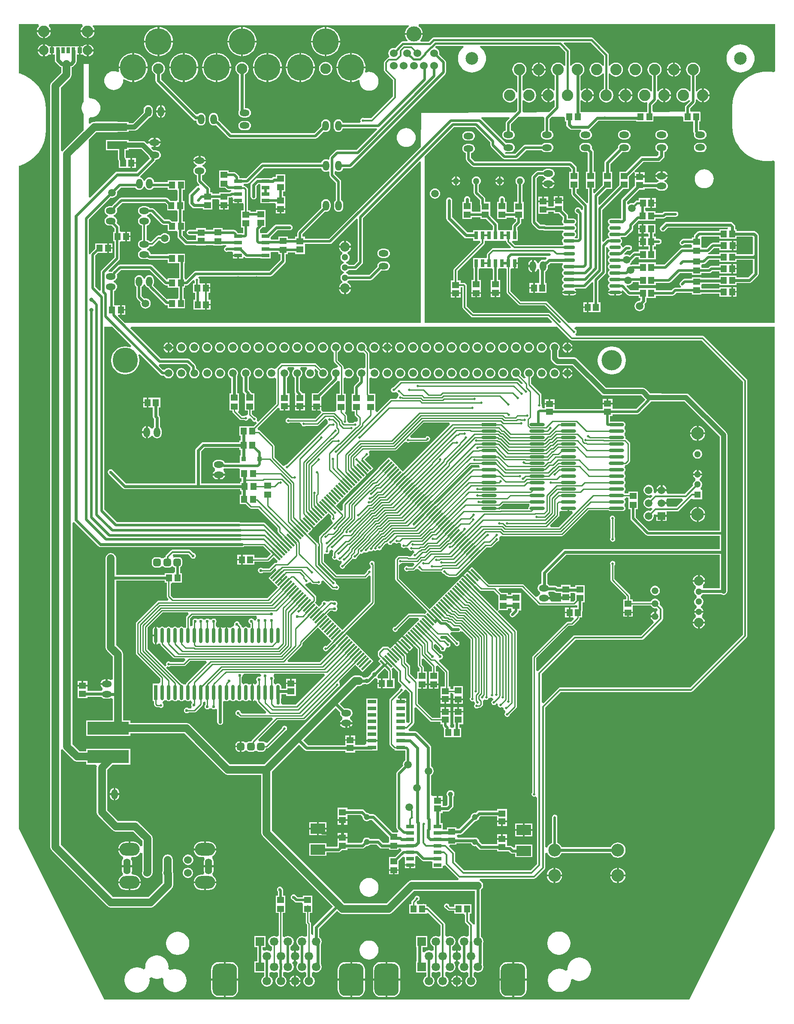
<source format=gbr>
%FSTAX44Y44*%
%MOMM*%
%SFA1B1*%

%IPPOS*%
%AMD12*
4,1,4,1.033780,0.764540,0.764540,1.033780,-1.033780,-0.764540,-0.764540,-1.033780,1.033780,0.764540,0.0*
%
%AMD13*
4,1,4,-0.764540,1.033780,-1.033780,0.764540,0.764540,-1.033780,1.033780,-0.764540,-0.764540,1.033780,0.0*
%
%AMD24*
4,1,8,0.749300,-0.375920,0.749300,0.375920,0.375920,0.749300,-0.375920,0.749300,-0.749300,0.375920,-0.749300,-0.375920,-0.375920,-0.749300,0.375920,-0.749300,0.749300,-0.375920,0.0*
1,1,0.750000,0.375920,-0.375920*
1,1,0.750000,0.375920,0.375920*
1,1,0.750000,-0.375920,0.375920*
1,1,0.750000,-0.375920,-0.375920*
%
%AMD49*
4,1,8,1.206500,3.175000,-1.206500,3.175000,-2.413000,1.968500,-2.413000,-1.968500,-1.206500,-3.175000,1.206500,-3.175000,2.413000,-1.968500,2.413000,1.968500,1.206500,3.175000,0.0*
1,1,2.413000,1.206500,1.968500*
1,1,2.413000,-1.206500,1.968500*
1,1,2.413000,-1.206500,-1.968500*
1,1,2.413000,1.206500,-1.968500*
%
%ADD10R,0.899998X0.949998*%
%ADD11O,2.299995X0.649999*%
G04~CAMADD=12~9~0.0~0.0~150.0~1000.0~0.0~0.0~0~0.0~0.0~0.0~0.0~0~0.0~0.0~0.0~0.0~0~0.0~0.0~0.0~315.0~814.0~813.0*
%ADD12D12*%
G04~CAMADD=13~9~0.0~0.0~150.0~1000.0~0.0~0.0~0~0.0~0.0~0.0~0.0~0~0.0~0.0~0.0~0.0~0~0.0~0.0~0.0~45.0~814.0~813.0*
%ADD13D13*%
%ADD14O,0.699999X2.999994*%
%ADD15R,0.699999X2.999994*%
%ADD16O,2.999994X0.639999*%
%ADD17R,2.999994X0.639999*%
%ADD18R,1.749997X0.799998*%
%ADD19R,1.749997X0.699999*%
%ADD20R,2.899994X1.999996*%
%ADD21R,0.699999X1.149998*%
%ADD22R,0.799998X1.149998*%
%ADD23R,0.899998X1.149998*%
G04~CAMADD=24~8~0.0~0.0~590.6~590.6~147.6~0.0~15~0.0~0.0~0.0~0.0~0~0.0~0.0~0.0~0.0~0~0.0~0.0~0.0~270.0~590.0~590.0*
%ADD24D24*%
%ADD25R,8.199984X2.599995*%
%ADD26R,3.999992X1.499997*%
%ADD27R,1.524997X0.649999*%
%ADD28R,1.549997X0.699999*%
%ADD29R,0.699999X1.549997*%
%ADD30R,1.399997X1.299997*%
%ADD31R,1.149998X1.349997*%
%ADD32C,1.499997*%
%ADD33R,1.349997X1.149998*%
%ADD34R,1.299997X1.399997*%
%ADD35C,1.523997*%
%ADD36C,0.507999*%
%ADD37C,0.634999*%
%ADD38C,0.253999*%
%ADD39C,0.380999*%
%ADD40C,0.990598*%
%ADD41C,0.330199*%
%ADD42C,0.431799*%
%ADD43C,2.031996*%
%ADD44C,0.761998*%
%ADD45C,1.015998*%
%ADD46C,0.495699*%
%ADD47C,1.499997*%
%ADD48R,1.499997X1.499997*%
G04~CAMADD=49~8~0.0~0.0~1900.0~2500.0~475.0~0.0~15~0.0~0.0~0.0~0.0~0~0.0~0.0~0.0~0.0~0~0.0~0.0~0.0~0.0~1900.0~2500.0*
%ADD49D49*%
%ADD50R,1.689997X1.689997*%
%ADD51C,1.689997*%
%ADD52C,2.499995*%
%ADD53C,2.249995*%
%ADD54C,4.999990*%
%ADD55C,3.999992*%
%ADD56C,5.217990*%
%ADD57C,2.099996*%
%ADD58C,1.523997*%
%ADD59O,1.406397X3.107994*%
%ADD60C,2.999994*%
%ADD61C,1.899996*%
%ADD62C,2.474995*%
%ADD63C,1.299997*%
%ADD64R,1.299997X1.299997*%
%ADD65C,1.874996*%
%ADD66O,1.949996X1.299997*%
%ADD67C,1.154998*%
%ADD68O,1.299997X1.949996*%
%ADD69C,1.269997*%
%ADD70C,1.332997*%
%ADD71O,3.999992X2.499995*%
%ADD72C,0.634999*%
%ADD73C,0.499999*%
%ADD74C,0.899998*%
%ADD75C,0.599999*%
%ADD76C,0.799998*%
%ADD77C,0.990598*%
%LNsega_801_remake_copper_signal_top-1*%
%LPD*%
G36*
X01692232Y01844256D02*
X01689692Y018424D01*
X01683632Y01843429*
X01675989Y01843859*
X01668347Y01843429*
X016608Y01842147*
X01653445Y01840028*
X01646373Y01837099*
X01639674Y01833396*
X01633431Y01828967*
X01627724Y01823866*
X01622623Y01818159*
X01618194Y01811916*
X01614491Y01805217*
X01611562Y01798145*
X01609443Y0179079*
X0160816Y01783243*
X01607731Y01775601*
X01607779*
Y0177038*
Y01735623*
X01607731*
X0160816Y01727981*
X01609443Y01720434*
X01611562Y01713079*
X01614491Y01706007*
X01618194Y01699308*
X01622623Y01693065*
X01627724Y01687358*
X01633431Y01682257*
X01639674Y01677828*
X01646373Y01674125*
X01653445Y01671196*
X016608Y01669077*
X01668347Y01667795*
X01675989Y01667365*
X01683632Y01667795*
X01688692Y01668654*
X01691232Y01666509*
Y0134874*
X01283113*
X01242266Y01389586*
X01241006Y01390428*
X0123952Y01390724*
X01190328*
X01169744Y01411308*
Y01454183*
X0117154Y01455979*
X01174439*
X01176909*
Y01466269*
X0117856*
Y0146792*
X01184599*
Y0147564*
Y01476559*
X01186468Y0147818*
X01240379*
X01241018Y0147715*
X01241339Y0147564*
X01238352Y01472653*
X01237125Y01472409*
X01237075Y01472376*
X01236639Y01472556*
X01234279Y01472867*
X01231919Y01472556*
X0122972Y01471645*
X01227832Y01470196*
X01226383Y01468308*
X01225606Y01466432*
X01224306Y01466109*
X01224252*
X01222952Y01466432*
X01222175Y01468308*
X01220726Y01470196*
X01218838Y01471645*
X01216639Y01472556*
X01216184Y01472616*
Y014605*
Y01448382*
X01216639Y01448442*
X01218838Y01449353*
X01220726Y01450802*
X01222175Y0145269*
X01222952Y01454566*
X01224252Y01454889*
X01224306*
X01225606Y01454566*
X01226383Y0145269*
X01226452Y014526*
Y01426859*
X0121793*
Y0141732*
X01216279*
X0121793*
Y01407779*
X01241319*
Y01426859*
X01238106*
Y01449049*
X01238838Y01449353*
X01240726Y01450802*
X01242175Y0145269*
X01243086Y01454889*
X01243397Y01457249*
Y01461777*
X01245086Y01462905*
X01248254Y01466073*
X01272709*
X01273479Y01463533*
X01273285Y01463403*
X01272005Y01461488*
X01271556Y0145923*
X01272005Y0145697*
X01273285Y01455055*
X01274429Y0145429*
X01274507Y01454056*
Y01451702*
X01274429Y01451468*
X01273285Y01450703*
X01272005Y01448788*
X01271556Y0144653*
X01272005Y0144427*
X01273285Y01442355*
X01274429Y0144159*
X01274507Y01441356*
Y01439002*
X01274429Y01438768*
X01273285Y01438003*
X01272005Y01436088*
X01271556Y0143383*
X01272005Y0143157*
X01273285Y01429655*
X01274429Y0142889*
X01274507Y01428656*
Y01426302*
X01274429Y01426068*
X01273285Y01425303*
X01272005Y01423388*
X01271556Y0142113*
X01272005Y0141887*
X01273285Y01416955*
X01274429Y0141619*
X01274507Y01415956*
Y01413602*
X01274429Y01413368*
X01273285Y01412603*
X01272005Y01410688*
X01271884Y01410081*
X01285709*
X01299534*
X01299413Y01410688*
X01298133Y01412603*
X01296989Y01413368*
X0129695Y01413485*
X01297697Y01415949*
X01315836*
X01317818Y01416344*
X01319498Y01417466*
X01331053Y01429021*
X013334Y01428049*
Y01388759*
X0132423*
Y0137922*
X01322579*
X0132423*
Y01369679*
X01347619*
Y01388759*
X01343758*
Y01430951*
X01357481Y01444674*
X01358604Y01446354*
X01358998Y01448336*
Y01497643*
X01359606Y01498032*
X01360427Y01497797*
X01362187Y0149667*
X01362505Y0149507*
X01363785Y01493155*
X01364929Y0149239*
X01365007Y01492156*
Y01489802*
X01364929Y01489568*
X01363785Y01488803*
X01362505Y01486888*
X01362056Y0148463*
X01362505Y0148237*
X01363785Y01480455*
X01364929Y0147969*
X01365007Y01479456*
Y01477102*
X01364929Y01476868*
X01363785Y01476103*
X01362505Y01474188*
X01362056Y0147193*
X01362505Y0146967*
X01363785Y01467755*
X01364929Y0146699*
X01365007Y01466756*
Y01464402*
X01364929Y01464168*
X01363785Y01463403*
X01362505Y01461488*
X01362056Y0145923*
X01362505Y0145697*
X01363785Y01455055*
X01364929Y0145429*
X01365007Y01454056*
Y01451702*
X01364929Y01451468*
X01363785Y01450703*
X01362505Y01448788*
X01362056Y0144653*
X01362505Y0144427*
X01363785Y01442355*
X01364929Y0144159*
X01365007Y01441356*
Y01439002*
X01364929Y01438768*
X01363785Y01438003*
X01362505Y01436088*
X01362056Y0143383*
X01362505Y0143157*
X01363785Y01429655*
X01364929Y0142889*
X01365007Y01428656*
Y01426302*
X01364929Y01426068*
X01363785Y01425303*
X01362505Y01423388*
X01362056Y0142113*
X01362505Y0141887*
X01363785Y01416955*
X01364929Y0141619*
X01365007Y01415956*
Y01413602*
X01364929Y01413368*
X01363785Y01412603*
X01362505Y01410688*
X01362384Y01410081*
X01376209*
X01390034*
X01389913Y01410688*
X0138939Y01411471*
X01391363Y0141309*
X01400956Y01403497*
Y01403496*
X01402637Y01402374*
X0140462Y01401979*
X01422759*
Y01397619*
X01426732*
Y01394133*
X01424415Y01391817*
X01422318Y01391541*
X01419876Y01390529*
X01417778Y0138892*
X01416169Y01386822*
X01415157Y0138438*
X01414812Y0138176*
X01415157Y01379138*
X01416169Y01376696*
X01417778Y01374598*
X01419876Y01372989*
X01422318Y01371977*
X0142494Y01371632*
X0142756Y01371977*
X01430002Y01372989*
X014321Y01374598*
X01433709Y01376696*
X01434721Y01379138*
X01435066Y0138176*
X01434721Y0138438*
X01434351Y01385271*
X01436679Y01387599*
X01437942Y0138949*
X01438386Y0139172*
Y01397619*
X01456839*
Y01401979*
X01489584*
X01491566Y01402374*
X01493247Y01403496*
X01497089Y01407339*
X01527689*
Y01404229*
X01546269*
Y01405929*
X01582029*
Y01400409*
X01596989*
X01598609*
X01601149*
X01606169*
Y014097*
Y01418989*
X01601149*
X01599529*
X01596989*
X01582029*
Y01416289*
X01548065*
X01546269Y01418084*
Y01420809*
Y01423666*
X01548065Y01425462*
X01582029*
Y01423269*
X01596989*
X01598609*
X01601149*
X01616109*
Y01426732*
X01641119*
X01643349Y01427176*
X01645239Y01428439*
X01657939Y01441139*
X01659202Y01443029*
X01659646Y0144526*
Y01481999*
Y01520279*
X01659202Y01522509*
X01657939Y01524399*
X01654219Y01528119*
X01652329Y01529382*
X01650099Y01529826*
X01616109*
Y01533289*
X01613646*
Y01538059*
X01613202Y01540289*
X01611939Y01542179*
X0160822Y01545899*
X01606329Y01547162*
X01604099Y01547606*
X0147828*
X01476049Y01547162*
X01474159Y01545899*
X01466539Y01538279*
X01465276Y01536389*
X01464832Y0153416*
X01465276Y01531929*
X01466539Y01530039*
X01468429Y01528776*
X0147066Y01528332*
X01472889Y01528776*
X01474779Y01530039*
X01480693Y01535952*
X01599268*
X01599379Y01535829*
X0159825Y01533289*
X01596989*
X01582029*
Y01529179*
X01542059*
X01540077Y01528784*
X01538397Y01527662*
X01533317Y01522582*
X01532194Y01520901*
X015318Y0151892*
Y01516769*
X01527689*
Y01513939*
X015113*
X01509317Y01513544*
X01507636Y01512421*
X01505097Y01509882*
X01503974Y01508201*
X01503579Y0150622*
X01503974Y01504237*
X01505097Y01502557*
X01506777Y01501434*
X0150876Y01501039*
X01510741Y01501434*
X01512421Y01502557*
X01513444Y01503579*
X01525893*
X01527689Y01501783*
Y01500189*
Y01497955*
X01525893Y01496159*
X01508774*
X01506792Y01495764*
X01505111Y01494641*
X01473609Y01463138*
X01456839*
Y01467499*
X01422759*
Y01463138*
X014097*
X01408285Y01462857*
X0140716Y01463006*
X0140687Y01462968*
X01405864Y01465397*
X014067Y01466038*
X01408309Y01468136*
X01409319Y01470574*
X01416924Y0147818*
X01422759*
Y01473819*
X01456839*
Y01492899*
X01452978*
Y01499219*
X01456839*
Y01503579*
X0146304*
X01465021Y01503974*
X01466702Y01505097*
X01467824Y01506777*
X01468218Y0150876*
X01467824Y01510741*
X01466702Y01512421*
X01465021Y01513544*
X0146304Y01513939*
X01456839*
Y01518299*
X01452978*
Y01524869*
X01456089*
Y01543449*
X01441129*
X01439509*
X01436969*
X0143195*
Y0153416*
X01430299*
X0143195*
Y01524869*
X01436969*
X01438589*
X01440823*
X0144262Y01523073*
Y01518299*
X0143345*
Y0150876*
X01431799*
X0143345*
Y01499219*
X0144262*
Y01492899*
X01422759*
Y01488538*
X0141478*
X01412797Y01488144*
X01411117Y01487022*
X01405429Y01481334*
X01404602Y01481969*
X0140216Y01482981*
X0139954Y01483326*
X01396918Y01482981*
X01396059Y01482624*
X0139462Y01484778*
X01400721Y01490879*
X0140462*
X01406601Y01491274*
X01408281Y01492396*
X01409404Y01494077*
X01409798Y0149606*
X01409404Y01498041*
X01408281Y01499721*
X01406601Y01500844*
X0140462Y01501238*
X01398576*
X01396594Y01500844*
X01394913Y01499721*
X01392813Y01497621*
X01390125Y01498525*
X01389913Y01499588*
X01388633Y01501503*
X01387489Y01502268*
X01387411Y01502502*
Y01504856*
X01387489Y0150509*
X01388633Y01505855*
X01389913Y0150777*
X01390362Y0151003*
X01389913Y01512288*
X01388633Y01514203*
X01387489Y01514968*
X0138745Y01515085*
X01388197Y0151755*
X0139573*
X01397711Y01517944*
X01399392Y01519067*
X01405701Y01525376*
X01405788Y01525506*
X01410821Y0153054*
X01411944Y0153222*
X01412338Y01534202*
Y01539634*
X01422974Y01550269*
X01436969*
X01438589*
X01441129*
X01456089*
Y01554379*
X01471946*
X01473929Y01554774*
X01475609Y01555897*
X01477267Y01557555*
X0149606*
X01498041Y01557949*
X01499721Y01559072*
X01500844Y01560752*
X01501238Y01562735*
X01500844Y01564716*
X01499721Y01566397*
X01498041Y01567519*
X0149606Y01567913*
X01475122*
X01473139Y01567519*
X01471459Y01566397*
X01469801Y01564739*
X01456089*
Y01568849*
X01441129*
X01439509*
X01437275*
X01435478Y01570645*
Y01575419*
X01446149*
Y0158496*
Y01594499*
X01422759*
Y0158975*
X0141986*
X01418026Y01589385*
X01416471Y01588347*
X01412592Y01584468*
X0141232Y01584581*
X014097Y01584926*
X01407078Y01584581*
X01404636Y01583569*
X01402826Y0158218*
X01401658Y01582443*
X01400286Y01583197*
Y01587246*
X0142414Y01611099*
X01434479*
Y01613392*
X0145724*
X01458422Y01611852*
X0146031Y01610403*
X01462509Y01609492*
X01464869Y01609181*
X01471369*
X01473729Y01609492*
X01475928Y01610403*
X01477816Y01611852*
X01479265Y0161374*
X01480176Y01615939*
X01480487Y01618299*
X01480176Y01620659*
X01479265Y01622858*
X01477816Y01624746*
X01475928Y01626195*
X01474052Y01626972*
X01473729Y01628272*
Y01628326*
X01474052Y01629626*
X01475928Y01630403*
X01477816Y01631852*
X01479265Y0163374*
X01480176Y01635939*
X01480236Y01636395*
X0146812*
X01456002*
X01456062Y01635939*
X01456973Y0163374*
X01458422Y01631852*
X0146031Y01630403*
X01462186Y01629626*
X01462509Y01628326*
Y01628272*
X01462186Y01626972*
X0146031Y01626195*
X01458812Y01625046*
X01434479*
Y01634488*
X0142494*
Y01636139*
Y01634488*
X01415399*
Y01627099*
Y0161884*
X01390339Y01593779*
X01389076Y01591889*
X01388632Y01589659*
Y01554353*
X01388264Y01553985*
X01384699*
X01384459Y01554032*
X01367959*
X013657Y01553583*
X01363785Y01552303*
X01362505Y01550388*
X01362056Y0154813*
X01362505Y0154587*
X01363785Y01543955*
X01364929Y0154319*
X01365007Y01542956*
Y01540602*
X01364929Y01540368*
X01363785Y01539603*
X01362505Y01537688*
X01362056Y0153543*
X01362505Y0153317*
X01363785Y01531255*
X01364929Y0153049*
X01365007Y01530256*
Y01527902*
X01364929Y01527668*
X01363785Y01526903*
X01362505Y01524988*
X01362056Y0152273*
X01362505Y0152047*
X01363785Y01518555*
X01364929Y0151779*
X01364968Y01517673*
X01364221Y01515209*
X0136271*
X01360727Y01514814*
X01359047Y01513691*
X01353725Y0150837*
X01351379Y01509342*
Y01571394*
X01392494Y01612509*
X01403749*
Y01627469*
Y01629089*
Y01631629*
Y01636808*
X01413383Y01646441*
X01415399Y01644866*
Y0163779*
X01423289*
Y01645179*
X01415712*
X01414137Y01647196*
X01432433Y01665492*
X01461859*
X01464089Y01665936*
X0146598Y01667199*
X01472239Y01673458*
X01473502Y01675349*
X01473946Y01677579*
Y01685462*
X01475928Y01686283*
X01477816Y01687732*
X01479265Y0168962*
X01480176Y01691819*
X01480487Y0169418*
X01480176Y01696539*
X01479265Y01698738*
X01477816Y01700626*
X01475928Y01702075*
X01473729Y01702986*
X01471369Y01703297*
X01464869*
X01462509Y01702986*
X0146031Y01702075*
X01458422Y01700626*
X01456973Y01698738*
X01456062Y01696539*
X01455751Y0169418*
X01456062Y01691819*
X01456973Y0168962*
X01458422Y01687732*
X0146031Y01686283*
X01462292Y01685462*
Y01679992*
X01459446Y01677146*
X0143002*
X01427789Y01676702*
X01425899Y01675439*
X0139716Y01646701*
X01397034*
X01396471Y01646589*
X01385169*
Y01631629*
Y01630009*
Y01627469*
Y01619834*
X01346105Y0158077*
X01343758Y01581742*
Y01596793*
X01359474Y01612509*
X01370729*
Y01627469*
Y01629089*
Y01631629*
Y01646589*
X01367266*
Y01661995*
X01390434Y01685163*
X01391209Y01685061*
X01397709*
X01400069Y01685372*
X01402268Y01686283*
X01404156Y01687732*
X01405605Y0168962*
X01406516Y01691819*
X01406827Y0169418*
X01406516Y01696539*
X01405605Y01698738*
X01404156Y01700626*
X01402268Y01702075*
X01400069Y01702986*
X01397709Y01703297*
X01391209*
X01388849Y01702986*
X0138665Y01702075*
X01384762Y01700626*
X01383313Y01698738*
X01382402Y01696539*
X01382091Y0169418*
X01382193Y01693404*
X01357319Y01668529*
X01356056Y01666639*
X01355612Y01664409*
Y01646589*
X01352149*
Y01631629*
Y01630009*
Y01627469*
Y01619834*
X01336139Y01603823*
X01333599Y01604876*
Y01612509*
X01337709*
Y01627469*
Y01629089*
Y01631629*
Y01646589*
X01334246*
Y01685469*
X01333802Y01687699*
X01332539Y0168959*
X01330314Y01691815*
X01330316Y01691819*
X01330627Y0169418*
X01330316Y01696539*
X01329405Y01698738*
X01327956Y01700626*
X01326068Y01702075*
X01323869Y01702986*
X01321509Y01703297*
X01315009*
X01312649Y01702986*
X0131045Y01702075*
X01308562Y01700626*
X01307113Y01698738*
X01306202Y01696539*
X01305891Y0169418*
X01306202Y01691819*
X01307113Y0168962*
X01308562Y01687732*
X0131045Y01686283*
X01312649Y01685372*
X01315009Y01685061*
X01320587*
X01322592Y01683056*
Y01646589*
X01319129*
Y01631629*
Y01630009*
Y01627469*
Y01612509*
X0132324*
Y01585816*
X013207Y01584764*
X01300579Y01604884*
Y01612509*
X01304689*
Y01627469*
Y01629089*
Y01631629*
Y01646589*
X01300579*
Y0165354*
X01300184Y01655521*
X01299061Y01657201*
X01291442Y01664822*
X01289761Y01665944*
X0128778Y01666339*
X01099424*
X01092298Y01673464*
Y01683175*
X01092729Y01683232*
X01094928Y01684143*
X01096816Y01685592*
X01098265Y0168748*
X01099176Y01689679*
X01099487Y01692039*
X01099176Y01694399*
X01098265Y01696598*
X01096816Y01698486*
X01094928Y01699936*
X01092729Y01700846*
X01090369Y01701157*
X01083869*
X01081509Y01700846*
X0107931Y01699936*
X01077422Y01698486*
X01075973Y01696598*
X01075062Y01694399*
X01074751Y01692039*
X01075062Y01689679*
X01075973Y0168748*
X01077422Y01685592*
X0107931Y01684143*
X01081509Y01683232*
X0108194Y01683175*
Y0167132*
X01082334Y01669337*
X01083456Y01667656*
X01093616Y01657497*
X01095297Y01656374*
X0109728Y0165598*
X01285634*
X01290219Y01651394*
Y01646589*
X01286109*
Y01631629*
Y01630009*
Y01627469*
Y01612509*
X01290219*
Y0160274*
X01290614Y01600757*
X01291737Y01599076*
X01313079Y01577734*
Y01572224*
X01310539Y01570766*
X01309571Y01571323*
X01309312Y01571615*
X01308732Y01573017*
X01307683Y01574383*
X01306317Y01575432*
X01304726Y01576091*
X0130302Y01576315*
X01301312Y01576091*
X01299721Y01575432*
X01298355Y01574383*
X01297306Y01573017*
X01296647Y01571426*
X01296423Y0156972*
X01296647Y01568012*
X01297306Y01566421*
X01298355Y01565055*
X01299721Y01564006*
X01301312Y01563347*
X0130218Y01563233*
X0130292Y01562494*
Y01515923*
X01302234Y01515237*
X0129774*
X01296977Y01517754*
X01296989Y0151779*
X01298133Y01518555*
X01299413Y0152047*
X01299862Y0152273*
X01299413Y01524988*
X01298133Y01526903*
X01296989Y01527668*
X01296911Y01527902*
Y01530256*
X01296989Y0153049*
X01298133Y01531255*
X01299413Y0153317*
X01299862Y0153543*
X01299413Y01537688*
X01298133Y01539603*
X01296989Y01540368*
X01296911Y01540602*
Y01542956*
X01296989Y0154319*
X01298133Y01543955*
X01299413Y0154587*
X01299862Y0154813*
X01299413Y01550388*
X01298133Y01552303*
X01296218Y01553583*
X01293959Y01554032*
X01283639*
Y01558999*
X01283245Y01560981*
X01282122Y01562662*
X01274209Y01570574*
Y01579209*
Y01580829*
Y01583369*
Y01588389*
X0126492*
X01255629*
Y01583369*
Y01581749*
Y01579375*
X01253833Y01577579*
X01243979*
Y01586608*
X0123444*
X01224899*
Y01579219*
Y01563219*
X01243979*
Y0156722*
X01255629*
Y01564249*
X01265884*
X0127328Y01556854*
Y01552296*
X01272005Y01550388*
X01271556Y0154813*
X01272005Y0154587*
X01273285Y01543955*
X01274429Y0154319*
X01274468Y01543073*
X01273721Y01540608*
X01240272*
X01238961Y01541484*
X0123698Y01541878*
X01228964*
X01221839Y01549004*
Y01633614*
X01226104Y01637879*
X01233929*
X01234902Y01636612*
X0123679Y01635163*
X01238666Y01634386*
X01238989Y01633086*
Y01633032*
X01238666Y01631732*
X0123679Y01630955*
X01234902Y01629506*
X01233453Y01627618*
X01232542Y01625419*
X01232482Y01624965*
X012446*
X01256716*
X01256656Y01625419*
X01255745Y01627618*
X01254296Y01629506*
X01252408Y01630955*
X01250532Y01631732*
X01250209Y01633032*
Y01633086*
X01250532Y01634386*
X01252408Y01635163*
X01254296Y01636612*
X01255745Y016385*
X01256656Y01640699*
X01256967Y01643059*
X01256656Y01645419*
X01255745Y01647618*
X01254296Y01649506*
X01252408Y01650955*
X01250209Y01651866*
X01247849Y01652177*
X01241349*
X01238989Y01651866*
X0123679Y01650955*
X01234902Y01649506*
X01233929Y01648238*
X01223959*
X01221977Y01647844*
X01220296Y01646721*
X01212997Y01639421*
X01211874Y01637741*
X01211479Y0163576*
Y0154686*
X01211874Y01544877*
X01212997Y01543196*
X01223157Y01533037*
X01224837Y01531914*
X0122682Y0153152*
X01234956*
X01236267Y01530644*
X0123825Y0153025*
X01273721*
X01274468Y01527785*
X01274429Y01527668*
X01273285Y01526903*
X01272005Y01524988*
X01271556Y0152273*
X01272005Y0152047*
X01273285Y01518555*
X01274429Y0151779*
X01274507Y01517556*
Y01515202*
X01274429Y01514968*
X01273285Y01514203*
X01272005Y01512288*
X01271556Y0151003*
X01272005Y0150777*
X01273285Y01505855*
X01273395Y01505781*
X01273636Y01502855*
X0127234Y01501602*
X01179059*
X01172722Y01507939*
X01173774Y01510479*
X01174439*
X01184599*
Y01531059*
X01183738*
Y01537094*
X01189842Y01543196*
X01190964Y01544877*
X01191358Y0154686*
Y01553059*
X01195719*
Y01569059*
Y01587139*
X01193899*
Y01620908*
X01195059Y01621799*
X01196484Y01623656*
X0119738Y01625818*
X01197686Y0162814*
X0119738Y0163046*
X01196484Y01632622*
X01195059Y01634479*
X01193202Y01635904*
X0119104Y016368*
X0118872Y01637106*
X01186398Y016368*
X01184236Y01635904*
X01182379Y01634479*
X01180954Y01632622*
X01180058Y0163046*
X01179752Y0162814*
X01180058Y01625818*
X01180954Y01623656*
X01182379Y01621799*
X01183539Y01620908*
Y01587139*
X01176639*
Y01569059*
Y01566529*
X01164245*
X01162449Y01568325*
Y01569639*
Y01572179*
Y01587139*
X01158986*
Y0159258*
X01158542Y01594809*
X01157279Y01596699*
X01155389Y01597962*
X0115316Y01598406*
X01150929Y01597962*
X01149039Y01596699*
X01147776Y01594809*
X01147332Y0159258*
Y01587139*
X01143869*
Y01572179*
Y01570559*
Y01568019*
Y01553059*
X01162449*
Y0155617*
X01176639*
Y01553059*
X01181*
Y01549004*
X01174897Y01542902*
X01173774Y01541221*
X0117338Y0153924*
Y01532986*
X01171899Y01531059*
X01169979*
X01159819*
X01159199*
X01149039*
X01147119*
X01145638Y01532986*
Y0154178*
X01145244Y01543761*
X01144121Y01545442*
X01130157Y01559406*
X01129679Y01560122*
Y01569059*
Y01587139*
X01119969*
Y01592848*
X01119575Y0159483*
X01118453Y01596511*
X01107539Y01607424*
Y01620908*
X01108699Y01621799*
X01110124Y01623656*
X0111102Y01625818*
X01111326Y0162814*
X0111102Y0163046*
X01110124Y01632622*
X01108699Y01634479*
X01106842Y01635904*
X0110468Y016368*
X0110236Y01637106*
X01100038Y016368*
X01097876Y01635904*
X01096019Y01634479*
X01094594Y01632622*
X01093698Y0163046*
X01093392Y0162814*
X01093698Y01625818*
X01094594Y01623656*
X01096019Y01621799*
X01097179Y01620908*
Y0160528*
X01097574Y01603297*
X01098697Y01601616*
X01109611Y01590703*
Y01582948*
X01110005Y01580966*
X01110599Y01580077*
Y01567279*
X01095665*
X01093869Y01569075*
Y01572179*
Y01587139*
X01090406*
Y0159258*
X01089962Y01594809*
X01088699Y01596699*
X01086809Y01597962*
X0108458Y01598406*
X01082349Y01597962*
X01080459Y01596699*
X01079196Y01594809*
X01078752Y0159258*
Y01587139*
X01075289*
Y01572179*
Y01570559*
Y01568019*
Y01553059*
X01093869*
Y01556919*
X01110599*
Y01553059*
X01121854*
X0113528Y01539634*
Y01532986*
X01133799Y01531059*
X01131879*
X01121719*
X01121099*
X01110939*
X01109019*
X01106479*
X01096319*
Y01526596*
X01085143*
X01054846Y01556893*
Y0159004*
X01054402Y01592269*
X01053139Y01594159*
X01051249Y01595422*
X0104902Y01595866*
X01046789Y01595422*
X01044899Y01594159*
X01043636Y01592269*
X01043192Y0159004*
Y0155448*
X01043636Y01552249*
X01044899Y01550359*
X01078609Y01516649*
X01080499Y01515386*
X01082729Y01514942*
X01096319*
Y01510479*
X01106479*
X01108399*
X011101Y01510216*
X01110454Y01507657*
X01058697Y01455901*
X01057771Y01454514*
X01057446Y0145288*
Y01432199*
X01052179*
Y01414119*
Y01408811*
X0106172*
X01071259*
Y01414119*
Y01418886*
X01075226*
Y0137922*
X01075551Y01377584*
X01076477Y01376197*
X01091971Y01360703*
X01093358Y01359777*
X01094994Y01359452*
X0124334*
X01251706Y01351086*
X01250734Y0134874*
X0100076*
Y01676694*
X01058784Y01734719*
X01100214*
X011302Y01704734*
Y0169926*
X01130594Y01697277*
X01131717Y01695597*
X01154576Y01672736*
X01156257Y01671614*
X0115824Y0167122*
X011811*
X01183081Y01671614*
X01184761Y01672736*
X01201024Y01689*
X01231389*
X01232362Y01687732*
X0123425Y01686283*
X01236449Y01685372*
X01238809Y01685061*
X01245309*
X01247669Y01685372*
X01249868Y01686283*
X01251756Y01687732*
X01253205Y0168962*
X01254116Y01691819*
X01254427Y0169418*
X01254116Y01696539*
X01253205Y01698738*
X01251756Y01700626*
X01249868Y01702075*
X01247669Y01702986*
X01245309Y01703297*
X01238809*
X01236449Y01702986*
X0123425Y01702075*
X01232362Y01700626*
X01231389Y01699358*
X0119888*
X01196897Y01698964*
X01195217Y01697842*
Y01697841*
X01178954Y01681578*
X01160399*
X01159182Y01683064*
X0116018Y01685221*
X0116029Y01685366*
X01162609Y01685061*
X01169109*
X01171469Y01685372*
X01173668Y01686282*
X01175556Y01687732*
X01177005Y0168962*
X01177916Y01691819*
X01178227Y0169418*
X01177916Y01696539*
X01177005Y01698738*
X01175556Y01700626*
X01173668Y01702075*
X01171469Y01702986*
X01169109Y01703297*
X01162609*
X01161025Y01703088*
X01112931Y01751182*
X01112334Y0175158*
X01113101Y01754124*
X01167096Y01754322*
X01168072Y01751977*
X01162196Y01746101*
X01161074Y01744421*
X01160679Y0174244*
Y01728043*
X01160249Y01727986*
X0115805Y01727075*
X01156162Y01725626*
X01154713Y01723738*
X01153802Y01721539*
X01153491Y01719179*
X01153802Y01716819*
X01154713Y0171462*
X01156162Y01712731*
X0115805Y01711282*
X01160249Y01710371*
X01162609Y01710061*
X01169109*
X01171469Y01710371*
X01173668Y01711282*
X01175556Y01712731*
X01177005Y0171462*
X01177916Y01716819*
X01178227Y01719179*
X01177916Y01721539*
X01177005Y01723738*
X01175556Y01725626*
X01173668Y01727075*
X01171469Y01727986*
X01171039Y01728043*
Y01740294*
X01185133Y01754388*
X01235267Y01754572*
X01235981Y01753705*
X01236879Y01752038*
Y01728043*
X01236449Y01727986*
X0123425Y01727075*
X01232362Y01725626*
X01230913Y01723738*
X01230002Y01721539*
X01229691Y01719179*
X01230002Y01716819*
X01230913Y0171462*
X01232362Y01712732*
X0123425Y01711283*
X01236449Y01710372*
X01238809Y01710061*
X01245309*
X01247669Y01710372*
X01249868Y01711283*
X01251756Y01712732*
X01253205Y0171462*
X01254116Y01716819*
X01254427Y01719179*
X01254116Y01721539*
X01253205Y01723738*
X01251756Y01725626*
X01249868Y01727075*
X01247669Y01727986*
X01247239Y01728043*
Y01750454*
X01251417Y01754632*
X0127543Y0175472*
X01277229Y01752927*
Y01745849*
X01279692*
Y01739619*
X01280136Y01737389*
X01281399Y01735499*
X01286199Y01730699*
X01288089Y01729436*
X0129032Y01728992*
X01308776*
X01309638Y01726452*
X01308562Y01725626*
X01307113Y01723738*
X01306202Y01721539*
X01305891Y01719179*
X01306202Y01716819*
X01307113Y0171462*
X01308562Y01712732*
X0131045Y01711283*
X01312649Y01710372*
X01315009Y01710061*
X01321509*
X01323869Y01710372*
X01326068Y01711283*
X01327956Y01712732*
X01329405Y0171462*
X01330316Y01716819*
X01330627Y01719179*
X01330316Y01721539*
X01329405Y01723738*
X01327956Y01725626*
X01326158Y01727007*
X01325993Y01727687*
X01326119Y01729803*
X01327459Y01730699*
X01343533Y01746772*
X01418059*
Y01745849*
X01434639*
X01435559*
X01452139*
Y0175537*
X0150911Y01755579*
X01510909Y01753786*
Y01745849*
X01527489*
X01528332*
X01530872Y01745663*
Y01725549*
X01531316Y01723319*
X01532304Y0172184*
X01532262Y01721739*
X01531951Y01719379*
X01532262Y01717019*
X01533173Y0171482*
X01534622Y01712932*
X0153651Y01711483*
X01538709Y01710572*
X01541069Y01710261*
X01547569*
X01549929Y01710572*
X01552128Y01711483*
X01554016Y01712932*
X01555465Y0171482*
X01556376Y01717019*
X01556687Y01719379*
X01556376Y01721739*
X01555465Y01723938*
X01554016Y01725826*
X01552128Y01727275*
X01549929Y01728186*
X01547569Y01728497*
X01542526*
Y01745849*
X01544989*
Y01764429*
X0154432*
Y0176476*
X01526178Y01764695*
X01524378Y01766487*
Y01771054*
X01534011Y01780687*
X01535134Y01782367*
X01535528Y0178435*
Y0178825*
X01538068Y01789113*
X01539564Y01787164*
X01542445Y01784953*
X01545799Y01783564*
X01547495Y01783341*
Y01796999*
Y01810657*
X01545799Y01810434*
X01542445Y01809045*
X01539564Y01806834*
X01538068Y01804885*
X01535528Y01805748*
Y01835018*
X01537304Y01835753*
X01540184Y01837964*
X01542394Y01840844*
X01543784Y01844199*
X01544258Y01847799*
X01543784Y01851399*
X01542394Y01854753*
X01540184Y01857634*
X01537304Y01859844*
X01533949Y01861234*
X0153035Y01861708*
X01526749Y01861234*
X01523395Y01859844*
X01520514Y01857634*
X01518303Y01854753*
X01516914Y01851399*
X0151644Y01847799*
X01516914Y01844199*
X01518303Y01840844*
X01520514Y01837964*
X01523395Y01835753*
X01525169Y01835018*
Y01805748*
X01522629Y01804885*
X01521134Y01806834*
X01518254Y01809045*
X01514899Y01810434*
X015113Y01810908*
X01507699Y01810434*
X01504345Y01809045*
X01501464Y01806834*
X01499253Y01803953*
X01497864Y01800599*
X0149739Y01796999*
X01497864Y01793399*
X01499253Y01790044*
X01501464Y01787164*
X01504345Y01784953*
X01507699Y01783564*
X015113Y0178309*
X01514899Y01783564*
X01518254Y01784953*
X01521134Y01787164*
X01521671Y01787863*
X0152434Y01787169*
X01524532Y01785857*
X01515536Y01776861*
X01514414Y01775181*
X01514019Y01773199*
Y01764651*
X01452699Y0176443*
X01450159Y01765784*
Y0177717*
X01457811Y01784823*
X01458934Y01786503*
X01459291Y01788299*
X01459817Y01788606*
X01461869Y01789113*
X01463364Y01787164*
X01466245Y01784953*
X01469599Y01783564*
X01471295Y01783341*
Y01796999*
Y01810657*
X01469599Y01810434*
X01466245Y01809045*
X01463364Y01806834*
X01461869Y01804885*
X01459329Y01805748*
Y01835018*
X01461103Y01835753*
X01463984Y01837964*
X01466195Y01840844*
X01467584Y01844199*
X01468058Y01847799*
X01467584Y01851399*
X01466195Y01854753*
X01463984Y01857634*
X01461103Y01859844*
X01457749Y01861234*
X0145415Y01861708*
X01450549Y01861234*
X01447194Y01859844*
X01444314Y01857634*
X01442103Y01854753*
X01440714Y01851399*
X0144024Y01847799*
X01440714Y01844199*
X01442103Y01840844*
X01444314Y01837964*
X01447194Y01835753*
X01448969Y01835018*
Y01805748*
X0144643Y01804885*
X01444934Y01806834*
X01442053Y01809045*
X01438699Y01810434*
X014351Y01810908*
X01431499Y01810434*
X01428144Y01809045*
X01425264Y01806834*
X01423054Y01803953*
X01421664Y01800599*
X0142119Y01796999*
X01421664Y01793399*
X01423054Y01790044*
X01425264Y01787164*
X01428144Y01784953*
X01431499Y01783564*
X014351Y0178309*
X01438649Y01783557*
X01438792Y01783444*
X0144032Y01781486*
X01440194Y01781298*
X014398Y01779316*
Y01764429*
X01435559*
X01434639*
X01418059*
Y01764306*
X01311816Y01763924*
X01311309Y01764429*
X01308211*
Y01786579*
X01310751Y01787441*
X01310964Y01787164*
X01313845Y01784953*
X01317199Y01783564*
X01318895Y01783341*
Y01796999*
Y01810657*
X01317199Y01810434*
X01313845Y01809045*
X01310964Y01806834*
X01310751Y01806557*
X01308211Y01807419*
Y01835549*
X01308704Y01835753*
X01311584Y01837964*
X01313794Y01840844*
X01315184Y01844199*
X01315658Y01847799*
X01315184Y01851399*
X01313794Y01854753*
X01311584Y01857634*
X01308704Y01859844*
X01305349Y01861234*
X0130175Y01861708*
X01298149Y01861234*
X01294795Y01859844*
X01291914Y01857634*
X0129003Y01855179*
X01288346Y01855431*
X0128749Y01855859*
Y0188468*
X01287125Y01886512*
X01286087Y01888067*
X01274935Y01899218*
X01275907Y01901565*
X01327618*
X01354108Y01875075*
Y01855859*
X01353252Y01855431*
X01351568Y01855179*
X01349684Y01857634*
X01346804Y01859844*
X01343449Y01861234*
X0133985Y01861708*
X01336249Y01861234*
X01332895Y01859844*
X01330014Y01857634*
X01327804Y01854753*
X01326414Y01851399*
X0132594Y01847799*
X01326414Y01844199*
X01327804Y01840844*
X01330014Y01837964*
X01332895Y01835753*
X01336249Y01834364*
X0133985Y0183389*
X01343449Y01834364*
X01346804Y01835753*
X01349684Y01837964*
X01351568Y01840419*
X01353252Y01840167*
X01354108Y01839739*
Y01809941*
X01351944Y01809045*
X01349064Y01806834*
X01346854Y01803953*
X01345464Y01800599*
X0134499Y01796999*
X01345464Y01793399*
X01346854Y01790044*
X01349064Y01787164*
X01351944Y01784953*
X01355299Y01783564*
X013589Y0178309*
X01362499Y01783564*
X01365853Y01784953*
X01368734Y01787164*
X01370944Y01790044*
X01372334Y01793399*
X01372808Y01796999*
X01372334Y01800599*
X01370944Y01803953*
X01368734Y01806834*
X01365853Y01809045*
X0136369Y01809941*
Y01839739*
X01364546Y01840167*
X0136623Y01840419*
X01368114Y01837964*
X01370994Y01835753*
X01374349Y01834364*
X0137795Y0183389*
X01381549Y01834364*
X01384903Y01835753*
X01387784Y01837964*
X01389995Y01840844*
X01391384Y01844199*
X01391858Y01847799*
X01391384Y01851399*
X01389995Y01854753*
X01387784Y01857634*
X01384903Y01859844*
X01381549Y01861234*
X0137795Y01861708*
X01374349Y01861234*
X01370994Y01859844*
X01368114Y01857634*
X0136623Y01855179*
X01364546Y01855431*
X0136369Y01855859*
Y0187706*
X01363325Y01878892*
X01362287Y01880447*
X0133299Y01909744*
X01331435Y01910782*
X01329602Y01911147*
X0101867*
X01016837Y01910782*
X01015282Y01909744*
X010088Y01903261*
X00992656*
X00991761Y01905397*
X00991709Y01905801*
X00993823Y01908377*
X00995452Y01911424*
X00996455Y01914731*
X00996606Y01916264*
X0097917*
X00961732*
X00961883Y01914731*
X00962886Y01911424*
X00964515Y01908377*
X00966482Y0190598*
X00966263Y01904897*
X00965464Y0190344*
X00957489*
X00955655Y01903075*
X00954101Y01902037*
X00942041Y01889977*
X00941821Y01890068*
X00939169Y01890417*
X00936517Y01890068*
X00934045Y01889044*
X00931923Y01887415*
X00930294Y01885293*
X0092927Y01882821*
X00928921Y01880169*
X0092927Y01877517*
X00930294Y01875045*
X00931255Y01873793*
X00930121Y01871253*
X0092972*
X00928085Y01870928*
X00926698Y01870002*
Y01870001*
X00921537Y01864841*
X00920611Y01863454*
X00920286Y0186182*
Y0184658*
X00920611Y01844944*
X00921537Y01843558*
X00938066Y01827029*
Y01795009*
X00894849Y01751792*
X00881516*
X00880806Y01752267*
X0087884Y01752658*
X00876872Y01752267*
X00875205Y01751153*
X00874091Y01749486*
X008737Y0174752*
X00874091Y01745552*
X00874408Y01745078*
X00873051Y01742539*
X00839043*
X00838986Y01742969*
X00838075Y01745168*
X00836626Y01747056*
X00834738Y01748505*
X00832539Y01749416*
X00830179Y01749727*
X00827819Y01749416*
X0082562Y01748505*
X00823732Y01747056*
X00822282Y01745168*
X00821372Y01742969*
X00821061Y01740609*
Y01734109*
X00821372Y01731749*
X00822282Y0172955*
X00823732Y01727662*
X0082562Y01726213*
X00827819Y01725302*
X00830179Y01724991*
X00832539Y01725302*
X00834738Y01726213*
X00836626Y01727662*
X00838075Y0172955*
X00838986Y01731749*
X00839043Y01732179*
X0090558*
X00906552Y01729833*
X00865917Y01689199*
X0082804*
X00826057Y01688804*
X00824377Y01687681*
X00814217Y01677521*
X00813094Y01675841*
X008127Y0167386*
Y01671002*
X0081016Y01669749*
X00810138Y01669765*
X00807939Y01670676*
X00805579Y01670987*
X00803219Y01670676*
X0080102Y01669765*
X00799132Y01668316*
X00797683Y01666428*
X00796772Y01664229*
X00796715Y01663798*
X0068072*
X00678737Y01663404*
X00677056Y01662282*
X00648094Y01633319*
X00642624*
Y01633929*
X00635098*
Y01635323*
X00634704Y01637305*
X00633581Y01638986*
X00628346Y01644221*
X00626666Y01645344*
X00624684Y01645738*
X00613809*
Y01648849*
X00595229*
Y01633889*
Y01632269*
Y01629729*
Y01614769*
X00606484*
X00609477Y01611776*
X00611157Y01610654*
X00613139Y01610259*
X00618508*
X00618758Y01607719*
X00617777Y01607524*
X00616096Y01606401*
X00615744Y01606048*
X00607729*
X00607229Y01605949*
X00595229*
Y01602839*
X00581318*
Y01605949*
X00577208*
Y0161237*
X00576813Y01614352*
X00575691Y01616032*
X00561439Y01630284*
Y01639595*
X00561869Y01639652*
X00564068Y01640563*
X00565956Y01642012*
X00567405Y016439*
X00568316Y01646099*
X00568627Y0164846*
X00568316Y01650819*
X00567405Y01653018*
X00565956Y01654906*
X00564068Y01656355*
X00562192Y01657132*
X00561869Y01658432*
Y01658486*
X00562192Y01659786*
X00564068Y01660563*
X00565956Y01662012*
X00567405Y016639*
X00568316Y01666099*
X00568376Y01666554*
X0055626*
X00544142*
X00544202Y01666099*
X00545113Y016639*
X00546562Y01662012*
X0054845Y01660563*
X00550326Y01659786*
X00550649Y01658486*
Y01658432*
X00550326Y01657132*
X0054845Y01656355*
X00546562Y01654906*
X00545113Y01653018*
X00544202Y01650819*
X00543891Y0164846*
X00544202Y01646099*
X00545113Y016439*
X00546562Y01642012*
X0054845Y01640563*
X00550649Y01639652*
X0055108Y01639595*
Y0162814*
X00551474Y01626157*
X00552597Y01624477*
X00556263Y0162081*
X00555012Y01618469*
X0055372Y01618726*
X00551489Y01618282*
X00549599Y01617019*
X00536899Y01604319*
X00535636Y01602429*
X00535192Y016002*
Y0158496*
X00535636Y01582729*
X00536899Y01580839*
X00541698Y01576039*
X00543589Y01574776*
X00545819Y01574332*
X00562738*
Y01571869*
X00581318*
Y01588449*
Y01589369*
Y01592479*
X00593433*
X00595229Y01590683*
Y01589369*
Y01586829*
Y0158181*
X0060452*
X00613809*
Y01586829*
Y01588449*
Y01590989*
Y01595689*
X00617889*
X00619871Y01596084*
X00622294Y01594648*
Y01591691*
X0063246*
Y0159004*
X00634111*
Y01584249*
X00640886*
X00642624*
X00643426Y01582041*
Y01570389*
X00638409*
Y01555429*
Y01553809*
Y01551269*
Y01536309*
X0064252*
Y01527546*
X00642183Y01525145*
X00631798*
X00631718Y01525545*
X00630596Y01527226*
X0062762Y01530201*
X00625939Y01531324*
X00623957Y01531719*
X00601484*
Y01535204*
X00582904*
Y01531719*
X00568714*
Y01535204*
X00549634*
Y01531719*
X0053594*
X00533957Y01531324*
X00532276Y01530201*
X00531154Y01528521*
X00530759Y0152654*
X00531154Y01524557*
X00532276Y01522877*
X00533957Y01521754*
X0053594Y01521359*
X00549634*
Y01511834*
X00532569*
X00523058Y01521345*
Y01529949*
X00527579*
Y01548529*
X00523058*
Y01570589*
X00526169*
Y01589169*
X00523058*
Y01611229*
X00527579*
Y01629809*
X00512619*
X00510999*
X00508459*
X00493499*
Y01625698*
X00466317*
Y01626309*
X00466006Y01628669*
X00465095Y01630868*
X00463646Y01632756*
X00461758Y01634205*
X00459559Y01635116*
X004572Y01635427*
X00454839Y01635116*
X0045264Y01634205*
X00450752Y01632756*
X00449303Y01630868*
X00448526Y01628992*
X00447226Y01628669*
X00447172*
X00445872Y01628992*
X00445095Y01630868*
X00443646Y01632756*
X00441758Y01634205*
X00440141Y01634875*
X00439483Y0163669*
X00439435Y01637694*
X00467614Y01665872*
X00468876Y01667764*
X0046932Y01669993*
Y01670221*
X00470609*
X00472969Y01670532*
X00475168Y01671443*
X00477056Y01672892*
X00478505Y0167478*
X00479416Y01676979*
X00479727Y01679339*
X00479416Y01681699*
X00478505Y01683898*
X00477056Y01685786*
X00475168Y01687235*
X00472969Y01688146*
X00470609Y01688457*
X00465679*
X00460951Y01693185*
X00461284Y01694164*
X00462265Y01695464*
X00464109Y01695221*
X00465455*
Y01702435*
X00455154*
X00453934Y01701514*
X00452955Y01701181*
X00449973Y01704163*
X00448408Y01705364*
X00446585Y01706119*
X00444629Y01706377*
X00416239*
Y01708859*
X00371159*
Y01688779*
X00395534*
Y01671549*
X00395792Y01669593*
X00396534Y016678*
Y01665246*
X00396599Y01664755*
Y01654159*
X00419989*
Y016637*
Y01673239*
X00411088*
X0041065Y01674297*
Y01688779*
X00416239*
Y01691261*
X00441498*
X00455229Y01677531*
X00455302Y01676979*
X00456213Y0167478*
X00457662Y01672892*
X0045613Y01670871*
X00431925Y01646666*
X003937*
X00391469Y01646222*
X00389579Y01644959*
X00340166Y01595546*
X0033782Y01596518*
Y01709787*
X00352603Y01724571*
X003937*
X00395277Y01724779*
X00416239*
Y01727261*
X00427629*
X00429585Y01727519*
X00431408Y01728274*
X00432973Y01729475*
X00456667Y01753169*
X00457219Y01753242*
X00459418Y01754153*
X00461306Y01755602*
X00462755Y0175749*
X00463666Y01759689*
X00463977Y01762049*
Y01768549*
X00463666Y01770909*
X00462755Y01773108*
X00461306Y01774996*
X00459418Y01776445*
X00457219Y01777356*
X00454859Y01777667*
X00452499Y01777356*
X004503Y01776445*
X00448412Y01774996*
X00446963Y01773108*
X00446052Y01770909*
X00445741Y01768549*
Y01763619*
X00424499Y01742377*
X00416239*
Y01744859*
X00395277*
X003937Y01745067*
X00350979*
X00349669Y01744894*
X00348358Y01745067*
X00345706Y01744717*
X00343235Y01743694*
X00341112Y01742065*
X00340166Y01741119*
X0033782Y01742091*
Y01751479*
X0034036Y01753765*
X00341741Y01753629*
X00345375Y01753987*
X0034887Y01755047*
X00352091Y01756769*
X00354914Y01759085*
X00357231Y01761908*
X00358953Y01765129*
X00360013Y01768624*
X00360371Y01772259*
X00360013Y01775893*
X00358953Y01779388*
X00357231Y01782609*
X00354914Y01785432*
X00352091Y01787749*
X0034887Y01789471*
X00345375Y01790531*
X00341741Y01790889*
X0034036Y01790753*
X0033782Y01793038*
Y0185928*
X0032766*
Y01784363*
X00325546Y01781609*
X00323678Y01777099*
X00323083Y01772579*
X0032295Y01772259*
X00323083Y01771939*
X00323678Y01767419*
X00325546Y01762909*
X0032766Y01760155*
Y01728769*
X00287314Y01688424*
X00285948Y0168638*
X00282138Y01687536*
Y01811768*
X00300982Y01830612*
X00303228Y01833973*
X00304016Y01837937*
Y01853039*
X00305313Y01853297*
X00307413Y01854701*
X00311877Y01859165*
X0031328Y01861265*
X00313773Y01863743*
Y01877319*
X00317948*
Y01885609*
Y01893899*
X0026625*
Y01885609*
Y01877319*
X00270425*
Y01866859*
X00270918Y01864381*
X00272321Y01862281*
X00279901Y01854701*
X00282001Y01853297*
X00283298Y01853039*
Y01842228*
X00264454Y01823384*
X00262208Y01820023*
X0026142Y01816059*
Y0031496*
X00262208Y00310995*
X00264454Y00307634*
X00373674Y00198414*
X00377035Y00196168*
X00381Y0019538*
X0045974*
X00463703Y00196168*
X00467064Y00198414*
X00501119Y00232469*
X00503365Y0023583*
X00504153Y00239794*
Y00262945*
Y00262948*
X00503769Y00264879*
X00503743Y00265012*
Y0028956*
X00502954Y00293523*
X00500709Y00296884*
X00497348Y00299129*
X00493384Y00299918*
X0048942Y00299129*
X00486059Y00296884*
X00483813Y00293523*
X00483025Y0028956*
Y00266743*
X00482732Y0026527*
X00482463Y00263923*
X00482464Y00263922*
X00482463Y0026392*
X00483048Y0026098*
X00483251Y00259959*
Y00259958*
X00483252Y00259956*
X00483435Y00259681*
Y00244085*
X00455448Y00216098*
X0038529*
X00282138Y0031925*
Y00506643*
X00285948Y00507798*
X00287314Y00505754*
X00307334Y00485734*
X00310695Y00483489*
X00314659Y004827*
X00332379*
Y0047752*
X00351253*
X00353578Y0047371*
X0035306Y00471104*
Y004191*
Y00383339*
X00353848Y00379375*
X00356094Y00376014*
X00383834Y00348274*
X00387195Y00346029*
X0039116Y0034524*
X00424968*
X00443014Y00327194*
Y00316972*
X00439204Y00316214*
X00438637Y00317584*
X00436226Y00320726*
X00433084Y00323136*
X00429425Y00324652*
X00425499Y00325169*
X00419904*
Y00309999*
X00417999*
Y00308094*
X0039558*
X00395846Y00306073*
X00397362Y00302414*
X00399772Y00299272*
X00402914Y00296862*
X00404834Y00296066*
X00405376Y00294314*
X00405708Y00291864*
X0040569Y00291792*
X00403892Y00289102*
X00403149Y00285367*
Y00278765*
X00422668*
Y00285367*
X00421926Y00289102*
X00420644Y00291019*
X00422297Y00294794*
X00422332Y00294829*
X00425499*
X00429425Y00295346*
X00433084Y00296862*
X00436226Y00299272*
X00438637Y00302414*
X00439204Y00303784*
X00443014Y00303026*
Y0028956*
Y00266744*
X00442452Y0026392*
X00443241Y00259956*
X00445486Y00256595*
X00448847Y00254349*
X00452811Y00253561*
X00456776Y00254349*
X00460136Y00256595*
X00460361Y00256932*
X00460698Y00257157*
X00462943Y00260517*
X00463732Y00264482*
Y0028956*
Y00331485*
X00462943Y00335449*
X00460698Y0033881*
X00436584Y00362924*
X00433223Y0036517*
X0042926Y00365958*
X0039545*
X00373778Y0038763*
Y004191*
Y00466813*
X00384259Y00477294*
X00384409Y0047752*
X00419459*
Y00508599*
X00332379*
Y00503418*
X0031895*
X00304998Y0051737*
Y00787666*
Y00954081*
X00306754Y00955101*
X00308808Y00955489*
X00356559Y00907739*
X00358449Y00906476*
X0036068Y00906032*
X0064008*
X00642309Y00906476*
X00644199Y00907739*
X00644357Y00907974*
X00682472*
X00692359Y00898087*
X00691963Y0089769*
X0069683Y00892824*
X0068927Y00885264*
X00664739*
Y00890919*
X0064135*
Y0088138*
Y00871839*
X00664739*
Y00877494*
X0069088*
X00692366Y0087779*
X00693626Y00878632*
X00702324Y0088733*
X00710483Y0087917*
X00708905Y0087536*
X00706376*
X00704889Y00875065*
X00703629Y00874222*
X00693345Y00863938*
X00681241*
X00681168Y00864048*
X00679335Y00865272*
X00677174Y00865702*
X00675012Y00865272*
X00673179Y00864048*
X00671955Y00862215*
X00671525Y00860054*
X00671955Y00857892*
X00673179Y00856059*
X00675012Y00854835*
X00677174Y00854405*
X00679335Y00854835*
X00681168Y00856059*
X00681241Y00856169*
X00694954*
X0069644Y00856465*
X006977Y00857307*
X0070545Y00865057*
X007059Y00864967*
X00707154Y00860833*
X00691963Y00845642*
X00696561Y00841043*
X00702848Y00834757*
X00710751Y00826854*
X00689611Y00805714*
X00504528*
X00499184Y00811058*
Y00833835*
X00501878Y00836529*
X00503869*
X00507679*
X00521369*
Y00855109*
X00518259*
Y00866788*
X00520094Y00868014*
X00521484Y00870095*
X00521972Y00872549*
Y00880049*
X00521484Y00882503*
X00520094Y00884584*
X00518013Y00885974*
X00515559Y00886462*
X00508059*
X00505605Y00885974*
X00504995Y00885567*
X00504132Y00886095*
X00503598Y00890889*
X00504796Y00892087*
X00534062*
X00538099Y00888049*
X0053834Y00886837*
X00539565Y00885005*
X00541397Y0088378*
X0054356Y00883351*
X00545721Y0088378*
X00547553Y00885005*
X00548778Y00886837*
X00549207Y00889*
X00548778Y00891161*
X00547553Y00892993*
X00545721Y00894218*
X00544509Y00894459*
X00539144Y00899824*
X00537673Y00900806*
X0053594Y00901151*
X0050292*
X00501185Y00900806*
X00499714Y00899824*
X00490377Y00890487*
X00489395Y00889016*
X0048905Y00887282*
Y00886462*
X00489009*
X00486555Y00885974*
X00484474Y00884584*
X00480724*
X00478643Y00885974*
X00476189Y00886462*
X00468689*
X00466235Y00885974*
X00464154Y00884584*
X00462764Y00882503*
X00462276Y00880049*
Y00872549*
X00462764Y00870095*
X00464154Y00868014*
X00466235Y00866624*
X00468689Y00866136*
X00476189*
X00478643Y00866624*
X00480724Y00868014*
X00484474*
X00486555Y00866624*
X00489009Y00866136*
X00496509*
X00498963Y00866624*
X00501044Y00868014*
X00503524*
X00505605Y00866624*
X005079Y00866168*
Y00857803*
X00505206Y00855109*
X00500979*
X00487289*
Y00851646*
X00391358*
Y0085852*
Y00884033*
X00390569Y00887998*
X00388324Y00891358*
X00384963Y00893604*
X00381Y00894392*
X00377035Y00893604*
X00373674Y00891358*
X00371428Y00887998*
X0037064Y00884033*
Y0085852*
Y0084328*
Y0070866*
X00371428Y00704695*
X00373674Y00701334*
X0038494Y00690068*
Y00645722*
X0038113Y00643857*
X00379626Y00644862*
X00376099Y00645563*
X00374754*
Y00636346*
X00372849*
Y00634441*
X00360761*
X00361084Y00632819*
X00363082Y00629829*
X00364515Y00628871*
X00364877Y00624924*
X00362582Y0062261*
X00334659*
Y00631568*
X00315579*
Y00624179*
Y00608179*
X00334659*
Y00610956*
X00362329*
X00363082Y00609829*
X00366072Y00607831*
X00369599Y00607129*
X00376099*
X00379626Y00607831*
X0038113Y00608836*
X0038494Y00606971*
Y00564599*
X00332379*
Y00533519*
X00419459*
Y005387*
X00526148*
X00604814Y00460034*
X00608175Y00457788*
X0061214Y00457*
X0067798*
Y003429*
X00678769Y00338935*
X00681014Y00335574*
X00819139Y00197449*
X00782009Y00160319*
X00780746Y00158429*
X00780302Y00156199*
Y00141498*
X00779974Y00141301*
X00776164Y0014346*
Y00163371*
X00775868Y00164857*
X00775026Y00166118*
X00773504Y0016764*
Y00184749*
X00778909*
Y00198439*
Y00201329*
Y00202249*
Y00218829*
X00760329*
Y00215719*
X00749433*
X00746507Y00218644*
X00745673Y00219893*
X00743841Y00221118*
X0074168Y00221548*
X00739517Y00221118*
X00737685Y00219893*
X0073646Y00218061*
X0073603Y002159*
X0073646Y00213737*
X00737685Y00211905*
X00739517Y0021068*
X00739897Y00210605*
X00743625Y00206877*
X00745306Y00205754*
X00747288Y0020536*
X0075864*
X00760329Y00202249*
Y00201329*
Y00198439*
Y00184749*
X00765734*
Y00166031*
X0076603Y00164544*
X00766872Y00163284*
X00768394Y00161762*
Y0013939*
X00764584Y00137354*
X00762717Y00138601*
X00758429Y00139454*
X00754141Y00138601*
X00750506Y00136172*
X00748077Y00132537*
X00747224Y00128249*
X00748077Y00123961*
X00750506Y00120326*
X00753249Y00118492*
Y00111855*
X00749439Y00109819*
X00748867Y00110201*
X00746484Y00110675*
Y00099849*
Y00089023*
X00748074Y00089339*
X0074867Y00088678*
X00750162Y00086129*
X00748077Y00083007*
X00747224Y00078719*
X00748077Y00074431*
X00750506Y00070796*
X00754141Y00068367*
X00758429Y00067514*
X00762717Y00068367*
X00763289Y00068749*
X00767099Y00066713*
Y00060076*
X00764356Y00058242*
X00761927Y00054607*
X00761074Y00050319*
X00761927Y00046031*
X00764356Y00042396*
X00767991Y00039967*
X00772279Y00039114*
X00776567Y00039967*
X00780202Y00042396*
X00782631Y00046031*
X00783484Y00050319*
X00782631Y00054607*
X00780202Y00058242*
X00777458Y00060076*
Y00066713*
X00781268Y00068749*
X00781841Y00068367*
X0078613Y00067514*
X00790417Y00068367*
X00794052Y00070796*
X00796481Y00074431*
X00797334Y00078719*
X00796481Y00083007*
X00795566Y00084377*
X00795766Y00085384*
Y0012289*
X00796481Y00123961*
X00797334Y00128249*
X00796481Y00132537*
X00794052Y00136172*
X00791956Y00137573*
Y00153785*
X00827379Y00189209*
X00830874Y00185714*
X00834235Y00183469*
X008382Y0018268*
X0092964*
X00933603Y00183469*
X00936964Y00185714*
X00976334Y00225084*
X0097965Y002284*
X01099862*
Y00162564*
X01096052Y00162189*
X01096026Y0016232*
X01095043Y0016379*
X01089111Y00169722*
Y00183749*
X01092869*
Y00202329*
X01079179*
X01076289*
X01072479*
X01058789*
Y00196924*
X01050628*
X0104899Y00198562*
X01048687Y00200085*
X01047573Y00201753*
X01045906Y00202867*
X0104394Y00203258*
X01041972Y00202867*
X01040305Y00201753*
X01039191Y00200085*
X010388Y0019812*
X01039191Y00196153*
X01040305Y00194485*
X01041972Y00193371*
X01043496Y00193068*
X01046272Y00190292*
X01047532Y0018945*
X0104902Y00189154*
X01058789*
Y00183749*
X01072479*
X01075369*
X01077353*
X01080047Y00181055*
Y00167845*
X01080392Y00166111*
X01081374Y00164641*
X01087307Y00158708*
Y00139823*
X01083497Y00137787*
X01082277Y00138601*
X01077989Y00139454*
X01073701Y00138601*
X01070066Y00136172*
X01067637Y00132537*
X01066784Y00128249*
X01067637Y00123961*
X01070066Y00120326*
X0107281Y00118492*
Y00111855*
X01069Y00109819*
X01068427Y00110201*
X01066044Y00110675*
Y00099849*
Y00089023*
X01067634Y00089339*
X0106823Y00088678*
X01069722Y00086129*
X01067637Y00083007*
X01066784Y00078719*
X01067637Y00074431*
X01070066Y00070796*
X01073701Y00068367*
X01077989Y00067514*
X01082277Y00068367*
X01082849Y00068749*
X01086659Y00066713*
Y00060076*
X01083916Y00058242*
X01081487Y00054607*
X01080634Y00050319*
X01081487Y00046031*
X01083916Y00042396*
X01087551Y00039967*
X01091839Y00039114*
X01096127Y00039967*
X01099762Y00042396*
X01102191Y00046031*
X01103044Y00050319*
X01102191Y00054607*
X01099762Y00058242*
X01097018Y00060076*
Y00066713*
X01100828Y00068749*
X01101401Y00068367*
X01105689Y00067514*
X01109977Y00068367*
X01113612Y00070796*
X01116041Y00074431*
X01116894Y00078719*
X01116041Y00083007*
X01115422Y00083934*
X01115806Y00085864*
Y00123608*
X01116041Y00123961*
X01116895Y00128249*
X01116041Y00132537*
X01113613Y00136172*
X01111516Y00137573*
Y00156199*
Y00230433*
X01113014Y00231434*
X01115259Y00234795*
X01116048Y0023876*
X01115259Y00242723*
X01113014Y00246084*
X01109653Y00248329*
X01109018Y00248456*
X01109393Y00252266*
X0121666*
X01218294Y00252591*
X01219681Y00253517*
X0123746Y00271297*
X01237461*
X01238387Y00272684*
X01238712Y0027432*
Y00302921*
X01242522Y00303678*
X01243622Y00301024*
X01246032Y00297882*
X01249174Y00295472*
X01252833Y00293956*
X01256759Y00293439*
X01260685Y00293956*
X01264344Y00295472*
X01267486Y00297882*
X01269896Y00301024*
X01270625Y00302782*
X01367893*
X01368622Y00301024*
X01371032Y00297882*
X01374174Y00295472*
X01377833Y00293956*
X0138176Y00293439*
X01385685Y00293956*
X01389344Y00295472*
X01392486Y00297882*
X01394896Y00301024*
X01396412Y00304683*
X01396929Y0030861*
X01396412Y00312535*
X01394896Y00316194*
X01392486Y00319336*
X01389344Y00321746*
X01385685Y00323262*
X0138176Y00323779*
X01377833Y00323262*
X01374174Y00321746*
X01371032Y00319336*
X01368622Y00316194*
X01367893Y00314436*
X01270625*
X01269896Y00316194*
X01267486Y00319336*
X01264344Y00321746*
X01262208Y00322631*
Y00372227*
X01262438Y0037338*
X01262047Y00375345*
X01260933Y00377013*
X01259266Y00378127*
X012573Y00378518*
X01255332Y00378127*
X01253665Y00377013*
X01253615Y00376938*
X01253366Y00376771*
X01252244Y00375091*
X0125185Y00373109*
Y00322855*
X01249174Y00321746*
X01246032Y00319336*
X01243622Y00316194*
X01242522Y0031354*
X01238712Y00314297*
Y00590049*
X01269229Y00620566*
X0152654*
X01528174Y00620891*
X01529561Y00621817*
X01636241Y00728497*
X01637167Y00729884*
X01637492Y0073152*
Y0123444*
X01637167Y01236074*
X01636241Y01237461*
X01552421Y01321281*
X01551034Y01322207*
X015494Y01322532*
X01299083*
X01297513Y0132606*
X01297561Y01326342*
X01299033Y01327325*
X01300147Y01328993*
X01300538Y0133096*
X01300147Y01332925*
X01299033Y01334593*
X01297365Y01335707*
X01297343Y01335711*
X01296343Y0133731*
X01298452Y0134112*
X01691041*
Y00350994*
X01522678Y00013845*
X00367985*
X00199623Y00350994*
Y01658037*
X00202031Y01658615*
X00212732Y01663048*
X00222608Y016691*
X00231416Y01676623*
X00238939Y01685431*
X00244991Y01695307*
X00249424Y01706008*
X00252128Y01717271*
X00253031Y0172875*
X00253059Y01728819*
Y01769708*
X00253031Y01769776*
X00252128Y01781255*
X00249424Y01792519*
X00244991Y0180322*
X00238939Y01813096*
X00231416Y01821904*
X00222608Y01829427*
X00212732Y01835479*
X00202031Y01839912*
X00199623Y0184049*
Y01937268*
X00237725*
X00239015Y01933631*
X00239037Y01933458*
X00236855Y01930613*
X00235464Y01927259*
X00235241Y01925564*
X00262557*
X00262334Y01927259*
X00260945Y01930613*
X00258762Y01933458*
X00258783Y01933631*
X00260074Y01937268*
X00324124*
X00325415Y01933631*
X00325436Y01933458*
X00323253Y01930613*
X00321864Y01927259*
X00321641Y01925564*
X00335299*
X00348957*
X00348734Y01927259*
X00347345Y01930613*
X0034556Y0193294*
X00346389Y0193548*
X00375849*
X00375869Y01935429*
X00968864*
X009695Y01932889*
X00969377Y01932824*
X00966706Y01930632*
X00964515Y01927961*
X00962886Y01924914*
X00961883Y01921607*
X00961732Y01920074*
X0097917*
X00996606*
X00996455Y01921607*
X00995452Y01924914*
X00993823Y01927961*
X00991632Y01930632*
X00988961Y01932824*
X00988435Y01935435*
X00989538Y01937459*
X01692232*
Y01844256*
G37*
G36*
X01277908Y01882694D02*
Y01855859D01*
X01277052Y01855431*
X01275368Y01855179*
X01273484Y01857634*
X01270603Y01859844*
X01267249Y01861234*
X0126365Y01861708*
X01260049Y01861234*
X01256694Y01859844*
X01253814Y01857634*
X01251604Y01854753*
X01250214Y01851399*
X0124974Y01847799*
X01250214Y01844199*
X01251604Y01840844*
X01253814Y01837964*
X01256694Y01835753*
X01257199Y01835544*
Y01807403*
X01254659Y0180654*
X01254434Y01806834*
X01251553Y01809045*
X01248199Y01810434*
X01246505Y01810657*
Y01796999*
Y01783341*
X01248199Y01783564*
X01251553Y01784953*
X01254434Y01787164*
X01254659Y01787457*
X01257199Y01786595*
Y01775064*
X01245821Y01763686*
X01195696Y01763506*
X01193899Y01766039*
Y01786595*
X01196439Y01787457*
X01196664Y01787164*
X01199545Y01784953*
X01202899Y01783564*
X012065Y0178309*
X01210099Y01783564*
X01213454Y01784953*
X01216334Y01787164*
X01218545Y01790044*
X01219934Y01793399*
X01220408Y01796999*
X01219934Y01800599*
X01218545Y01803953*
X01216334Y01806834*
X01213454Y01809045*
X01210099Y01810434*
X012065Y01810908*
X01202899Y01810434*
X01199545Y01809045*
X01196664Y01806834*
X01196439Y0180654*
X01193899Y01807403*
Y01835544*
X01194404Y01835753*
X01197284Y01837964*
X01199494Y01840844*
X01200884Y01844199*
X01201358Y01847799*
X01200884Y01851399*
X01199494Y01854753*
X01197284Y01857634*
X01194404Y01859844*
X01191049Y01861234*
X0118745Y01861708*
X01183849Y01861234*
X01180495Y01859844*
X01177614Y01857634*
X01175404Y01854753*
X01174014Y01851399*
X0117354Y01847799*
X01174014Y01844199*
X01175404Y01840844*
X01177614Y01837964*
X01180495Y01835753*
X01183539Y01834492*
Y01803119*
X01181Y01802614*
X01180444Y01803953*
X01178234Y01806834*
X01175354Y01809045*
X01171999Y01810434*
X011684Y01810908*
X01164799Y01810434*
X01161444Y01809045*
X01158564Y01806834*
X01156354Y01803953*
X01154964Y01800599*
X0115449Y01796999*
X01154964Y01793399*
X01156354Y01790044*
X01158564Y01787164*
X01161444Y01784953*
X01164799Y01783564*
X011684Y0178309*
X01171999Y01783564*
X01175354Y01784953*
X01178234Y01787164*
X01180444Y01790044*
X01181Y01791384*
X01183539Y01790879*
Y01767444*
X01179543Y01763448*
X00993305Y01762778*
X00993231Y01695903*
X00811647Y01514318*
X00763919*
Y01518179*
X00759558*
Y01523283*
X00803995Y0156772*
X00805579Y01567511*
X00807939Y01567822*
X00810138Y01568733*
X00812026Y01570182*
X00813475Y0157207*
X00814386Y01574269*
X00814697Y01576629*
Y01583129*
X00814386Y01585489*
X00813475Y01587688*
X00812026Y01589576*
X00810138Y01591025*
X00807939Y01591936*
X00805579Y01592247*
X00803219Y01591936*
X0080102Y01591025*
X00799132Y01589576*
X00797683Y01587688*
X00796772Y01585489*
X00796461Y01583129*
Y01576629*
X00796671Y01575045*
X00750716Y01529091*
X00749594Y01527411*
X007492Y01525429*
Y01518179*
X00744839*
Y01514693*
X00730649*
Y01518179*
X00712069*
Y01512544*
X0069854*
X00696423Y01513565*
Y01516904*
X00710391Y01530872*
X0073406*
X00736289Y01531316*
X00738179Y01532579*
X00739442Y01534469*
X00739886Y015367*
X00739442Y01538929*
X00738179Y01540819*
X00736289Y01542082*
X0073406Y01542526*
X00707977*
X00705747Y01542082*
X00703857Y01540819*
X0068822Y01525182*
X00686258*
X00686072Y01525145*
X00676093*
X00675312Y01527361*
Y01531549*
X00680581Y01536818*
X00680754Y01537078*
X00686208*
Y01552038*
Y01553658*
Y01556198*
Y01571158*
X00667628*
Y01567663*
X00656989*
Y01570389*
X00651972*
Y01610965*
X00651647Y016126*
X00650721Y01613986*
X00647845Y01616862*
X00646459Y01617788*
X00644824Y01618113*
X0064442*
X00643487Y01619047*
X00643519Y01622078*
X00644447Y0162296*
X0065024*
X00652221Y01623354*
X00653902Y01624477*
X00682864Y0165344*
X00796715*
X00796772Y01653009*
X00797683Y0165081*
X00799132Y01648922*
X0080102Y01647473*
X00803219Y01646562*
X00805579Y01646251*
X00807939Y01646562*
X00810138Y01647473*
X0081016Y01647489*
X008127Y01646236*
Y01639405*
X00813094Y01637423*
X00814217Y01635743*
X00825399Y0162456*
Y01590549*
X00824132Y01589576*
X00822683Y01587688*
X00821772Y01585489*
X00821461Y01583129*
Y01576629*
X00821772Y01574269*
X00822683Y0157207*
X00824132Y01570182*
X0082602Y01568733*
X00828219Y01567822*
X0083058Y01567511*
X00832939Y01567822*
X00835138Y01568733*
X00837026Y01570182*
X00838475Y0157207*
X00839386Y01574269*
X00839697Y01576629*
Y01583129*
X00839386Y01585489*
X00838475Y01587688*
X00837026Y01589576*
X00835759Y01590549*
Y01626705*
X00835364Y01628687*
X00834241Y01630367*
X00823058Y0164155*
Y01646543*
X00825599Y01647796*
X0082602Y01647473*
X00828219Y01646562*
X0083058Y01646251*
X00832939Y01646562*
X00835138Y01647473*
X00837026Y01648922*
X00838475Y0165081*
X00839386Y01653009*
X00839443Y0165344*
X0085344*
X00855421Y01653834*
X00857102Y01654956*
X01041017Y01838872*
X0104214Y01840553*
X01042534Y01842535*
Y01861983*
X0104214Y01863965*
X01041017Y01865646*
X01029077Y01877586*
X01029417Y01880169*
X01029068Y01882821*
X01028044Y01885293*
X01026415Y01887415*
X01024293Y01889044*
X01022264Y01889884*
X01021203Y01892414*
X01023495Y01894707*
X01076975*
X01077692Y01892167*
X01077661Y01892148*
X01074365Y01889333*
X0107155Y01886037*
X01069285Y0188234*
X01067626Y01878336*
X01066614Y01874121*
X01066274Y01869799*
X01066614Y01865478*
X01067626Y01861262*
X01069285Y01857257*
X0107155Y01853561*
X01074365Y01850265*
X01077661Y0184745*
X01081357Y01845185*
X01085362Y01843526*
X01089577Y01842514*
X01093899Y01842174*
X01098221Y01842514*
X01102436Y01843526*
X01106441Y01845185*
X01110137Y0184745*
X01113433Y01850265*
X01116248Y01853561*
X01118513Y01857257*
X01120172Y01861262*
X01121184Y01865478*
X01121524Y01869799*
X01121184Y01874121*
X01120172Y01878336*
X01118513Y0188234*
X01116248Y01886037*
X01113433Y01889333*
X01110137Y01892148*
X01110107Y01892167*
X01110823Y01894707*
X01265896*
X01277908Y01882694*
G37*
G36*
X00448526Y01617126D02*
X00449303Y0161525D01*
X00450752Y01613362*
X0045264Y01611913*
X00454839Y01611002*
X004572Y01610691*
X00459559Y01611002*
X00461758Y01611913*
X00463646Y01613362*
X00465095Y0161525*
X00465133Y0161534*
X00493499*
Y01611229*
X00508459*
X00510903*
X00512699Y01609433*
Y01590965*
X00510903Y01589169*
X00509589*
X00507049*
X00498414*
X00493881Y01593702*
X00492201Y01594824*
X0049022Y01595219*
X00401639*
X00399657Y01594824*
X00397977Y01593702*
X00383866Y01579591*
X00383148Y01578517*
X00377749*
X00375389Y01578206*
X0037319Y01577295*
X00371302Y01575846*
X00369853Y01573958*
X00368942Y01571759*
X00368631Y01569399*
X00368942Y01567039*
X00369853Y0156484*
X00371302Y01562952*
X0037319Y01561503*
X00375066Y01560726*
X00375389Y01559426*
Y01559372*
X00375066Y01558072*
X0037319Y01557295*
X00371302Y01555846*
X00369853Y01553958*
X00368942Y01551759*
X00368631Y015494*
X00368942Y01547039*
X00369853Y0154484*
X00371302Y01542952*
X0037319Y01541503*
X00375389Y01540592*
X00377749Y01540281*
X00382792*
X0038852Y01534554*
Y01528209*
X00385689*
Y01509629*
X0038852*
Y01477884*
X00362507Y01451872*
X00361384Y01450191*
X00360989Y01448209*
Y01412686*
X0035845Y01411634*
X00350619Y01419464*
Y01480934*
X00356454Y01486769*
X00365089*
X00366709*
X00369249*
X00374269*
Y0149606*
Y01505349*
X00369249*
X00367629*
X00365089*
X00350129*
Y01495094*
X00341776Y01486742*
X00340654Y01485061*
X00340459Y0148408*
X00337919Y0148433*
Y01552334*
X00381063Y01595478*
X0038354Y01595152*
X0038616Y01595497*
X00388602Y01596509*
X003907Y01598118*
X00392309Y01600216*
X00393321Y01602658*
X00393666Y0160528*
X0039334Y01607755*
X00400924Y0161534*
X00429266*
X00429303Y0161525*
X00430752Y01613362*
X0043264Y01611913*
X00434839Y01611002*
X00437199Y01610691*
X00439559Y01611002*
X00441758Y01611913*
X00443646Y01613362*
X00445095Y0161525*
X00445872Y01617126*
X00447172Y01617449*
X00447226*
X00448526Y01617126*
G37*
G36*
X00492089Y01580844D02*
Y01570589D01*
X00507049*
X00508669*
X00510903*
X00512699Y01568793*
Y01550229*
X00510999Y01548529*
X00508459*
X00501377*
X00499384Y01550521*
X00497704Y01551644*
X00495722Y01552038*
X00487284*
X00466262Y01573061*
X00464581Y01574184*
X00462599Y01574578*
X00457709*
X00456736Y01575846*
X00454848Y01577295*
X00452649Y01578206*
X00450289Y01578517*
X00443789*
X00441429Y01578206*
X0043923Y01577295*
X00437342Y01575846*
X00435893Y01573958*
X00434982Y01571759*
X00434671Y01569399*
X00434982Y01567039*
X00435893Y0156484*
X00437342Y01562952*
X0043923Y01561503*
X00441106Y01560726*
X00441429Y01559426*
Y01559372*
X00441106Y01558072*
X0043923Y01557295*
X00437342Y01555846*
X00435893Y01553958*
X00434982Y01551759*
X00434671Y015494*
X00434982Y01547039*
X00435893Y0154484*
X00437342Y01542952*
X0043923Y01541503*
X00441429Y01540592*
X00442507Y0154045*
Y01539399*
Y01512308*
X00441429Y01512166*
X0043923Y01511255*
X00437342Y01509806*
X00435893Y01507918*
X00434982Y01505719*
X00434671Y01503359*
X00434982Y01500999*
X00435893Y014988*
X00437342Y01496912*
X0043923Y01495463*
X00441106Y01494686*
X00441429Y01493386*
Y01493332*
X00441106Y01492032*
X0043923Y01491255*
X00437342Y01489806*
X00435893Y01487918*
X00434982Y01485719*
X00434671Y0148336*
X00434982Y01480999*
X00435893Y014788*
X00437342Y01476912*
X0043923Y01475463*
X00441429Y01474552*
X00443789Y01474241*
X00450289*
X00452649Y01474552*
X00453341Y01474838*
X00453562Y01474616*
X00455243Y01473494*
X00457225Y01473099*
X00493499*
Y01466449*
X00508459*
X00510079*
X00512619*
X00516021*
Y01436769*
X00510999*
X00510079*
X00493499*
Y01435116*
X00490959Y01434064*
X00463401Y01461621*
X00461721Y01462744*
X0045974Y01463138*
X00399099*
X00397117Y01462744*
X00395437Y01461621*
X00383866Y01450051*
X00383148Y01448977*
X00377854*
X00377653Y01449195*
X00376684Y01451399*
X00397362Y01472076*
X00398484Y01473757*
X00398879Y0147574*
Y01507833*
X00400675Y01509629*
X00402269*
X00404809*
X00409829*
Y0151892*
Y01528209*
X00404809*
X00403189*
X00400675*
X00398879Y01530005*
Y015367*
X00398484Y01538681*
X00397362Y01540362*
X00392361Y01545362*
X00393056Y01547039*
X00393367Y015494*
X00393056Y01551759*
X00392145Y01553958*
X00390696Y01555846*
X00388808Y01557295*
X00386932Y01558072*
X00386609Y01559372*
Y01559426*
X00386932Y01560726*
X00388808Y01561503*
X00390696Y01562952*
X00392145Y0156484*
X00393056Y01567039*
X00393367Y01569399*
X00393056Y01571759*
X00392409Y01573321*
X0039245Y01573525*
X00403785Y0158486*
X00488074*
X00492089Y01580844*
G37*
G36*
X01159199Y01510479D02*
X01161586Y01510109D01*
Y0150876*
X01161911Y01507124*
X01162837Y01505737*
X01170976Y01497599*
X01170004Y01495252*
X0113538*
X01133744Y01494927*
X01132357Y01494001*
X01124737Y01486381*
X01123811Y01484994*
X01123486Y0148336*
Y01476929*
X01121099Y01476559*
X01110939*
X01109019*
X01106479*
X01096319*
Y01455979*
X01097179*
Y01432949*
X01093069*
Y01417989*
Y01416369*
Y01413829*
Y01408811*
X0110236*
X01111649*
Y01413829*
Y01415449*
Y01417989*
Y01432949*
X01107539*
Y01454052*
X01109019Y01455979*
X01110939*
X01121099*
X01121719*
X01131879*
X01133799*
X0113528Y01454052*
Y01433229*
X01131169*
Y01418269*
Y01416649*
Y01414109*
Y0140909*
X0114046*
X01149749*
Y01414109*
Y01415729*
Y01418269*
Y01433229*
X01145638*
Y01454052*
X01147119Y01455979*
X01149039*
X01159199*
X01159434*
X01161974Y0145505*
Y014097*
X0116227Y01408212*
X01163112Y01406952*
X01185972Y01384092*
X01187232Y0138325*
X0118872Y01382954*
X0123791*
X01269779Y01351086*
X01268807Y0134874*
X01266139*
X01248132Y01366747*
X01246745Y01367673*
X0124511Y01367998*
X01096763*
X01083772Y01380989*
Y01421225*
X01083447Y0142286*
X01082521Y01424246*
X01080586Y01426181*
X010792Y01427107*
X01077565Y01427432*
X01071259*
Y01432199*
X01065992*
Y01451109*
X01118081Y01503197*
X01119007Y01504584*
X01119332Y0150622*
Y01510109*
X01121719Y01510479*
X01131879*
X01133799*
X01136339*
X01144579*
X01146499*
X01149039*
X01159199*
G37*
G36*
X00481477Y01543196D02*
X00483157Y01542074D01*
X0048514Y01541679*
X00493499*
Y01529949*
X00508459*
X00510903*
X00512699Y01528153*
Y01519199*
X00513093Y01517217*
X00514216Y01515537*
X00526761Y01502992*
X00528441Y0150187*
X00530423Y01501475*
X00549634*
Y01501124*
X00568714*
Y01501475*
X00582904*
Y01501124*
X00601484*
Y01501475*
X00608784*
X00609034Y01498935*
X00608053Y0149874*
X00606372Y01497617*
X00605937Y01497181*
X00604814Y01495501*
X0060442Y0149352*
X00604814Y01491537*
X00605937Y01489856*
X00607617Y01488734*
X006096Y01488339*
X00611581Y01488734*
X00611643Y01488775*
X0062003*
X00621853Y01487045*
Y01482906*
X00632018*
Y01481255*
X00633669*
Y01475465*
X00642183*
Y01477521*
X0064453Y01478493*
X00645431Y01477592*
X00647111Y0147647*
X00649093Y01476075*
X00676093*
Y01475465*
X00696423*
Y01485525*
Y01487045*
X0069854Y01488065*
X00711183*
X00711356Y01487893*
X00712069Y01487416*
Y01484099*
X00716179*
Y01472804*
X00693814Y01450438*
X0054864*
X00546657Y01450044*
X00544976Y01448921*
X00530119Y01434064*
X00527579Y01435116*
Y01436769*
X0052638*
Y01466449*
X00527579*
Y01485029*
X00512619*
X00510999*
X00508459*
X00493499*
Y01483458*
X00459394*
X00459096Y01485719*
X00458185Y01487918*
X00456736Y01489806*
X00454848Y01491255*
X00452972Y01492032*
X00452649Y01493332*
Y01493386*
X00452972Y01494686*
X00454848Y01495463*
X00456736Y01496912*
X00458185Y014988*
X00458422Y01499372*
X00462504*
X00464238Y01499717*
X00465709Y01500699*
X0047586Y0151085*
X00478796Y01510398*
X00478892Y01510166*
X00480502Y01508068*
X004826Y01506459*
X00485041Y01505447*
X00487662Y01505102*
X00490283Y01505447*
X00492726Y01506459*
X00494823Y01508068*
X00496432Y01510166*
X00497444Y01512608*
X00497789Y01515229*
X00497444Y0151785*
X00496432Y01520292*
X00494823Y0152239*
X00492726Y01524*
X00490283Y01525011*
X00487662Y01525356*
X00485041Y01525011*
X004826Y01524*
X00480502Y0152239*
X00479367Y01520911*
X0047498*
X00473245Y01520566*
X00471774Y01519584*
X00460627Y01508436*
X00457788*
X00456736Y01509806*
X00454848Y01511255*
X00452649Y01512166*
X00451571Y01512308*
Y01539399*
X00452649Y01540592*
X00454848Y01541503*
X00456736Y01542952*
X00458185Y0154484*
X00459096Y01547039*
X00459407Y015494*
X00459096Y01551759*
X00458185Y01553958*
X00456736Y01555846*
X00454848Y01557295*
X00452972Y01558072*
X00452649Y01559372*
Y01559426*
X00452972Y01560726*
X00454848Y01561503*
X00456736Y01562952*
X00457709Y01564219*
X00460454*
X00481477Y01543196*
G37*
G36*
X01582029Y01514709D02*
X01596989D01*
X01598609*
X01601149*
X01616109*
Y01518172*
X01647686*
X01647992Y01517866*
Y01484412*
X01647686Y01484106*
X01616109*
Y01487569*
X01601149*
X01599529*
X01596989*
X01582029*
Y01483458*
X0156046*
X0156021Y01485998*
X01561191Y01486194*
X01562872Y01487317*
X01571515Y0149596*
X0158231*
Y01491849*
X01597269*
X0159889*
X0160143*
X01606448*
Y0150114*
X01608099*
X01606448*
Y01510429*
X0160143*
X01599809*
X01597269*
X0158231*
Y01506318*
X01569369*
X01567387Y01505924*
X01565707Y01504802*
X01557064Y01496159*
X01548065*
X01546269Y01497955*
Y01499269*
Y01501809*
Y01516769*
X01547451Y01518819*
X01582029*
Y01514709*
G37*
G36*
X00993198Y01665813D02*
X00992846Y0134874D01*
X00408644*
X00395074Y01362309*
X00396126Y01364849*
X00399388*
Y0137414*
Y01383429*
X00394369*
X00392749*
X00390209*
X00387448*
Y01411399*
X00388808Y01411963*
X00390696Y01413412*
X00392145Y014153*
X00393056Y01417499*
X00393367Y0141986*
X00393056Y01422219*
X00392145Y01424418*
X00390696Y01426306*
X00388808Y01427755*
X00386932Y01428532*
X00386609Y01429832*
Y01429886*
X00386932Y01431186*
X00388808Y01431963*
X00390696Y01433412*
X00392145Y014353*
X00393056Y01437499*
X00393367Y01439859*
X00393056Y01442219*
X00392409Y01443781*
X0039245Y01443985*
X00401244Y01452779*
X00457594*
X00486557Y01423816*
X00488237Y01422694*
X0049022Y014223*
X00493499*
Y01418189*
X00510079*
X00510999*
X00514109*
Y01397925*
X00512313Y01396129*
X00510999*
X00508459*
X00493499*
X00491586Y01395337*
X00464879Y01422044*
X00464823Y01422325*
X00465686Y01424409*
X00465997Y01426769*
Y01433269*
X00465686Y01435629*
X00464775Y01437828*
X00463326Y01439716*
X00461438Y01441165*
X00459239Y01442076*
X00456879Y01442387*
X00454519Y01442076*
X0045232Y01441165*
X00450432Y01439716*
X00448983Y01437828*
X00448206Y01435952*
X00446906Y01435629*
X00446852*
X00445552Y01435952*
X00444775Y01437828*
X00443326Y01439716*
X00441438Y01441165*
X00439239Y01442076*
X0043688Y01442387*
X00434519Y01442076*
X0043232Y01441165*
X00430432Y01439716*
X00428983Y01437828*
X00428072Y01435629*
X00427761Y01433269*
Y01426769*
X00428072Y01424409*
X00428983Y0142221*
X00430432Y01420322*
X004317Y01419349*
Y0139954*
X00432094Y01397557*
X00433217Y01395877*
X00439778Y01389315*
X00439452Y0138684*
X00439797Y01384218*
X00440809Y01381776*
X00442418Y01379678*
X00444516Y01378069*
X00446958Y01377057*
X0044958Y01376712*
X004522Y01377057*
X00454642Y01378069*
X0045674Y01379678*
X00458349Y01381776*
X00459361Y01384218*
X00459706Y0138684*
X00459361Y0138946*
X00458349Y01391902*
X0045674Y01394*
X00454642Y01395609*
X004522Y01396621*
X0044958Y01396966*
X00447103Y0139664*
X00442059Y01401684*
Y01419349*
X00443326Y01420322*
X00444775Y0142221*
X00445552Y01424086*
X00446852Y01424409*
X00446906*
X00448206Y01424086*
X00448983Y0142221*
X00450432Y01420322*
X0045232Y01418873*
X00454519Y01417962*
X00454964Y01417903*
X00454973Y01417858*
X00456096Y01416177*
X00487732Y0138454*
X00489413Y01383418*
X00491395Y01383023*
X00493499*
Y01377549*
X00508459*
X00510079*
X00512619*
X00527579*
Y01396129*
X00524468*
Y01418189*
X00527579*
Y014223*
X0053086*
X00532841Y01422694*
X00534522Y01423816*
X00543644Y01432939*
X00543677*
X00546236Y01431939*
X00546431Y01430955*
X00546647Y01430632*
Y01426609*
X00543169*
Y01408029*
X00547779*
Y01393839*
X00543919*
Y01374759*
X00567309*
Y013843*
X0056896*
Y01385951*
X00577999*
Y01393839*
X00573491*
Y01408029*
X00577249*
Y01415669*
X0056896*
Y0141732*
X00567309*
Y01426609*
X00560669*
X00559749*
X00555711*
Y01430632*
X00555927Y01430955*
X00556318Y01432921*
X00555927Y01434887*
X00554813Y01436555*
X00553339Y01437539*
X00553318Y01437723*
X00554888Y0144008*
X0069596*
X00697941Y01440474*
X00699621Y01441596*
X00725021Y01466997*
X00725022*
X00726144Y01468677*
X00726539Y0147066*
Y01484099*
X00730649*
Y01487167*
X00744839*
Y01484099*
X00763919*
Y01500099*
Y0150396*
X00813792*
X00815775Y01504354*
X00817455Y01505476*
X00866233Y01554255*
X00868579Y01553283*
Y01470264*
X00861094Y01462779*
X00850699*
X00849726Y01464047*
X00847838Y01465496*
X00845962Y01466273*
X00845639Y01467572*
Y01467627*
X00845962Y01468926*
X00847838Y01469703*
X00849726Y01471152*
X00851175Y0147304*
X00852086Y01475239*
X00852397Y01477599*
X00852086Y01479959*
X00851175Y01482158*
X00849726Y01484047*
X00848392Y01485071*
X00848345Y01487052*
X00848628Y01487918*
X00849288Y01488191*
X00851777Y01490101*
X00853687Y0149259*
X00854887Y01495489*
X00855046Y01496695*
X0084328*
X00831512*
X00831671Y01495489*
X00832871Y0149259*
X00834781Y01490101*
X0083727Y01488191*
X0083793Y01487918*
X00838213Y01487052*
X00838166Y01485071*
X00836832Y01484047*
X00835383Y01482158*
X00834472Y01479959*
X00834161Y01477599*
X00834472Y01475239*
X00835383Y0147304*
X00836832Y01471152*
X0083872Y01469703*
X00840596Y01468926*
X00840919Y01467627*
Y01467572*
X00840596Y01466273*
X0083872Y01465496*
X00836832Y01464047*
X00835383Y01462158*
X00834472Y01459959*
X00834161Y01457599*
X00834472Y01455239*
X00835383Y0145304*
X00836832Y01451152*
X0083872Y01449703*
X00840596Y01448926*
X00840919Y01447627*
Y01447572*
X00840596Y01446273*
X0083872Y01445496*
X00836832Y01444047*
X00835383Y01442158*
X00834472Y01439959*
X00834161Y01437599*
X00834472Y01435239*
X00835383Y0143304*
X00836832Y01431152*
X00838167Y01430128*
X00838213Y01428147*
X00837931Y01427281*
X0083727Y01427007*
X00834781Y01425097*
X00832871Y01422608*
X00831671Y0141971*
X00831512Y01418504*
X0084328*
X00855046*
X00854887Y0141971*
X00853687Y01422608*
X00851777Y01425097*
X00849288Y01427007*
X00848627Y01427281*
X00848345Y01428147*
X00848391Y01430128*
X00849726Y01431152*
X00850699Y0143242*
X00893329*
X00895311Y01432814*
X00896992Y01433937*
X00914645Y0145159*
X00916229Y01451381*
X00922729*
X00925089Y01451692*
X00927288Y01452603*
X00929176Y01454052*
X00930625Y0145594*
X00931536Y01458139*
X00931847Y014605*
X00931536Y01462859*
X00930625Y01465058*
X00929176Y01466946*
X00927288Y01468395*
X00925089Y01469306*
X00922729Y01469617*
X00916229*
X00913869Y01469306*
X0091167Y01468395*
X00909782Y01466946*
X00908333Y01465058*
X00907422Y01462859*
X00907111Y014605*
X0090732Y01458915*
X00891184Y01442779*
X00850699*
X00849726Y01444047*
X00847838Y01445496*
X00845962Y01446273*
X00845639Y01447572*
Y01447627*
X00845962Y01448926*
X00847838Y01449703*
X00849726Y01451152*
X00850699Y0145242*
X00863239*
X00865221Y01452814*
X00866902Y01453937*
X00877421Y01464457*
X00878544Y01466137*
X00878939Y0146812*
Y01554874*
X00990852Y01666787*
X00993198Y01665813*
G37*
G36*
X01582029Y01468989D02*
X01596989D01*
X01598609*
X01601149*
X01616109*
Y01472452*
X01647992*
Y01447673*
X01638705Y01438386*
X01616109*
Y01441849*
X01601149*
X01599529*
X01596989*
X01582029*
Y01437116*
X01546269*
Y01438309*
X01527689*
Y01435198*
X0151384*
X01511857Y01434804*
X01510176Y01433682*
X01505097Y01428601*
X01503974Y01426921*
X01503579Y0142494*
X01503974Y01422957*
X01505097Y01421276*
X0150665Y01420238*
X01506683Y0142005*
X01505682Y01417698*
X01494944*
X01492962Y01417304*
X01491282Y01416181*
X01487439Y01412338*
X01456839*
Y01416699*
X01422759*
Y01412338*
X01406764*
X01398672Y01420431*
X0139898Y01421349*
X01399987Y01422708*
X0140208Y01422432*
X014047Y01422777*
X01407142Y01423789*
X0140924Y01425398*
X01410849Y01427496*
X01411327Y0142865*
X01422759*
Y01423019*
X01456839*
Y0142738*
X01482669*
X01484651Y01427774*
X01486332Y01428897*
X01504004Y01446569*
X01527689*
Y01443459*
X01546269*
Y01446569*
X01562314*
X01564296Y01446964*
X01565977Y01448086*
X0156813Y01450239*
X01582029*
Y01446129*
X01596989*
X01598609*
X01601149*
X01606169*
Y0145542*
Y01464709*
X01601149*
X01599529*
X01596989*
X01582029*
Y01460599*
X01565984*
X01564002Y01460204*
X01562322Y01459081*
X01560169Y01456928*
X01548065*
X01546269Y01458724*
Y01462273*
X01548065Y01464069*
X01550809*
X01552791Y01464464*
X01554472Y01465586*
X01561984Y01473099*
X01582029*
Y01468989*
G37*
G36*
X01287555Y01315237D02*
D01*
X01288941Y01314311*
X01290576Y01313986*
X01547629*
X01628946Y01232669*
Y00733289*
X01524769Y00629112*
X0126746*
X01265824Y00628787*
X01264437Y00627861*
X01235161Y00598584*
X01231351Y00600162*
Y00655932*
X01298651Y00723232*
X01429276*
X0143101Y00723577*
X01432481Y00724559*
X01469734Y00761812*
X01470716Y00763283*
X01471061Y00765017*
Y00783909*
X01470716Y00785643*
X01469734Y00787114*
X01464311Y00792537*
X01464804Y0079502*
X0146409Y00798611*
X01462055Y00801655*
X01459011Y0080369*
X0145542Y00804404*
X01451827Y0080369*
X01448783Y00801655*
X01446944Y00798904*
X01411369*
Y00803029*
X01405964*
Y0081026*
X01405668Y00811746*
X01404826Y00813006*
X0137505Y00842782*
Y00870003*
X01375233Y00870125*
X01376347Y00871793*
X01376738Y0087376*
X01376347Y00875725*
X01375233Y00877393*
X01373565Y00878507*
X013716Y00878898*
X01369632Y00878507*
X01367965Y00877393*
X01366851Y00875725*
X0136646Y0087376*
X01366851Y00871793*
X0136728Y00871151*
Y00841173*
X01367576Y00839686*
X01368418Y00838426*
X01398194Y0080865*
Y00803029*
X01392789*
Y00789339*
Y00786449*
Y00782639*
Y00778891*
X01411369*
Y00782639*
Y00785529*
Y00791134*
X01446944*
X01448783Y00788383*
X01451827Y00786348*
X0145542Y00785634*
X01457332Y00786014*
X014601Y00783363*
X01459878Y00781558*
X01457325Y00779781*
Y0076962*
X0145542*
Y00767715*
X01446413*
X01446748Y00766027*
X01448783Y00762983*
X01451129Y00761415*
X01452356Y00757254*
X01427399Y00732296*
X01296774*
X01295039Y00731951*
X01293569Y00730969*
X01224354Y00661753*
X01221454Y00662549*
X01220544Y00663195*
Y00687192*
X01284481Y00751129*
X01291194*
X01292681Y00751425*
X01293941Y00752267*
X01305356Y00763682*
X01306198Y00764942*
X01306494Y00766429*
Y00767699*
X01311649*
Y00779479*
X01311714Y00779577*
X01312109Y00781559*
Y00797169*
X01316219*
Y00813749*
Y00814669*
Y00831249*
X01297639*
Y00827693*
X01288529*
Y00831999*
X01269449*
Y00827693*
X01262738*
X01262065Y00828366*
X01260174Y0082963*
X01257944Y00830073*
X01246768*
X01245576Y00831856*
X01242806Y00833708*
Y00853565*
X01280033Y00890792*
X01582886*
Y00825153*
X01550889*
X01549816Y00826283*
X01550283Y00830871*
X01550369Y00830929*
X01553003Y0083487*
X01553548Y00837614*
X0153001*
X01530555Y0083487*
X01533189Y00830929*
X01535205Y00829581*
X0153531Y00825069*
X01535261Y00825037*
X01533263Y00822046*
X01532562Y00818519*
X01533263Y00814992*
X01535261Y00812001*
X01537306Y00810636*
X01537537Y00809756*
Y00807282*
X01537306Y00806402*
X01535261Y00805037*
X01533263Y00802046*
X01532562Y00798519*
X01533263Y00794992*
X01535261Y00792002*
X01537306Y00790636*
X01537537Y00789756*
Y00787282*
X01537306Y00786402*
X01535261Y00785037*
X01533263Y00782046*
X01532941Y00780424*
X01550617*
X01550295Y00782046*
X01548296Y00785037*
X01546252Y00786402*
X01546021Y00787282*
Y00789756*
X01546252Y00790636*
X01548296Y00792002*
X01550295Y00794992*
X01550996Y00798519*
X01550295Y00802046*
X01548296Y00805037*
X01546252Y00806402*
X01546021Y00807282*
Y00809756*
X01546252Y00810636*
X01548296Y00812001*
X01549297Y00813499*
X0158576*
X01587602Y00812268*
X01590526Y00811686*
X0159345Y00812268*
X01595928Y00813924*
X01597584Y00816403*
X01598166Y00819326*
Y0089662*
Y00933626*
Y01127272*
X01597584Y01130196*
X01595928Y01132674*
X01521781Y01206821*
X01519303Y01208477*
X0151638Y01209059*
X0146877*
X0146812Y01209188*
X01445937*
X01436783Y01218343*
X01434262Y01220027*
X0143129Y01220618*
X01358307*
X01300893Y01278033*
X01298372Y01279717*
X012954Y01280308*
X01266068*
X01264668Y01281709*
Y01293329*
X01266356Y01295855*
X01267135Y01299773*
X01266356Y0130369*
X01264137Y01307011*
X01260816Y0130923*
X01256899Y01310009*
X01252982Y0130923*
X0124966Y01307011*
X01247441Y0130369*
X01246662Y01299773*
X01247441Y01295855*
X01249129Y01293328*
Y01278491*
X01249721Y01275517*
X01251405Y01272997*
X01257356Y01267045*
X01257357*
X01259877Y01265361*
X0126285Y0126477*
X01292181*
X01349595Y01207355*
X01352116Y01205671*
X0135509Y0120508*
X01428071*
X01436193Y01196957*
X01417894Y01178659*
X01370979*
Y01187828*
X01351899*
Y01178278*
X01256679*
Y01187069*
X01237599*
Y01180257*
X01233364*
X01231469Y01184067*
X01231567Y01184212*
X01231958Y0118618*
X01231567Y01188146*
X01230704Y01189437*
Y01206509*
X01230408Y01207996*
X01229566Y01209256*
X01210384Y01228438*
Y01239761*
X01213337Y01241734*
X01215556Y01245055*
X01216335Y01248973*
X01215556Y0125289*
X01213337Y01256211*
X01210016Y0125843*
X01206099Y01259209*
X01202182Y0125843*
X0119886Y01256211*
X01196641Y0125289*
X01195862Y01248973*
X01196641Y01245055*
X0119886Y01241734*
X01200372Y01240724*
X01200324Y01240229*
X01196355Y01238809*
X01190137Y01245027*
X01190156Y01245055*
X01190935Y01248973*
X01190156Y0125289*
X01187937Y01256211*
X01184616Y0125843*
X01180699Y01259209*
X01176782Y0125843*
X0117346Y01256211*
X01171241Y0125289*
X01170462Y01248973*
X01171241Y01245055*
X0117346Y01241734*
X01176782Y01239515*
X01180699Y01238736*
X01184616Y01239515*
X01184644Y01239534*
X01194944Y01229233*
X01194936Y01229191*
X01190802Y01227937*
X01185483Y01233256*
X01184222Y01234098*
X01182736Y01234394*
X00953649*
X00952162Y01234098*
X00950902Y01233256*
X00938704Y01221058*
X00937181Y01220755*
X00935514Y01219641*
X009344Y01217974*
X00934008Y01216007*
X009344Y01214041*
X00935514Y01212373*
X00937181Y0121126*
X00939147Y01210868*
X00941114Y0121126*
X00941459Y0121149*
X0094374Y01211893*
X00946213Y01210653*
X00946325Y01210485*
X00947992Y01209371*
X00948361Y01209298*
X00949133Y01206706*
X00948865Y01205053*
X00947751Y01203386*
X0094736Y0120142*
X00943974Y01198914*
X00934553*
X00933066Y01198618*
X00931806Y01197776*
X00906422Y01172392*
X00903369Y01174727*
Y01187909*
Y01190799*
Y01194609*
Y01208299*
X00891283*
X00891093Y01208488*
Y01239483*
X00891962Y01240142*
X00894903Y01241171*
X00897382Y01239515*
X00901299Y01238736*
X00905216Y01239515*
X00908537Y01241734*
X00910756Y01245055*
X00911535Y01248973*
X00910756Y0125289*
X00908537Y01256211*
X00905216Y0125843*
X00901299Y01259209*
X00897382Y0125843*
X00894903Y01256774*
X00891962Y01257803*
X00891093Y01258462*
Y01288462*
X00890798Y01289949*
X00889956Y01291209*
X00885338Y01295827*
X00885356Y01295855*
X00886135Y01299773*
X00885356Y0130369*
X00883137Y01307011*
X00879816Y0130923*
X00875899Y01310009*
X00871982Y0130923*
X0086866Y01307011*
X00866441Y0130369*
X00865662Y01299773*
X00866441Y01295855*
X0086866Y01292534*
X00871982Y01290315*
X00875899Y01289536*
X00879816Y01290315*
X00879844Y01290334*
X00883324Y01286853*
Y01260668*
X00879976Y01258532*
X00879514Y0125849*
X00875899Y01259209*
X00871982Y0125843*
X0086866Y01256211*
X00866441Y0125289*
X00865662Y01248973*
X00866441Y01245055*
X0086866Y01241734*
X00870719Y01240358*
Y01233644*
X00862476Y01225402*
X00861354Y01223721*
X00860959Y0122174*
Y01208299*
X00856849*
Y01194609*
Y01191719*
Y01187909*
Y01174219*
X00862254*
Y01168008*
X0086255Y01166522*
X00863392Y01165262*
X00868481Y01160172*
Y01155461*
X00867485Y01154561*
X00864671Y01153004*
X008636Y01153218*
X00861633Y01152827*
X00859965Y01151713*
X00859622Y01151199*
X0085174*
X00848338Y01153624*
X00847947Y01155591*
X00847084Y01156882*
Y01165067*
X00846788Y01166554*
X00845947Y01167814*
X00843351Y01170409*
X00844929Y01174219*
X00844949*
Y01187909*
Y01190799*
Y01194609*
Y01208299*
X00840293*
Y01239483*
X00841162Y01240142*
X00844104Y01241171*
X00846582Y01239515*
X00850499Y01238736*
X00854416Y01239515*
X00857737Y01241734*
X00859956Y01245055*
X00860735Y01248973*
X00859956Y0125289*
X00857737Y01256211*
X00854416Y0125843*
X00850499Y01259209*
X00846582Y0125843*
X00844104Y01256775*
X00841162Y01257803*
X00840293Y01258462*
Y01261629*
X00839998Y01263116*
X00839156Y01264376*
X00828983Y01274548*
Y01290309*
X00829016Y01290315*
X00832337Y01292534*
X00834556Y01295855*
X00835335Y01299773*
X00834556Y0130369*
X00832337Y01307011*
X00829016Y0130923*
X00825099Y01310009*
X00821182Y0130923*
X0081786Y01307011*
X00815641Y0130369*
X00814862Y01299773*
X00815641Y01295855*
X0081786Y01292534*
X00821182Y01290315*
X00821214Y01290309*
Y01272939*
X0082151Y01271453*
X00822352Y01270192*
X00829665Y01262879*
X00829527Y01262152*
X00825164Y01259196*
X00825099Y01259209*
X00821182Y0125843*
X0081786Y01256211*
X00815641Y0125289*
X00814862Y01248973*
X00815641Y01245055*
X0081786Y01241734*
X00817397Y01237462*
X00789364Y01209429*
X00778109*
Y01195739*
Y01192849*
Y01189039*
Y01185291*
X00796689*
Y01189039*
Y01191929*
Y01195739*
Y01202104*
X00828585Y01234*
X00828714Y01234194*
X00832524Y01233038*
Y01208299*
X00826369*
Y01194609*
Y01191719*
Y01187909*
Y01175937*
X008253Y01174894*
X00822919Y0117335*
X00822094Y01173514*
X00799758*
X00799737Y0117351*
X00796776Y01176312*
X00796689Y01176492*
Y01181989*
X00789051*
Y01175349*
X00794764*
X00795149Y0117484*
X00796174Y01171539*
X00784219Y01159584*
X00734537*
X00733245Y01160447*
X00731279Y01160838*
X00729312Y01160447*
X00727645Y01159333*
X00726531Y01157665*
X0072614Y011557*
X00726531Y01153733*
X00727645Y01152065*
X00729312Y01150951*
X00731279Y0115056*
X00733245Y01150951*
X00734537Y01151814*
X00753458*
X0075686Y01149389*
X00757251Y01147422*
X00758365Y01145755*
X00760032Y01144641*
X00762Y0114425*
X00763966Y01144641*
X00765257Y01145504*
X00788709*
X00790196Y011458*
X00791456Y01146642*
X00803955Y01159141*
X00805799Y01158692*
X0080779Y01157588*
X00808051Y01156272*
X00809068Y01154751*
X00809183Y01154529*
X0080946Y01153348*
X00809411Y01150185*
X00728536Y0106931*
X00727012Y01069007*
X00725345Y01067893*
X00725112Y01067544*
X00721262Y01066683*
X00720462Y01066806*
X00703873Y01083396*
Y0110535*
X00703577Y01106837*
X00702735Y01108097*
X00675246Y01135586*
X00673986Y01136428*
X00672499Y01136724*
X00671626*
X00670047Y01140534*
X00710549Y01181035*
X00714359Y01179457*
Y01175349*
X00722249*
Y01184389*
X007239*
Y0118604*
X00733439*
Y01191349*
Y01209429*
X00728678*
Y01240358*
X00730737Y01241734*
X00732956Y01245055*
X00733735Y01248973*
X00732956Y0125289*
X00730737Y01256211*
X0072922Y01257224*
X00730377Y01261034*
X00742021*
X00743177Y01257224*
X0074166Y01256211*
X00739441Y0125289*
X00738662Y01248973*
X00739441Y01245055*
X0074166Y01241734*
X00743719Y01240358*
Y01212775*
Y01212739*
X00744113Y01210757*
X00744673Y0120992*
X00744839Y01209429*
Y01191349*
Y0118604*
X00763919*
Y01191349*
Y01209429*
X00759039*
X00758042Y01210921*
X00754078Y01214885*
Y01240358*
X00756137Y01241734*
X00758356Y01245055*
X00759135Y01248973*
X00758356Y0125289*
X00756137Y01256211*
X00754621Y01257224*
X00755777Y01261034*
X00767421*
X00768577Y01257224*
X0076706Y01256211*
X00764841Y0125289*
X00764062Y01248973*
X00764841Y01245055*
X0076706Y01241734*
X00770382Y01239515*
X00774299Y01238736*
X00778216Y01239515*
X00781537Y01241734*
X00783756Y01245055*
X00784535Y01248973*
X00783756Y0125289*
X00782767Y0125437*
X00784209Y01258659*
X00784456Y01258721*
X0079026Y01252918*
X00790241Y0125289*
X00789462Y01248973*
X00790241Y01245055*
X0079246Y01241734*
X00795782Y01239515*
X00799699Y01238736*
X00803616Y01239515*
X00806937Y01241734*
X00809156Y01245055*
X00809935Y01248973*
X00809156Y0125289*
X00806937Y01256211*
X00803616Y0125843*
X00799699Y01259209*
X00795782Y0125843*
X00795753Y01258411*
X00786499Y01267666*
X00785239Y01268508*
X00783752Y01268804*
X0071882*
X00717332Y01268508*
X00716072Y01267666*
X00708452Y01260046*
X0070773Y01258965*
X00707456Y01258726*
X00704005Y01257393*
X00703549Y01257406*
X00702016Y0125843*
X00698099Y01259209*
X00694182Y0125843*
X0069086Y01256211*
X00688641Y0125289*
X00687862Y01248973*
X00688641Y01245055*
X0069086Y01241734*
X00694182Y01239515*
X00698099Y01238736*
X00702016Y01239515*
X00703504Y0124051*
X00707314Y01238473*
Y01188788*
X00671785Y01153258*
X00668985Y01155556*
X00669194Y01156139*
X00669272Y01156356*
X00669351Y01156752*
X00669663Y01158322*
X00669272Y01160289*
X00668158Y01161956*
X00666491Y0116307*
X0066476Y01163414*
X00659204Y0116897*
Y01175349*
X00664609*
Y01189039*
Y01191929*
Y01195739*
Y01209429*
X00660235*
X00659439Y01210619*
X00657549Y01211882*
X00657197Y01211952*
X00657128Y01212304*
X00655864Y01214194*
X00653126Y01216933*
Y01240791*
X00654537Y01241734*
X00656756Y01245055*
X00657535Y01248973*
X00656756Y0125289*
X00654537Y01256211*
X00651216Y0125843*
X00647299Y01259209*
X00643382Y0125843*
X0064006Y01256211*
X00637841Y0125289*
X00637062Y01248973*
X00637841Y01245055*
X0064006Y01241734*
X00641472Y01240791*
Y01214519*
X00641915Y01212289*
X00643178Y01210399*
X00646029Y01207548*
Y01195739*
Y01192849*
Y01189039*
Y01175349*
X00651434*
Y01168764*
X0065124Y01168408*
X00648826Y01166292*
X00647842Y0116589*
X006477Y01165918*
X00645733Y01165527*
X00644441Y01164664*
X00639748*
X00632583Y01171829*
X00634041Y01175349*
X00634129*
Y01189039*
Y01191929*
Y01195739*
Y01209429*
X00630666*
Y01243692*
X00630615Y01243947*
X00631356Y01245055*
X00632135Y01248973*
X00631356Y0125289*
X00629137Y01256211*
X00625816Y0125843*
X00621899Y01259209*
X00617982Y0125843*
X0061466Y01256211*
X00612441Y0125289*
X00611662Y01248973*
X00612441Y01245055*
X0061466Y01241734*
X00617982Y01239515*
X00619012Y0123931*
Y01209429*
X00615549*
Y01195739*
Y01192849*
Y01189039*
Y01175349*
X00620954*
Y01174079*
X0062125Y01172592*
X00622092Y01171332*
X00635392Y01158032*
X00636652Y0115719*
X00638139Y01156894*
X00644442*
X00645733Y01156032*
X006477Y0115564*
X00649666Y01156032*
X00651333Y01157146*
X00652447Y01158813*
X00652536Y01159262*
X00656432Y01160755*
X00659515Y01157671*
X00659777Y01156356*
X00660891Y01154689*
X00662559Y01153575*
X00664525Y01153184*
X00666014Y0115348*
X00666491Y01153575*
X0066673Y0115366*
X00667291Y01153862*
X00669588Y01151062*
X00663195Y01144669*
X00652109*
X00651189*
X00634609*
Y01126089*
X00637072*
Y01116729*
X00634609*
Y01113266*
X0056388*
X00561649Y01112822*
X00559759Y01111559*
X00549599Y01101399*
X00548336Y01099509*
X00547892Y0109728*
Y01031986*
X00411353*
X00385119Y01058219*
X00383229Y01059482*
X00381Y01059926*
X00378769Y01059482*
X00376879Y01058219*
X00375616Y01056329*
X00375172Y010541*
X00375616Y01051869*
X00376879Y01049979*
X00404819Y01022039*
X00406709Y01020776*
X0040894Y01020332*
X00636519*
Y01016489*
X00638592*
Y01010049*
X00635739*
Y00991469*
X00646825*
X00655122Y00983172*
X00656383Y0098233*
X00657869Y00982034*
X00671725*
X00710489Y0094327*
Y00937095*
X00710785Y00935609*
X00711627Y00934348*
X00720124Y00925851*
X00719263Y0092499*
X00730039Y00914214*
X00727705Y00911879*
X00716928Y00922655*
X00716703Y0092243*
X00685969Y00953164*
X00684499Y00954146*
X00682764Y00954491*
X0063736*
X00636981Y00954744*
X00635Y00955138*
X00393305*
X00368399Y00980044*
Y0134112*
X00383834*
X00421745Y01303208*
X00419587Y01299978*
X00416628Y01301204*
X00409439Y0130215*
X00402249Y01301204*
X0039555Y01298429*
X00389797Y01294014*
X00385382Y01288261*
X00382607Y01281562*
X00381661Y01274373*
X00382607Y01267183*
X00385382Y01260484*
X00389797Y01254731*
X0039555Y01250316*
X00402249Y01247541*
X00409439Y01246595*
X00416628Y01247541*
X00423327Y01250316*
X0042908Y01254731*
X00433495Y01260484*
X0043627Y01267183*
X00437216Y01274373*
X0043627Y01281562*
X00435044Y01284521*
X00438274Y01286679*
X00479643Y0124531*
X00481323Y01244187*
X00483305Y01243793*
X00486285*
X0048766Y01241734*
X00490982Y01239515*
X00494899Y01238736*
X00498816Y01239515*
X00502137Y01241734*
X00504356Y01245055*
X00505135Y01248973*
X00504356Y0125289*
X00502137Y01256211*
X00498816Y0125843*
X00494899Y01259209*
X00490982Y0125843*
X0048766Y01256211*
X00483204Y01256399*
X00475783Y0126382*
X00477397Y0126711*
X00477632Y0126736*
X00531254*
X00538621Y01259992*
Y01256318*
X0053846Y01256211*
X00536241Y0125289*
X00535462Y01248973*
X00536241Y01245055*
X0053846Y01241734*
X00541782Y01239515*
X00545699Y01238736*
X00549616Y01239515*
X00552937Y01241734*
X00555156Y01245055*
X00555935Y01248973*
X00555156Y0125289*
X00552937Y01256211*
X00549616Y0125843*
X0054898Y01258557*
Y01262138*
X00548586Y0126412*
X00547463Y012658*
X00537061Y01276201*
X00535381Y01277324*
X005334Y01277718*
X00479664*
X00419784Y01337599*
X00421242Y0134112*
X01261673*
X01287555Y01315237*
G37*
G36*
X01050294Y01148004D02*
X009576Y01055311D01*
X00957204Y01055707*
X00952606Y01060305*
X00948008Y01064903*
X0094341Y01069501*
X00938812Y01074099*
X00935902Y01077008*
X00929616Y01083295*
X00908063Y01061742*
X0090846Y01061346*
X00840232Y00993118*
X0083939Y00991858*
X00839095Y00990371*
Y0097882*
X00835575Y00977362*
X00825157Y00987779*
X00830152Y00992774*
X00837659Y01000281*
X00842257Y01004879*
X00846855Y01009477*
X00851452Y01014074*
X00856051Y01018673*
X00862337Y01024959*
X00869844Y01032466*
X00874442Y01037064*
X0087904Y01041662*
X00883638Y0104626*
X00885614Y01048235*
X00874837Y01059012*
X00877172Y01061347*
X00887948Y0105057*
X00888235Y01050857*
X00894522Y01057144*
X0089912Y01061742*
X00881578Y01079284*
X00886902Y01084608*
X00888426Y01084911*
X00890093Y01086025*
X00891207Y01087692*
X00891598Y0108966*
X00891207Y01091626*
X00890433Y01092783*
X00891014Y01094877*
X00892012Y01096592*
X00941693*
X0094318Y01096888*
X0094444Y0109773*
X00959985Y01113275*
X00964105Y01113965*
X00965772Y01112851*
X0096774Y0111246*
X00969705Y01112851*
X00970997Y01113714*
X01003509*
X01004996Y0111401*
X01005927Y01114632*
X01006277Y01114562*
X01008243Y01114954*
X0100991Y01116067*
X01011024Y01117735*
X01011416Y01119701*
X01011024Y01121668*
X0100991Y01123335*
X01008243Y01124449*
X01006277Y0112484*
X0100431Y01124449*
X01002643Y01123335*
X01001529Y01121668*
X01001493Y01121484*
X00973582*
X0097203Y01125231*
X00972063Y01125353*
X00998524Y01151814*
X01048716*
X01050294Y01148004*
G37*
G36*
X00634609Y01098149D02*
X00637137D01*
Y01086949*
X00635989*
Y01072369*
X00632341Y01071979*
X00606287*
X0060623Y01072017*
X00606124Y01072546*
X00604126Y01075536*
X00601136Y01077534*
X00597609Y01078236*
X00591109*
X00587582Y01077534*
X00584592Y01075536*
X00582593Y01072546*
X00581892Y01069019*
X00582593Y01065492*
X00584592Y01062502*
X00586636Y01061136*
X00586867Y01060256*
Y01057783*
X00586636Y01056902*
X00584592Y01055536*
X00582593Y01052546*
X00582271Y01050925*
X00606447*
X00606124Y01052546*
X00604126Y01055536*
X0060394Y01055661*
X00603291Y01058773*
X00603418Y01060226*
X00605096Y01061619*
X00632248*
X00635739Y01060849*
Y01042269*
X00638982*
Y01035069*
X00636519*
Y01031986*
X00559546*
Y01094865*
X00566293Y01101612*
X00634609*
Y01098149*
G37*
G36*
X01109229Y01064184D02*
X0110812Y01063064D01*
X01096043*
X01094556Y01062768*
X01093296Y01061926*
X01026871Y00995501*
X01026854Y00995498*
X01025594Y00994656*
X01021924Y00990986*
X01021287Y00991624*
X0101051Y00980847*
X00999734Y00970071*
X01000417Y00969388*
X00979577Y00948547*
X00977803Y0094879*
X00976447Y00952821*
X00996715Y0097309*
X00997399Y00972406*
X01008176Y00983182*
X01018952Y00993959*
X01018268Y00994643*
X01091619Y01067994*
X01107639*
X01109229Y01064184*
G37*
G36*
X01206687Y00991591D02*
X01206721Y0099153D01*
Y00987117*
X01205452Y00985219*
X01205006Y0098298*
X01203421Y00981047*
X01151186*
X01147915Y00983278*
X01147501Y00983864*
X01147494Y00983926*
X01148303Y00985597*
X01149224Y0098578*
X01150484Y00986622*
X01155657Y00991794*
X01206551*
X01206687Y00991591*
G37*
G36*
X01402473Y01004036D02*
Y00998657D01*
Y00997737*
Y00981157*
X01406583*
Y00962952*
X01406978Y0096097*
X014081Y0095929*
X01437426Y00929964*
X01439107Y00928841*
X01441089Y00928447*
X01582886*
Y00902446*
X0127762*
X01275389Y00902002*
X01273499Y00900739*
X01232859Y00860099*
X01231596Y00858209*
X01231152Y0085598*
Y00834276*
X01229032Y00833855*
X01226042Y00831856*
X01224044Y00828866*
X01223342Y00825339*
X01224044Y00821812*
X01226042Y00818821*
X01228086Y00817456*
X01228317Y00816576*
Y00814102*
X01228086Y00813222*
X01226042Y00811857*
X01224254Y0080918*
X01223706Y00808798*
X01219996Y00808049*
X01196216Y0083183*
X01194956Y00832672*
X01193469Y00832968*
X01127102*
X01114824Y00845245*
X0111522Y00845642*
X01093668Y00867194*
X01087382Y00860908*
X01087094Y0086062*
X0109787Y00849844*
X01095535Y00847509*
X01084759Y00858285*
X01082783Y0085631*
X01078186Y00851712*
X01077898Y00851425*
X01088675Y00840649*
X01099451Y00829872*
X01100134Y00830556*
X01109434Y00821256*
X01110695Y00820414*
X01112181Y00820118*
X01136616*
X01146409Y00810325*
Y00799239*
Y00798319*
Y00782265*
X01143343Y00779942*
X01096432Y00826853*
X01097116Y00827538*
X0108634Y00838314*
X01075564Y0084909*
X01075276Y00848802*
X0106899Y00842516*
X01064392Y00837919*
X01059794Y0083332*
X01055196Y00828723*
X01050599Y00824125*
X01046Y00819527*
X0104309Y00816617*
X01036804Y00810331*
X01032207Y00805733*
X01027609Y00801136*
X01023011Y00796537*
X01018413Y0079194*
X0101051Y00784036*
X00950074Y00844472*
Y00870298*
X009525Y008737*
X00954465Y00874091*
X00955757Y00874954*
X00978715*
X00980173Y00871434*
X00976223Y00867484*
X00968457*
X00967166Y00868347*
X009652Y00868738*
X00963232Y00868347*
X00961565Y00867233*
X00960451Y00865565*
X0096006Y008636*
X00960451Y00861633*
X00961565Y00859965*
X00963232Y00858851*
X009652Y0085846*
X00967166Y00858851*
X00968457Y00859714*
X00977832*
X00979318Y0086001*
X00980579Y00860852*
X00982193Y00862466*
X00986314Y00863157*
X00987981Y00862043*
X00989504Y0086174*
X00992308Y00858937*
X00993568Y00858094*
X00995055Y00857799*
X0103354*
X01034331Y00856332*
X01035445Y00854665*
X01037112Y00853551*
X01038636Y00853248*
X01041663Y00850221*
X01042924Y00849379*
X0104441Y00849083*
X01045086*
X01045547Y00848623*
X01046174Y00848204*
X01046807Y00847781*
X01047469Y00847649*
X01048294Y00847485*
X01062614*
X010641Y00847781*
X0106536Y00848623*
X01093271Y00876534*
X01093668Y00876138*
X0111522Y0089769*
X01114824Y00898087*
X01122697Y00905959*
X01130824*
X0113231Y00906255*
X01133571Y00907097*
X01143442Y00916968*
X01144966Y00917271*
X01146633Y00918385*
X01147747Y00920052*
X01148138Y0092202*
X01147747Y00923986*
X01147589Y00924221*
X01148592Y0092709*
X01152541Y00928257*
X01152906Y00928014*
X01154393Y00927718*
X01271091*
X01272578Y00928014*
X01273838Y00928856*
X01324076Y00979094*
X01363111*
X01363281Y00978841*
X01365179Y00977572*
X01367419Y00977127*
X01391019*
X01393259Y00977572*
X01395157Y00978841*
X01396426Y00980739*
X01396871Y0098298*
X01396426Y00985219*
X01395157Y00987117*
Y00991541*
X01396426Y00993439*
X01396871Y0099568*
X01396426Y00997919*
X01395157Y00999817*
Y01000754*
X01398663Y01004297*
X01402473Y01004036*
G37*
G36*
X0128597Y00977127D02*
X01291365D01*
X01292943Y00973317*
X01265274Y00945647*
X01249452*
X01247994Y00949167*
X01265126Y009663*
X01265968Y0096756*
X01266264Y00969046*
Y00975673*
X01270074Y00977709*
X01270279Y00977572*
X01272519Y00977127*
X01282668*
Y0098298*
X0128597*
Y00977127*
G37*
G36*
X00816198Y0096736D02*
Y00965414D01*
X00815671Y00964625*
X0081528Y0096266*
X00815671Y00960693*
X00816785Y00959025*
X00817875Y00958297*
X00818717Y00955582*
X00818903Y00953937*
X00801297Y0093633*
X00801244Y0093632*
X00801243*
X0080061Y00935897*
X00799983Y00935478*
X00796287Y00931782*
X00796286Y00931781*
X00795965Y00931301*
X00795444Y00930521*
X00795434Y00930467*
X00793015Y00928049*
X00792173Y00926788*
X00791877Y00925302*
Y00915701*
X00788349Y00914239*
X00769983Y00932605*
X00773288Y0093591*
X00777886Y00940508*
X00779862Y00942484*
X00769086Y0095326*
X00771421Y00955595*
X00782197Y00944819*
X00782484Y00945106*
X00787082Y00949704*
X0079168Y00954302*
X00796278Y009589*
X00802564Y00965186*
X00810468Y0097309*
X00816198Y0096736*
G37*
G36*
X01582886Y01124107D02*
Y00938806D01*
X01443234*
X01416942Y00965098*
Y00981157*
X01421053*
Y00997737*
Y00998657*
Y01015238*
X01402473*
Y01012264*
X01395327*
X01395191Y01012467*
X01395157Y01012528*
Y01016941*
X01396426Y01018839*
X01396871Y0102108*
X01396426Y01023319*
X01395157Y01025217*
Y01029641*
X01396426Y01031539*
X01396871Y0103378*
X01396426Y01036019*
X01395157Y01037917*
Y01042341*
X01396426Y01044239*
X01396871Y0104648*
X01396426Y01048719*
X01395157Y01050617*
Y01055041*
X01396426Y01056939*
X01396871Y0105918*
X01396426Y01061419*
X01395157Y01063317*
Y01064255*
X01397Y01067994*
X01398486Y0106829*
X01399746Y01069132*
X01404826Y01074212*
X01405668Y01075472*
X01405964Y0107696*
Y0110998*
X01405668Y01111466*
X01404826Y01112726*
X01398578Y01118974*
X01396426Y01120439*
X01396871Y0112268*
X01396426Y01124919*
X01395157Y01126817*
Y01131241*
X01396426Y01133139*
X01396871Y0113538*
X01396426Y01137619*
X01395157Y01139517*
Y01143941*
X01396426Y01145839*
X01396871Y0114808*
X01396426Y01150319*
X01395157Y01152217*
X01393259Y01153486*
X01391019Y01153931*
X01367419*
X01366619Y01154588*
Y01164439*
X01370979*
Y01168299*
X01420039*
X01422022Y01168694*
X01423702Y01169817*
X01446381Y01192496*
X01447152Y0119365*
X0146812*
X0146877Y01193779*
X01513214*
X01582886Y01124107*
G37*
G36*
X00941602Y00914773D02*
X0094327Y00913659D01*
X00945236Y00913268*
X00947203Y00913659*
X00948494Y00914522*
X00951427*
X00951767Y0091459*
X00954286Y00911501*
X00954142Y00911285*
X0095375Y0090932*
X00954142Y00907353*
X00955256Y00905685*
X00956923Y00904571*
X00958889Y0090418*
X00960856Y00904571*
X00962147Y00905434*
X00965205*
X00965266Y00905446*
X00966418Y00905065*
X00967957Y00904257*
X00969193Y00902819*
X00969301Y00902272*
X00970415Y00900605*
X00972082Y00899491*
X00974049Y008991*
X00976015Y00899491*
X00977303Y00900352*
X00977998Y00900288*
X00980004Y00896279*
X00979203Y00894976*
X00977536Y00893863*
X00976422Y00892196*
X00976031Y00890229*
X00972628Y00887804*
X00969058*
X00968966Y00887896*
X00967706Y00888738*
X00966219Y00889034*
X00949885*
X00948399Y00888738*
X00947139Y00887896*
X00943442Y008842*
X009426Y00882939*
X00942304Y00881453*
Y00842863*
X009426Y00841376*
X00943442Y00840116*
X01005016Y00778542*
X01000708Y00774235*
X01000393Y00774446*
X00998906Y00774741*
X00968976*
X0096749Y00774446*
X00966229Y00773603*
X00941896Y0074927*
X00940373Y00748967*
X00938705Y00747853*
X00937591Y00746186*
X009372Y0074422*
X00937591Y00742252*
X00938705Y00740585*
X00940373Y00739471*
X0094234Y0073908*
X00944305Y00739471*
X00945973Y00740585*
X00947087Y00742252*
X0094739Y00743776*
X00970585Y00766972*
X00988057*
X00989635Y00763162*
X0098163Y00755157*
X00977032Y00750558*
X00974122Y00747649*
X00967836Y00741363*
X00963238Y00736765*
X00958641Y00732167*
X00958353Y00731879*
X00969129Y00721103*
X00979905Y00710327*
X00980526Y00710948*
X00986714Y0070476*
Y006731*
X0098701Y00671612*
X00987852Y00670352*
X00990742Y00667462*
Y00661069*
X00986389*
Y00647551*
X00982579Y00645973*
X00971624Y00656928*
Y0067056*
X00971328Y00672046*
X00970486Y00673306*
X00964004Y00679788*
Y00690996*
X00963708Y00692483*
X00963048Y0069347*
X00963777Y00694198*
X00953001Y00704975*
X00942224Y00715751*
X00940249Y00713775*
X00937339Y00710866*
X00932345Y00705872*
X00929351Y00708866*
X00928091Y00709708*
X00926604Y00710004*
X0091948*
X00917992Y00709708*
X00916732Y00708866*
X00909112Y00701246*
X0090827Y00699986*
X00907974Y006985*
Y00693277*
X0090827Y00691791*
X00909112Y0069053*
X00913058Y00686585*
X00908063Y0068159*
X00913896Y00675757*
X00900373Y00662233*
X00898952Y00661951*
X00896623Y00660395*
X00895068Y00658066*
X00894785Y00656645*
X00887691Y00649552*
X0088646Y00649797*
X00883712Y0064925*
X0088306Y00648815*
X0087891Y00649397*
X00878544Y00649944*
X00875183Y00652189*
X0087122Y00652978*
X008636*
X00859635Y00652189*
X00856274Y00649944*
X00814364Y00608034*
X00741974Y00535644*
X00684048Y00477718*
X0061643*
X00537764Y00556384*
X00534403Y00558629*
X00530439Y00559418*
X00495291*
X00493983Y00559678*
X00492675Y00559418*
X00419459*
Y00564599*
X00405658*
Y0061722*
Y00694359*
X0040487Y00698323*
X00402624Y00701684*
X00391358Y0071295*
Y00839992*
X00487289*
Y00836529*
X00491414*
Y00809449*
X0049171Y00807962*
X00492552Y00806702*
X00495101Y00804154*
X00493643Y00800634*
X00475476*
X0047399Y00800338*
X0047273Y00799496*
X00431592Y00758358*
X0043075Y00757098*
X00430454Y00755612*
Y00697267*
X0043075Y0069578*
X00431592Y0069452*
X00478714Y00647397*
Y00639797*
X00475939Y00637299*
X00474788*
X00463859*
Y00602219*
X00466014*
Y005969*
X0046631Y00595412*
X00467152Y00594152*
X00469692Y00591612*
X00470952Y0059077*
X0047244Y00590474*
X00476801*
X00478092Y00589611*
X0048006Y0058922*
X00482025Y00589611*
X00483693Y00590725*
X00484807Y00592392*
X00485198Y0059436*
X00484807Y00596325*
X00483693Y00597993*
X0048305Y00598422*
X00483808Y00602341*
X00484956Y00602569*
X00486954Y00603904*
X00490944*
X00492942Y00602569*
X004953Y00602101*
X00497656Y00602569*
X00499654Y00603904*
X00503644*
X00505642Y00602569*
X00508Y00602101*
X00510356Y00602569*
X00512354Y00603904*
X00516344*
X00518342Y00602569*
X005207Y00602101*
X00523056Y00602569*
X00525054Y00603904*
X00529044*
X00531042Y00602569*
X005334Y00602101*
X00535756Y00602569*
X00537754Y00603904*
X00538307*
X00539744Y00602631*
X00541199Y00599067*
X00539974Y00597235*
X00539544Y00595073*
X00539974Y00592911*
X00540654Y00591894*
X00539669Y00589027*
X00538967Y00588084*
X00534926*
X00534853Y00588193*
X00533021Y00589418*
X0053086Y00589848*
X00528697Y00589418*
X00526865Y00588193*
X0052564Y00586361*
X0052521Y005842*
X0052564Y00582037*
X00526865Y00580205*
X00528697Y0057898*
X0053086Y0057855*
X00533021Y0057898*
X00534853Y00580205*
X00534926Y00580314*
X005461*
X00547586Y0058061*
X00548846Y00581452*
X00561546Y00594152*
X00562388Y00595412*
X00562684Y005969*
Y00599872*
X00566494Y00601539*
X00567614Y00600503*
Y00595886*
X00567505Y00595813*
X0056628Y00593981*
X00565851Y0059182*
X0056628Y00589657*
X00567505Y00587825*
X00569337Y005866*
X005715Y0058617*
X00573661Y005866*
X00575493Y00587825*
X00575696Y00588128*
X00580002*
X00580205Y00587825*
X00582037Y005866*
X005842Y0058617*
X00586361Y005866*
X00587262Y00587203*
X0059042Y00586038*
X00591072Y00585515*
Y0056134*
X00591516Y00559109*
X00592779Y00557219*
X00594669Y00555956*
X005969Y00555512*
X00599129Y00555956*
X00601019Y00557219*
X00602282Y00559109*
X00602726Y0056134*
Y00601338*
X00606536Y00603041*
X00607242Y00602569*
X006096Y00602101*
X00611956Y00602569*
X00613545Y00603631*
X00613954Y00603904*
X00617944*
X00618353Y00603631*
X00619942Y00602569*
X006223Y00602101*
X00624656Y00602569*
X00626245Y00603631*
X00626654Y00603904*
X00630644*
X00631053Y00603631*
X00632642Y00602569*
X00635Y00602101*
X00637356Y00602569*
X00638945Y00603631*
X00639354Y00603904*
X00643344*
X00643753Y00603631*
X00645342Y00602569*
X006477Y00602101*
X00650056Y00602569*
X00651645Y00603631*
X00652054Y00603904*
X00656044*
X00656453Y00603631*
X00658042Y00602569*
X00658749Y00602429*
Y0061976*
Y00637089*
X00658042Y00636949*
X00656453Y00635887*
X00656044Y00635614*
X00652054*
X00651645Y00635887*
X00650056Y00636949*
X006477Y00637417*
X00645342Y00636949*
X00643753Y00635887*
X00643344Y00635614*
X00642822*
X00639086Y0063916*
Y00649386*
X00639398Y00649595*
X00640623Y00651427*
X00641052Y00653589*
X00644346Y00656514*
X00675616*
X00678228Y00653127*
X00675877Y00650378*
X00673715Y00650807*
X00671554Y00650378*
X00669721Y00649153*
X00668497Y00647321*
X00668067Y0064516*
X00668497Y00642997*
X00669523Y00641462*
Y00638887*
X00665928Y00635614*
X00664754*
X00664345Y00635887*
X00662756Y00636949*
X00662051Y00637089*
Y0061976*
Y00602429*
X00662756Y00602569*
X00664345Y00603631*
X00664754Y00603904*
X00665534*
X00669214Y0060198*
X0066951Y00600492*
X00670352Y00599232*
X00688141Y00581444*
X00686683Y00577924*
X00641604*
X00638107Y0057912*
X00637678Y00581281*
X00636453Y00583113*
X00634621Y00584338*
X0063246Y00584767*
X00630297Y00584338*
X00628465Y00583113*
X0062724Y00581281*
X0062681Y0057912*
X0062724Y00576957*
X00628465Y00575125*
X00630297Y005739*
X0063246Y0057347*
X00632588Y00573496*
X00634792Y00571292*
X00636052Y0057045*
X0063754Y00570154*
X00699383*
X00700841Y00566634*
X00659128Y00524922*
X00658286Y00523661*
X00658202Y00523242*
X00654109*
X00651655Y00522754*
X00649574Y00521364*
X00645824*
X00643743Y00522754*
X00641289Y00523242*
X00639191*
Y0051308*
Y00502916*
X00641289*
X00643743Y00503404*
X00645824Y00504794*
X00649574*
X00651655Y00503404*
X00654109Y00502916*
X00661609*
X00664063Y00503404*
X00664691Y00503823*
X00667385Y00504488*
X00670077Y00503823*
X00670705Y00503404*
X00673159Y00502916*
X00680659*
X00683113Y00503404*
X00685194Y00504794*
X00686584Y00506875*
X00687045Y00509194*
X0068834*
X00689826Y0050949*
X00691086Y00510332*
X00724342Y00543588*
X00725865Y00543891*
X00727533Y00545005*
X00728647Y00546673*
X00729038Y0054864*
X00728647Y00550605*
X00727533Y00552273*
X00725865Y00553387*
X007239Y00553778*
X00721933Y00553387*
X00720265Y00552273*
X00719151Y00550605*
X00718848Y00549082*
X00689987Y0052022*
X00685413Y00521035*
X00685194Y00521364*
X00683113Y00522754*
X00680659Y00523242*
X00673824*
X00672706Y00524833*
X00672112Y00526919*
X00710268Y00565074*
X00762*
X00763486Y0056537*
X00764746Y00566212*
X00828482Y00629948*
X00830005Y00630251*
X00831673Y00631365*
X00832787Y00633032*
X00833178Y00635*
X00832787Y00636966*
X00831673Y00638633*
X00832075Y00642924*
X00863378Y00674227*
X00871281Y00666324*
X00877567Y00660037*
X0089912Y0068159*
X00892834Y00687876*
X00888235Y00692475*
X00883638Y00697072*
X0087904Y0070167*
X00874442Y00706268*
X00869844Y00710866*
X00865246Y00715464*
X00860648Y00720062*
X00856051Y00724659*
X00851452Y00729257*
X00846567Y00734143*
X00835791Y00723367*
X00825014Y0071259*
X00825698Y00711906*
X00793316Y00679524*
X00730996*
X00729538Y00683044*
X00758486Y00711991*
X00759328Y00713251*
X00759624Y00714738*
Y00717607*
X00789811Y00747794*
X00794806Y00742799*
X00802313Y00735292*
X00808599Y00729006*
X00816503Y00721102*
X00806412Y00711012*
X0080518Y00711258*
X00803213Y00710867*
X00801545Y00709753*
X00800431Y00708085*
X0080004Y0070612*
X00800431Y00704153*
X00801545Y00702485*
X00803213Y00701371*
X0080518Y0070098*
X00807146Y00701371*
X00808813Y00702485*
X00809308Y00703226*
X0081023Y00703843*
X00821996Y00715609*
X0082268Y00714925*
X00833456Y00725702*
X00844232Y00736478*
X00843549Y00737161*
X00900596Y00794208*
X00901438Y00795469*
X00901734Y00796955*
Y00871863*
X00901557Y00872751*
X00901758Y0087376*
X00901367Y00875725*
X00900253Y00877393*
X00898586Y00878507*
X0089662Y00878898*
X00894652Y00878507*
X00892985Y00877393*
X00891871Y00875725*
X0089148Y0087376*
X00891871Y00871793*
X00892985Y00870125*
X00893964Y00869471*
Y0086575*
X0089154Y00862348*
X00889573Y00861956*
X00887905Y00860843*
X00886791Y00859175*
X00886488Y00857652*
X0088108Y00852244*
X00827108*
X00801444Y00877908*
Y00891747*
X00801611Y00891904*
X00805254Y00893435*
X00805752Y00893101*
X0080772Y0089271*
X00809686Y00893101*
X00811353Y00894215*
X00812467Y00895882*
X00812858Y00897849*
X00812731Y00898488*
X00814022Y00899964*
X00815622Y00901216*
X00815764Y0090128*
X00817227Y00900989*
X00817796Y00901102*
X0081927Y00899288*
X00819879Y00897631*
X0081937Y00896869*
X00819074Y00895383*
Y00889717*
X00818211Y00888426*
X0081782Y0088646*
X00818211Y00884492*
X00819325Y00882825*
X00820992Y00881711*
X0082296Y0088132*
X00824926Y00881711*
X00827673Y00881904*
X00829375Y00880451*
X00829485Y00880285*
X00831152Y00879171*
X0083312Y0087878*
X00834345Y00879024*
X00836874Y00877545*
X0083697Y00877458*
X00836233Y00873427*
X00834565Y00872313*
X00833451Y00870646*
X0083306Y0086868*
X00833451Y00866712*
X00834565Y00865045*
X00836233Y00863931*
X008382Y0086354*
X00840165Y00863931*
X00841833Y00865045*
X00842947Y00866712*
X0084325Y00868236*
X00858764Y0088375*
X00858903Y00883958*
X0086036Y00882983*
X00862327Y00882592*
X00864294Y00882983*
X00865961Y00884097*
X00867075Y00885765*
X00867378Y00887288*
X00871954Y00891864*
X00873551Y00893637*
X00875517Y00893246*
X00877484Y00893637*
X00879151Y00894751*
X0088061Y00896279*
X0088258Y00895482*
X00884547Y00895091*
X00886513Y00895482*
X0088818Y00896596*
X00889755Y00898224*
X00892291Y00898009*
X00892605Y00897947*
X00894258Y00897618*
X00896224Y00898009*
X00897891Y00899123*
X00899289Y00900604*
X00900968Y00899502*
X00902935Y00899111*
X00904901Y00899502*
X00906569Y00900616*
X00909029Y00900378*
X00910995Y00899987*
X00912962Y00900378*
X00914629Y00901492*
X00915743Y00903159*
X00916046Y00904683*
X00919469Y00908106*
X00920311Y00909366*
X00920423Y0090993*
X00923587Y00913094*
X00924014*
X00924049Y00913101*
X00927355Y00913629*
X00928928Y00912035*
X00930595Y00910921*
X00932561Y0091053*
X00934528Y00910921*
X00936195Y00912035*
X00937309Y00913702*
X00937407Y00914194*
X00940264Y00914992*
X00941602Y00914773*
G37*
G36*
X00793674Y00909103D02*
Y008763D01*
X0079397Y00874812*
X00794812Y00873552*
X00822752Y00845612*
X00824012Y0084477*
X008255Y00844474*
X00882689*
X00884176Y0084477*
X00885436Y00845612*
X00890154Y0085033*
X00893902Y00848778*
X00893964Y00848668*
Y00798564*
X00838055Y00742655*
X00833061Y00747649*
X00828463Y00752247*
X00823865Y00756845*
X00819267Y00761443*
X00814669Y0076604*
X00807072Y00773638*
X00814408Y00780974*
X00818892*
X00818965Y00780865*
X00820797Y0077964*
X0082296Y00779211*
X00825121Y0077964*
X00826953Y00780865*
X00828178Y00782697*
X00828607Y0078486*
X00828178Y00787021*
X00826953Y00788853*
Y00790605*
X00828178Y00792437*
X00828607Y00794599*
X00828178Y00796761*
X00826953Y00798593*
X00825121Y00799818*
X0082296Y00800247*
X00820797Y00799818*
X00820174Y00799401*
X00820081Y00799494*
X00818821Y00800336*
X00817334Y00800632*
X00814879*
X00813392Y00800336*
X00812132Y00799494*
X00811273Y00798636*
X00806798Y00798771*
X00804965Y00799996*
X00802803Y00800425*
X00800642Y00799996*
X00798809Y00798771*
X00797585Y00796939*
X00797155Y00794777*
X00797256Y00794268*
X00791849Y00788861*
X00783776Y00796934*
X00785066Y00798223*
X00785908Y00799483*
X00786204Y0080097*
Y0080772*
X00785908Y00809206*
X00785066Y00810466*
X00764541Y0083099*
X00766418Y00834502*
X0076708Y0083437*
X00769045Y00834761*
X00770713Y00835875*
X00770769Y00835959*
X00774952Y00836777*
X00775464Y00836651*
X007775Y00834616*
X0077876Y00833774*
X00780247Y00833478*
X00788385*
X00789676Y00832615*
X00791643Y00832224*
X00793609Y00832615*
X00795277Y00833729*
X00796391Y00835396*
X00796782Y00837363*
X0079656Y00838476*
X00799553Y00840659*
X00799703Y00840722*
X00816365Y00824059*
X00817626Y00823217*
X00819112Y00822921*
X00823548*
X00824839Y00822058*
X00826806Y00821667*
X00828772Y00822058*
X0083044Y00823172*
X00831553Y00824839*
X00831945Y00826806*
X00831553Y00828772*
X0083044Y0083044*
X00828772Y00831553*
X00828211Y00831665*
X00826529Y00832632*
X00825381Y00835483*
X0082499Y00837449*
X00823876Y00839116*
X00822209Y0084023*
X00820686Y00840533*
X00789486Y00871733*
Y00907319*
X00793296Y00909356*
X00793674Y00909103*
G37*
G36*
X01256204Y00817746D02*
X01258095Y00816483D01*
X01260324Y00816039*
X01269449*
Y0080861*
X01288529*
Y00816039*
X01294778*
X01297639Y00813749*
Y00802663*
X0129389Y00798914*
X01288529*
Y00805308*
X01269449*
Y00798914*
X01249872*
X01247756Y00802724*
X01247897Y00803434*
X01235809*
Y00807244*
X01247897*
X01247575Y00808866*
X01245576Y00811857*
X01245038Y00812216*
X01244574Y00816604*
X01246348Y00818419*
X01255531*
X01256204Y00817746*
G37*
G36*
X01224776Y00792282D02*
X01226036Y0079144D01*
X01227523Y00791144*
X01295499*
X01296986Y0079144*
X0129794Y00792077*
X0129977Y00791651*
X0130175Y00790831*
Y00786779*
X0128826*
Y0077724*
Y00767699*
X01293407*
X01294865Y00764179*
X01289585Y00758899*
X01282872*
X01281385Y00758603*
X01280125Y00757761*
X01213912Y00691548*
X0121307Y00690288*
X01212774Y00688801*
Y00422357*
X01211911Y00421066*
X0121152Y004191*
X01211911Y00417132*
X01213025Y00415465*
X01214693Y00414351*
X0121666Y0041396*
X01218477Y00414322*
X01218646Y00414339*
X01222287Y00412216*
Y00281276*
X01209702Y00268691*
X0107847*
X01060912Y00286249*
Y0030226*
X01060587Y00303894*
X01059661Y00305281*
X01049092Y00315849*
X0105055Y00319369*
X01063389*
Y00321832*
X01092015*
X01093824Y00319124*
X01096575Y00317287*
X0109982Y00316641*
X01101116Y00316899*
X01107176Y00310839*
X01109067Y00309576*
X01111296Y00309132*
X01143619*
Y00305919*
X01155921*
X01156484Y00305807*
X0116677*
X01169359Y00303219*
X01171249Y00301956*
X0117348Y00301512*
X01179299*
Y00294799*
X01213379*
Y00319879*
X01179299*
Y0031414*
X01175489Y0031357*
X01173304Y00315754*
X01171414Y00317017*
X01169184Y00317461*
X01162699*
Y00321919*
Y00329308*
X01143619*
Y00320786*
X0111371*
X01108029Y00326467*
X01107652Y00328363*
X01105814Y00331114*
X01103063Y00332951*
X0109982Y00333597*
X01097567Y00333149*
X01095872Y00333486*
X0106602*
X01064349Y00336409*
X0106602Y00339332*
X01071059*
X01073289Y00339776*
X01075179Y00341039*
X01099621Y0036548*
X0109982Y00365441*
X01103063Y00366086*
X01105814Y00367924*
X01107652Y00370675*
X01108006Y00372459*
X0111072Y00375172*
X01143619*
Y00371959*
Y0036665*
X01162699*
Y00371959*
Y00390039*
X01143619*
Y00386826*
X01108306*
X01106076Y00386382*
X01104186Y00385119*
X01101191Y00382124*
X0109982Y00382397*
X01096575Y00381752*
X01093824Y00379914*
X01091987Y00377163*
X01091341Y00373919*
X01091381Y00373721*
X01068645Y00350986*
X01063389*
Y00353449*
X01044809*
Y00349051*
X01040049*
X01036449Y00349559*
Y00352861*
Y00361639*
X01031986*
Y00381359*
X01035699*
Y00384572*
X01045719*
X01047949Y00385016*
X01049839Y00386279*
X01055679Y00392119*
X01056942Y00394009*
X01057386Y0039624*
Y00414333*
X01058617Y00416175*
X01059199Y004191*
X01058617Y00422023*
X01056961Y00424501*
X01054483Y00426157*
X0105156Y00426739*
X01048635Y00426157*
X01046157Y00424501*
X01044501Y00422023*
X01043919Y004191*
X01044501Y00416175*
X01045732Y00414333*
Y00398653*
X01043305Y00396226*
X01035699*
Y00404749*
X0102616*
Y004064*
X01024509*
Y00415439*
X01017261*
X01016619*
X01013451Y00416989*
Y00456133*
X01015617Y00457581*
X01017837Y00460902*
X01018616Y0046482*
X01017837Y00468736*
X01015617Y00472057*
X01013451Y00473505*
Y00511294*
X01013007Y00513524*
X01011744Y00515414*
X00985829Y00541329*
X00983939Y00542592*
X0098171Y00543036*
X00969712*
X00968518Y00546239*
X00968486Y00546846*
X00978564Y00556924*
X00979546Y00558394*
X00979891Y00560128*
Y00589105*
X00983701Y00590683*
X01011472Y00562912*
X01012733Y0056207*
X01014219Y00561774*
X01031859*
Y00556619*
X01036219*
Y00553904*
X01036614Y00551922*
X01037737Y00550241*
X01038469Y00549509*
Y00531729*
X01052159*
X01055049*
X01058859*
X01072549*
Y00550309*
X01069438*
Y00556619*
X01076339*
Y00572619*
Y00580009*
X01057259*
Y00572619*
Y00556619*
X01058611*
X01058885Y00552809*
X01056386Y00550309*
X01051987*
X01050485Y00552961*
X01050939Y00556619*
Y00572619*
Y00580009*
X01031859*
Y00572619*
Y00569544*
X01015828*
X00986864Y00598508*
Y00626989*
X00994029*
Y00635279*
X0099568*
Y0063693*
X01004969*
Y00643569*
Y00644489*
Y00661069*
X00998511*
Y00669071*
X00998216Y00670558*
X00997374Y00671818*
X00994484Y00674708*
Y00685108*
X00998004Y00686566*
X01014654Y00669915*
Y00661069*
X01009249*
Y00647379*
Y00644489*
Y00640679*
Y0063693*
X01027829*
Y00640679*
Y00643569*
Y00647379*
Y00661069*
X01022424*
Y00671032*
X01023584Y00671927*
X01026057Y00672787*
X01040054Y0065879*
Y00631339*
X01031859*
Y00613259*
Y0060795*
X01050939*
Y00613259*
Y00618414*
X01054815*
X01057509Y0061572*
Y00611329*
Y0060758*
X01076089*
Y00611329*
Y00614219*
Y00618029*
Y00631719*
X01057509*
Y00626184*
X01050939*
Y00631339*
X01047824*
Y006604*
X01047528Y00661886*
X01046686Y00663146*
X01028545Y00681287*
X01030422Y00684798*
X01030946Y00684694*
X01033108Y00685124*
X0103494Y00686348*
X01036165Y00688181*
X01036595Y00690342*
X01036165Y00692504*
X0103494Y00694336*
X01033108Y00695561*
X01030946Y00695991*
X01030817Y00695965*
X01018543Y00708239*
Y0071374*
X01022064Y00715198*
X01030749Y00706513*
X0103067Y0070612*
X010311Y00703957*
X01032325Y00702125*
X01034157Y007009*
X0103632Y0070047*
X01038481Y007009*
X01040313Y00702125*
X01041538Y00703957*
X01041968Y0070612*
X01042954Y00707233*
X01045312Y00708832*
X0104648Y007086*
X01048446Y00708991*
X01050113Y00710105*
X01051227Y00711773*
X01051618Y0071374*
X01051227Y00715705*
X01050113Y00717373*
X01048446Y00718487*
X01046922Y0071879*
X01041606Y00724106*
X01040346Y00724948*
X0103886Y00725244*
X01033127*
X01031201Y00727616*
X01032721Y00731113*
X01043931*
X01059208Y00715836*
X01059511Y00714313*
X01060625Y00712645*
X01062292Y00711531*
X0106426Y0071114*
X01066226Y00711531*
X01067893Y00712645*
X01069007Y00714313*
X01069398Y0071628*
X01069007Y00718246*
X01067893Y00719913*
X01066226Y00721027*
X01064702Y0072133*
X01050482Y0073555*
X01050961Y00736584*
X01052728Y00738692*
X01054235Y00738392*
X01066565*
X01068795Y00738836*
X01070686Y00740099*
X01075146Y00740023*
X01090854Y00724315*
Y00610317*
X01089991Y00609025*
X010896Y0060706*
X01089991Y00605092*
X01091105Y00603425*
X01092773Y00602311*
X0109474Y0060192*
X01096381Y00602247*
X01099388Y00599871*
X01099414Y00596573*
X010983Y00594906*
X01097909Y0059294*
X010983Y00590973*
X01099414Y00589306*
X01101081Y00588192*
X01103047Y00587801*
X01105014Y00588192*
X01106681Y00589306*
X01106828Y00589525*
X01108662*
X01110148Y00589821*
X01111409Y00590663*
X01114498Y00593752*
X0111534Y00595013*
X01115636Y00596499*
Y00602742*
X01115643Y00602936*
X01119234Y00605555*
X01120279Y00605285*
X01122245Y00604894*
X01124212Y00605285*
X01125879Y00606399*
X01126993Y00608066*
X01126996Y00608083*
X01127343Y00608371*
X01131058Y00609602*
X01131491Y00609313*
X01133457Y00608922*
X01133484Y00608927*
X01135995Y00605542*
X01135509Y00604634*
X01135078Y00604548*
X01133411Y00603434*
X01132297Y00601767*
X01131906Y00599801*
X01132297Y00597834*
X01133411Y00596167*
X01135078Y00595053*
X01137045Y00594662*
X01139011Y00595053*
X01140678Y00596167*
X01141792Y00597834*
X01145153Y00596528*
X01144847Y00594988*
X01145238Y00593022*
X01146352Y00591355*
X01148019Y00590241*
X01149985Y0058985*
X01151952Y00590241*
X01152801Y00590808*
X01155843Y00589342*
X0115631Y00588919*
X01156259Y00588661*
X0115665Y00586694*
X01157764Y00585027*
X0115894Y00584241*
X01159656Y00580991*
X01159719Y00580179*
X01158605Y00578512*
X01158214Y00576546*
X01158605Y00574579*
X01159719Y00572912*
X01161386Y00571798*
X01163353Y00571407*
X01165319Y00571798*
X01166986Y00572912*
X011681Y00574579*
X01168403Y00576102*
X01181306Y00589005*
X01182148Y00590265*
X01182444Y00591752*
Y00739233*
X01182148Y0074072*
X01181306Y0074198*
X01144612Y00778674*
X01146935Y00781739*
X01164989*
Y0078522*
X01171559*
Y00781359*
X01172416Y00779291*
X01169817Y00776692*
X01168694Y00775011*
X01168299Y00773029*
X01168694Y00771047*
X01169817Y00769367*
X01171497Y00768244*
X0117348Y00767849*
X01175461Y00768244*
X01177141Y00769367*
X01184761Y00776987*
X01185884Y00778667*
X01186279Y00780649*
Y00781359*
X01190639*
Y00797359*
Y00815439*
X01171559*
Y00812144*
X01164989*
Y00815819*
X01151903*
X01146043Y00821678*
X01147502Y00825198*
X0119186*
X01224776Y00792282*
G37*
G36*
X00668624Y00770197D02*
X00669105Y00765993D01*
X0066788Y00764161*
X0066745Y00762*
X00663721Y00761293*
X0066356Y00762103*
X00662336Y00763936*
X00660503Y0076516*
X00658342Y0076559*
X0065618Y0076516*
X00654347Y00763936*
X00653123Y00762103*
X00652693Y00759941*
X00653123Y0075778*
X00654347Y00755947*
X0065618Y00754723*
X00656514Y00754656*
Y00747928*
X00656044Y00747614*
X00652054*
X00650056Y00748949*
X006477Y00749417*
X00645342Y00748949*
X00643344Y00747614*
X00642564*
X00638884Y007493*
X00638588Y00750786*
X00637746Y00752046*
X00635542Y0075425*
X00635568Y0075438*
X00635138Y00756541*
X00633913Y00758373*
X00632081Y00759598*
X0062992Y00760028*
X00627757Y00759598*
X00625925Y00758373*
X006247Y00756541*
X00624271Y0075438*
X00624575Y00752849*
X00622507Y0074966*
X006223Y00749417*
X00619942Y00748949*
X00617944Y00747614*
X00613954*
X00611956Y00748949*
X00611251Y00749089*
Y00731759*
X00607949*
Y00749089*
X00607242Y00748949*
X00605244Y00747614*
X00601254*
X00599256Y00748949*
X00598551Y00749089*
Y00731759*
X00595249*
Y00749089*
X00594542Y00748949*
X00592544Y00747614*
X00591764*
X00588084Y00751229*
Y00755694*
X00588193Y00755767*
X00589418Y00757599*
X00589848Y00759761*
X00589418Y00761923*
X00588193Y00763755*
X00586361Y0076498*
X005842Y0076541*
X00582037Y0076498*
X00580205Y00763755*
X00580002Y00763452*
X00575696*
X00575493Y00763755*
X00573661Y0076498*
X005715Y0076541*
X00569337Y0076498*
X00567505Y00763755*
X00567302Y00763452*
X00562996*
X00562793Y00763755*
X00560961Y0076498*
X005588Y0076541*
X00556637Y0076498*
X00554805Y00763755*
X00551933*
X005501Y0076498*
X00547939Y0076541*
X00545777Y0076498*
X00543944Y00763755*
X0054272Y00761923*
X0054229Y00759761*
X00542538Y00758514*
X0054251Y00758472*
X00542214Y00756985*
Y00751726*
X00538404Y00750128*
X00537284Y00751229*
Y0076547*
X00542628Y00770814*
X00668197*
X00668624Y00770197*
G37*
G36*
X00534641Y00773814D02*
X00530652Y00769826D01*
X0052981Y00768566*
X00529514Y0076708*
Y00747928*
X00529044Y00747614*
X00525054*
X00523056Y00748949*
X005207Y00749417*
X00518342Y00748949*
X00516344Y00747614*
X00512354*
X00510356Y00748949*
X00508Y00749417*
X00505642Y00748949*
X00503644Y00747614*
X00499654*
X00497656Y00748949*
X004953Y00749417*
X00492942Y00748949*
X00490944Y00747614*
X00486954*
X00484956Y00748949*
X004826Y00749417*
X00480242Y00748949*
X00478653Y00747887*
X00478244Y00747614*
X00474254*
X00473845Y00747887*
X00472256Y00748949*
X00471551Y00749089*
Y00731759*
Y00714429*
X00472256Y00714569*
X00473845Y00715631*
X00474254Y00715904*
X00478244*
X00478714Y0071559*
Y00715449*
X0047901Y00713962*
X00479852Y00712702*
X00504422Y00688132*
X00505682Y0068729*
X00507169Y00686994*
X00526663*
X00528121Y00683474*
X0052417Y00679524*
X00498557*
X00497266Y00680387*
X004953Y00680778*
X00493333Y00680387*
X00491665Y00679273*
X00490551Y00677606*
X0049016Y0067564*
X00490551Y00673672*
X00490922Y00673118*
X00487963Y00670689*
X00453464Y00705188*
Y0074769*
X00483398Y00777624*
X00533062*
X00534641Y00773814*
G37*
G36*
X00570231Y00678394D02*
X00530652Y00638816D01*
X0052981Y00637556*
X00529514Y00636069*
Y00635928*
X00529044Y00635614*
X00525054*
X00523056Y00636949*
X00521367Y00637284*
X00490349Y00668303*
X00492778Y00671262*
X00493333Y00670891*
X004953Y006705*
X00497266Y00670891*
X00498557Y00671754*
X0052578*
X00527266Y0067205*
X00528526Y00672892*
X00537548Y00681914*
X00568773*
X00570231Y00678394*
G37*
G36*
X00947967Y00659955D02*
Y0064262D01*
X00948312Y00640885*
X00949294Y00639414*
X00955125Y00633584*
X00955121Y00633426*
X00953624Y00629696*
X00953073Y00629587*
X00951405Y00628473*
X00950291Y00626805*
X00949988Y00625282*
X00931972Y00607266*
X0093113Y00606006*
X00930834Y0060452*
Y0051816*
X0093113Y00516672*
X00931972Y00515412*
X00938822Y00508562*
X00940082Y0050772*
X00941519Y00507434*
Y00504769*
X0096256*
Y00486133*
X00960501Y00484757*
X00958281Y00481436*
X00957502Y0047752*
X00957985Y0047509*
X00946297Y00463401*
X00945174Y00461721*
X0094478Y0045974*
Y0035306*
X00945174Y00351077*
X00946297Y00349397*
X00948594Y00347099*
X00947016Y00343289*
X00937787*
X00937416Y00343363*
X00902739Y00378039*
X00900849Y00379302*
X00898619Y00379746*
X00892566*
X00892454Y00379914*
X00889703Y00381752*
X0088646Y00382397*
X00886261Y00382358*
X00880959Y00387659*
X00879069Y00388922*
X00876839Y00389366*
X00847739*
Y00392579*
X00828659*
Y00374499*
Y0036919*
X00847739*
Y00374499*
Y00377712*
X00874425*
X0087802Y00374117*
X00877981Y00373919*
X00878626Y00370675*
X00880464Y00367924*
X00883215Y00366086*
X0088646Y00365441*
X00889703Y00366086*
X00892454Y00367924*
X00892566Y00368092*
X00896205*
X00930509Y00333788*
Y00326709*
X00929478Y00323326*
X00918269*
X00912355Y00329239*
X00910465Y00330502*
X00908235Y00330946*
X00892566*
X00892454Y00331114*
X00889703Y00332951*
X0088646Y00333597*
X00883215Y00332951*
X00880464Y00331114*
X00878626Y00328363*
X00878272Y00326579*
X00875018Y00323326*
X00847739*
Y00331848*
X00828659*
Y00324459*
Y003167*
X00827665Y00315706*
X00806979*
Y00322419*
X00772899*
Y00297339*
X00806979*
Y00304052*
X00830079*
X00832309Y00304496*
X00834199Y00305759*
X008369Y00308459*
X00847739*
Y00311672*
X00877432*
X00879662Y00312116*
X00881552Y00313379*
X00885087Y00316914*
X0088646Y00316641*
X00889703Y00317287*
X00892454Y00319124*
X00892566Y00319292*
X00905822*
X00911735Y00313379*
X00913625Y00312116*
X00915855Y00311672*
X00930509*
Y00309209*
X00949089*
Y00311672*
X00953144*
X00954073Y00310219*
X00954597Y00307862*
X00941764Y00295029*
X00930509*
Y00281339*
Y00278449*
Y00274639*
Y00270891*
X00949089*
Y00274639*
Y00277529*
Y00281339*
Y00287704*
X00957559Y00296174*
X00961369Y00294596*
Y00286059*
Y00282249*
Y00281051*
X00981949*
Y00282249*
Y00285439*
Y00289249*
Y00295656*
X00985759Y00297234*
X00994556Y00288437*
X00996237Y00287314*
X0099822Y0028692*
X01012672*
X01015869Y00285439*
Y00282249*
Y00273359*
X01036449*
Y00277192*
X01037136Y0027772*
X01040917Y00278917*
X01066317Y00253518*
Y00253517*
X010672Y00252928*
X01067159Y00250927*
X01066566Y00249118*
X0097536*
X00971395Y00248329*
X00968034Y00246084*
X00961684Y00239734*
X00925348Y00203398*
X0084249*
X00837904Y00207984*
X00698698Y0034719*
Y00463068*
X00752504Y00516874*
X00763719Y00505659*
X00765609Y00504396*
X00767839Y00503952*
X00843899*
Y00500739*
X00862979*
Y00504717*
X00895544*
X00895805Y00504769*
X00907599*
Y00514659*
Y00517849*
Y00521659*
Y00522859*
X00885019*
Y00518469*
X00882078Y00516371*
X00862979*
Y00524129*
X00843899*
Y00515606*
X00770253*
X00760744Y00525114*
X00824894Y00589264*
X00833658Y00580499*
X00833352Y00578959*
X00834053Y00575432*
X00836052Y00572442*
X00838096Y00571076*
X00838327Y00570196*
Y00567722*
X00838096Y00566842*
X00836052Y00565476*
X00834053Y00562486*
X00833731Y00560864*
X00857907*
X00857585Y00562486*
X00855586Y00565476*
X00853542Y00566842*
X00853311Y00567722*
Y00570196*
X00853542Y00571076*
X00855586Y00572442*
X00857585Y00575432*
X00858286Y00578959*
X00857585Y00582486*
X00855586Y00585476*
X00852596Y00587475*
X00849069Y00588176*
X00842569*
X0084248Y00588158*
X00833134Y00597504*
X0086789Y0063226*
X0087122*
X00875183Y00633049*
X00878544Y00635294*
X0087891Y00635841*
X0088306Y00636423*
X00883712Y00635988*
X0088646Y00635441*
X00889206Y00635988*
X00891535Y00637543*
X00891657Y00637727*
X00891736Y00637743*
X00893626Y00639006*
X00902451Y00647831*
X00906201Y00646874*
X00907139Y00645905*
Y00639191*
X00914528*
Y00647079*
X00908894*
X00907936Y0064851*
X00907206Y00650889*
X00908331Y00652572*
X00908613Y00653993*
X00922084Y00667464*
X00928294Y00661254*
Y00647079*
X0091783*
Y0063754*
Y00627999*
X00941219*
Y00647079*
X00936064*
Y00662863*
X00935768Y00664349*
X00935031Y00665452*
X0093875Y00669172*
X00947967Y00659955*
G37*
G36*
X00803569Y00652994D02*
X00746278Y00595704D01*
X00720234*
X00717026Y00598805*
Y00606593*
X00717357Y00608259*
Y00615712*
X00727059*
Y00612499*
X00746139*
Y00628499*
Y00635889*
X00727059*
Y00627366*
X00717357*
Y00631259*
X00716888Y00633616*
X00715554Y00635614*
X00713556Y00636949*
X007112Y00637417*
X00708842Y00636949*
X00706844Y00635614*
X00706064*
X00702384Y00639229*
Y00643632*
X00702493Y00643705*
X00703718Y00645537*
X00704147Y006477*
X00703718Y00649861*
X00702493Y00651693*
X00702974Y00655897*
X00703401Y00656514*
X00802111*
X00803569Y00652994*
G37*
G36*
X00970827Y00617882D02*
Y00562006D01*
X00967909Y00559088*
X00964099Y00560666*
Y00568649*
Y00572459*
Y00581349*
Y00585159*
Y00594049*
Y00597859*
Y00599558*
X00952809*
Y00601209*
X00951158*
Y00607749*
X00948421*
X00946963Y00611269*
X00955482Y00619788*
X00957006Y00620091*
X00958673Y00621205*
X00959787Y00622872*
X00959896Y00623424*
X00963625Y00624921*
X00963784Y00624925*
X00970827Y00617882*
G37*
%LNsega_801_remake_copper_signal_top-2*%
%LPC*%
G36*
X00348957Y01921754D02*
X00337204D01*
Y01910001*
X00338899Y01910224*
X00342253Y01911613*
X00345134Y01913824*
X00347345Y01916704*
X00348734Y01920059*
X00348957Y01921754*
G37*
G36*
X00262557D02*
X00250804D01*
Y01910001*
X00252499Y01910224*
X00255854Y01911613*
X00258734Y01913824*
X00260945Y01916704*
X00262334Y01920059*
X00262557Y01921754*
G37*
G36*
X00333394D02*
X00321641D01*
X00321864Y01920059*
X00323253Y01916704*
X00325464Y01913824*
X00328344Y01911613*
X00331699Y01910224*
X00333394Y01910001*
Y01921754*
G37*
G36*
X00246994D02*
X00235241D01*
X00235464Y01920059*
X00236855Y01916704*
X00239064Y01913824*
X00241945Y01911613*
X00245299Y01910224*
X00246994Y01910001*
Y01921754*
G37*
G36*
X00476904Y01931568D02*
Y01904904D01*
X00503568*
X00503364Y01907492*
X00502312Y01911874*
X00500587Y01916037*
X00498233Y01919879*
X00495306Y01923306*
X00491879Y01926233*
X00488037Y01928587*
X00483874Y01930312*
X00479492Y01931364*
X00476904Y01931568*
G37*
G36*
X00641904D02*
Y01904904D01*
X00668568*
X00668364Y01907492*
X00667312Y01911874*
X00665587Y01916037*
X00663233Y01919879*
X00660306Y01923306*
X00656879Y01926233*
X00653037Y01928587*
X00648874Y01930312*
X00644492Y01931364*
X00641904Y01931568*
G37*
G36*
X00806904D02*
Y01904904D01*
X00833568*
X00833364Y01907492*
X00832312Y01911874*
X00830587Y01916037*
X00828233Y01919879*
X00825306Y01923306*
X00821879Y01926233*
X00818037Y01928587*
X00813874Y01930312*
X00809492Y01931364*
X00806904Y01931568*
G37*
G36*
X00803094D02*
X00800506Y01931364D01*
X00796124Y01930312*
X00791961Y01928587*
X00788119Y01926233*
X00784692Y01923306*
X00781765Y01919879*
X00779411Y01916037*
X00777686Y01911874*
X00776634Y01907492*
X0077643Y01904904*
X00803094*
Y01931568*
G37*
G36*
X00638094D02*
X00635506Y01931364D01*
X00631124Y01930312*
X00626961Y01928587*
X00623119Y01926233*
X00619692Y01923306*
X00616765Y01919879*
X00614411Y01916037*
X00612686Y01911874*
X00611634Y01907492*
X0061143Y01904904*
X00638094*
Y01931568*
G37*
G36*
X00473094D02*
X00470506Y01931364D01*
X00466124Y01930312*
X00461961Y01928587*
X00458119Y01926233*
X00454692Y01923306*
X00451765Y01919879*
X00449411Y01916037*
X00447686Y01911874*
X00446634Y01907492*
X0044643Y01904904*
X00473094*
Y01931568*
G37*
G36*
X00337204Y01897552D02*
Y01887564D01*
X00347192*
X00347029Y01888802*
X00345816Y01891731*
X00343886Y01894246*
X00341371Y01896176*
X00338442Y01897389*
X00337204Y01897552*
G37*
G36*
X00246994Y01897556D02*
X00244201Y01897D01*
X00240219Y01894339*
X00237558Y01890357*
X00237002Y01887564*
X00246994*
Y01897556*
G37*
G36*
X00503568Y01901094D02*
X00476904D01*
Y0187443*
X00479492Y01874634*
X00483874Y01875686*
X00488037Y01877411*
X00491879Y01879765*
X00495306Y01882692*
X00498233Y01886119*
X00500587Y01889961*
X00502312Y01894125*
X00503364Y01898506*
X00503568Y01901094*
G37*
G36*
X00803094D02*
X0077643D01*
X00776634Y01898506*
X00777686Y01894125*
X00779411Y01889961*
X00781765Y01886119*
X00784692Y01882692*
X00788119Y01879765*
X00791961Y01877411*
X00796124Y01875686*
X00800506Y01874634*
X00803094Y0187443*
Y01901094*
G37*
G36*
X00668568D02*
X00641904D01*
Y0187443*
X00644492Y01874634*
X00648874Y01875686*
X00653037Y01877411*
X00656879Y01879765*
X00660306Y01882692*
X00663233Y01886119*
X00665587Y01889961*
X00667312Y01894125*
X00668364Y01898506*
X00668568Y01901094*
G37*
G36*
X00638094D02*
X0061143D01*
X00611634Y01898506*
X00612686Y01894125*
X00614411Y01889961*
X00616765Y01886119*
X00619692Y01882692*
X00623119Y01879765*
X00626961Y01877411*
X00631124Y01875686*
X00635506Y01874634*
X00638094Y0187443*
Y01901094*
G37*
G36*
X00833568D02*
X00806904D01*
Y0187443*
X00809492Y01874634*
X00813874Y01875686*
X00818037Y01877411*
X00821879Y01879765*
X00825306Y01882692*
X00828233Y01886119*
X00830587Y01889961*
X00832312Y01894125*
X00833364Y01898506*
X00833568Y01901094*
G37*
G36*
X00473094D02*
X0044643D01*
X00446634Y01898506*
X00447686Y01894125*
X00449411Y01889961*
X00451765Y01886119*
X00454692Y01882692*
X00458119Y01879765*
X00461961Y01877411*
X00466124Y01875686*
X00470506Y01874634*
X00473094Y0187443*
Y01901094*
G37*
G36*
X00347192Y01883754D02*
X00337204D01*
Y01873766*
X00338442Y01873929*
X00341371Y01875142*
X00343886Y01877072*
X00345816Y01879587*
X00347029Y01882516*
X00347192Y01883754*
G37*
G36*
X00333394Y01897552D02*
X00332156Y01897389D01*
X00329227Y01896176*
X00326712Y01894246*
X00326446Y01893899*
X0032125*
Y01885609*
Y01877319*
X00326522*
X00326712Y01877072*
X00329227Y01875142*
X00332156Y01873929*
X00333394Y01873766*
Y01885659*
X00335299*
X00333394*
Y01897552*
G37*
G36*
X00250804Y01897556D02*
Y01885659D01*
X00248899*
X00250804*
Y01873762*
X00253597Y01874318*
X0025758Y01876979*
X00257807Y01877319*
X00262948*
Y01885609*
Y01893899*
X00257874*
X0025758Y01894339*
X00253597Y01897*
X00250804Y01897556*
G37*
G36*
X00246994Y01883754D02*
X00237002D01*
X00237558Y01880961*
X00240219Y01876979*
X00244201Y01874318*
X00246994Y01873762*
Y01883754*
G37*
G36*
X00526904Y01880568D02*
Y01853904D01*
X00553568*
X00553364Y01856492*
X00552312Y01860873*
X00550587Y01865037*
X00548233Y01868879*
X00545306Y01872306*
X00541879Y01875233*
X00538037Y01877587*
X00533874Y01879312*
X00529492Y01880364*
X00526904Y01880568*
G37*
G36*
X00591904D02*
Y01853904D01*
X00618568*
X00618364Y01856492*
X00617312Y01860873*
X00615587Y01865037*
X00613233Y01868879*
X00610306Y01872306*
X00606879Y01875233*
X00603037Y01877587*
X00598874Y01879312*
X00594492Y01880364*
X00591904Y01880568*
G37*
G36*
X00691904D02*
Y01853904D01*
X00718568*
X00718364Y01856492*
X00717312Y01860873*
X00715587Y01865037*
X00713233Y01868879*
X00710306Y01872306*
X00706879Y01875233*
X00703037Y01877587*
X00698874Y01879312*
X00694492Y01880364*
X00691904Y01880568*
G37*
G36*
X00426904D02*
Y01853904D01*
X00453568*
X00453364Y01856492*
X00452312Y01860873*
X00450587Y01865037*
X00448233Y01868879*
X00445306Y01872306*
X00441879Y01875233*
X00438037Y01877587*
X00433874Y01879312*
X00429492Y01880364*
X00426904Y01880568*
G37*
G36*
X00856904D02*
Y01853904D01*
X00883568*
X00883364Y01856492*
X00882312Y01860873*
X00880587Y01865037*
X00878233Y01868879*
X00875306Y01872306*
X00871879Y01875233*
X00868037Y01877587*
X00863874Y01879312*
X00859492Y01880364*
X00856904Y01880568*
G37*
G36*
X00756904D02*
Y01853904D01*
X00783568*
X00783364Y01856492*
X00782312Y01860873*
X00780587Y01865037*
X00778233Y01868879*
X00775306Y01872306*
X00771879Y01875233*
X00768037Y01877587*
X00763874Y01879312*
X00759492Y01880364*
X00756904Y01880568*
G37*
G36*
X00853094D02*
X00850506Y01880364D01*
X00846124Y01879312*
X00841961Y01877587*
X00838119Y01875233*
X00834692Y01872306*
X00831765Y01868879*
X00829411Y01865037*
X00827686Y01860873*
X00826634Y01856492*
X0082643Y01853904*
X00853094*
Y01880568*
G37*
G36*
X00753094D02*
X00750506Y01880364D01*
X00746125Y01879312*
X00741961Y01877587*
X00738119Y01875233*
X00734692Y01872306*
X00731765Y01868879*
X00729411Y01865037*
X00727686Y01860873*
X00726634Y01856492*
X0072643Y01853904*
X00753094*
Y01880568*
G37*
G36*
X00688094D02*
X00685506Y01880364D01*
X00681124Y01879312*
X00676961Y01877587*
X00673119Y01875233*
X00669692Y01872306*
X00666765Y01868879*
X00664411Y01865037*
X00662686Y01860873*
X00661634Y01856492*
X0066143Y01853904*
X00688094*
Y01880568*
G37*
G36*
X00588094D02*
X00585506Y01880364D01*
X00581124Y01879312*
X00576961Y01877587*
X00573119Y01875233*
X00569692Y01872306*
X00566765Y01868879*
X00564411Y01865037*
X00562686Y01860873*
X00561634Y01856492*
X0056143Y01853904*
X00588094*
Y01880568*
G37*
G36*
X00423094D02*
X00420506Y01880364D01*
X00416124Y01879312*
X00411961Y01877587*
X00408119Y01875233*
X00404692Y01872306*
X00401765Y01868879*
X00399411Y01865037*
X00397686Y01860873*
X00396634Y01856492*
X0039643Y01853904*
X00423094*
Y01880568*
G37*
G36*
X00523094D02*
X00520506Y01880364D01*
X00516124Y01879312*
X00511961Y01877587*
X00508119Y01875233*
X00504692Y01872306*
X00501765Y01868879*
X00499411Y01865037*
X00497686Y01860873*
X00496634Y01856492*
X0049643Y01853904*
X00523094*
Y01880568*
G37*
G36*
X01494155Y01861457D02*
Y01849704D01*
X01505907*
X01505684Y01851399*
X01504295Y01854753*
X01502084Y01857634*
X01499204Y01859844*
X01495849Y01861234*
X01494155Y01861457*
G37*
G36*
X01490345D02*
X01488649Y01861234D01*
X01485295Y01859844*
X01482414Y01857634*
X01480203Y01854753*
X01478814Y01851399*
X01478591Y01849704*
X01490345*
Y01861457*
G37*
G36*
X00423094Y01850094D02*
X0039643D01*
X00396634Y01847506*
X00397438Y0184416*
X00395293Y01842426*
X00393765Y01843243*
X00390271Y01844303*
X00386636Y01844661*
X00383001Y01844303*
X00379506Y01843243*
X00376285Y01841521*
X00373462Y01839204*
X00371145Y01836381*
X00369424Y0183316*
X00368363Y01829666*
X00368006Y01826031*
X00368363Y01822396*
X00369424Y01818902*
X00371145Y01815681*
X00373462Y01812858*
X00376285Y01810541*
X00379506Y01808819*
X00383001Y01807759*
X00386636Y01807401*
X00390271Y01807759*
X00393765Y01808819*
X00396986Y01810541*
X00399809Y01812858*
X00402126Y01815681*
X00403847Y01818902*
X00404907Y01822396*
X00405265Y01826031*
X00405069Y0182803*
X00407496Y01829297*
X00408119Y01828765*
X00411961Y01826411*
X00416124Y01824686*
X00420506Y01823634*
X00423094Y0182343*
Y01850094*
G37*
G36*
X01623899Y01897424D02*
X01619578Y01897084D01*
X01615362Y01896072*
X01611357Y01894413*
X01607661Y01892148*
X01604365Y01889333*
X0160155Y01886037*
X01599285Y0188234*
X01597626Y01878336*
X01596614Y01874121*
X01596274Y01869799*
X01596614Y01865478*
X01597626Y01861262*
X01599285Y01857257*
X0160155Y01853561*
X01604365Y01850265*
X01607661Y0184745*
X01611357Y01845185*
X01615362Y01843526*
X01619578Y01842514*
X01623899Y01842174*
X0162822Y01842514*
X01632436Y01843526*
X01636441Y01845185*
X01640137Y0184745*
X01643433Y01850265*
X01646248Y01853561*
X01648513Y01857257*
X01650172Y01861262*
X01651184Y01865478*
X01651524Y01869799*
X01651184Y01874121*
X01650172Y01878336*
X01648513Y0188234*
X01646248Y01886037*
X01643433Y01889333*
X01640137Y01892148*
X01636441Y01894413*
X01632436Y01896072*
X0162822Y01897084*
X01623899Y01897424*
G37*
G36*
X00804999Y01863151D02*
X00801595Y01862703D01*
X00798423Y01861389*
X00795699Y01859299*
X00793609Y01856575*
X00792295Y01853403*
X00791847Y01849999*
X00792295Y01846595*
X00793609Y01843423*
X00795699Y01840699*
X00798423Y01838609*
X00801595Y01837295*
X00804999Y01836847*
X00808403Y01837295*
X00811575Y01838609*
X00814299Y01840699*
X00816389Y01843423*
X00817703Y01846595*
X00818151Y01849999*
X00817703Y01853403*
X00816389Y01856575*
X00814299Y01859299*
X00811575Y01861389*
X00808403Y01862703*
X00804999Y01863151*
G37*
G36*
X01505907Y01845894D02*
X01494155D01*
Y01834141*
X01495849Y01834364*
X01499204Y01835753*
X01502084Y01837964*
X01504295Y01840844*
X01505684Y01844199*
X01505907Y01845894*
G37*
G36*
X01490345D02*
X01478591D01*
X01478814Y01844199*
X01480203Y01840844*
X01482414Y01837964*
X01485295Y01835753*
X01488649Y01834364*
X01490345Y01834141*
Y01845894*
G37*
G36*
X0141605Y01861708D02*
X01412449Y01861234D01*
X01409094Y01859844*
X01406214Y01857634*
X01404004Y01854753*
X01402614Y01851399*
X0140214Y01847799*
X01402614Y01844199*
X01404004Y01840844*
X01406214Y01837964*
X01409094Y01835753*
X01412449Y01834364*
X0141605Y0183389*
X01419649Y01834364*
X01423003Y01835753*
X01425884Y01837964*
X01428095Y01840844*
X01429484Y01844199*
X01429958Y01847799*
X01429484Y01851399*
X01428095Y01854753*
X01425884Y01857634*
X01423003Y01859844*
X01419649Y01861234*
X0141605Y01861708*
G37*
G36*
X00553568Y01850094D02*
X00526904D01*
Y0182343*
X00529492Y01823634*
X00533874Y01824686*
X00538037Y01826411*
X00541879Y01828765*
X00545306Y01831692*
X00548233Y01835119*
X00550587Y01838961*
X00552312Y01843124*
X00553364Y01847506*
X00553568Y01850094*
G37*
G36*
X00853094D02*
X0082643D01*
X00826634Y01847506*
X00827686Y01843124*
X00829411Y01838961*
X00831765Y01835119*
X00834692Y01831692*
X00838119Y01828765*
X00841961Y01826411*
X00846124Y01824686*
X00850506Y01823634*
X00853094Y0182343*
Y01850094*
G37*
G36*
X00753094D02*
X0072643D01*
X00726634Y01847506*
X00727686Y01843124*
X00729411Y01838961*
X00731765Y01835119*
X00734692Y01831692*
X00738119Y01828765*
X00741961Y01826411*
X00746125Y01824686*
X00750506Y01823634*
X00753094Y0182343*
Y01850094*
G37*
G36*
X00718568D02*
X00691904D01*
Y0182343*
X00694492Y01823634*
X00698874Y01824686*
X00703037Y01826411*
X00706879Y01828765*
X00710306Y01831692*
X00713233Y01835119*
X00715587Y01838961*
X00717312Y01843124*
X00718364Y01847506*
X00718568Y01850094*
G37*
G36*
X00618568D02*
X00591904D01*
Y0182343*
X00594492Y01823634*
X00598874Y01824686*
X00603037Y01826411*
X00606879Y01828765*
X00610306Y01831692*
X00613233Y01835119*
X00615587Y01838961*
X00617312Y01843124*
X00618364Y01847506*
X00618568Y01850094*
G37*
G36*
X00453568D02*
X00426904D01*
Y0182343*
X00429492Y01823634*
X00433874Y01824686*
X00438037Y01826411*
X00441879Y01828765*
X00445306Y01831692*
X00448233Y01835119*
X00450587Y01838961*
X00452312Y01843124*
X00453364Y01847506*
X00453568Y01850094*
G37*
G36*
X00688094D02*
X0066143D01*
X00661634Y01847506*
X00662686Y01843124*
X00664411Y01838961*
X00666765Y01835119*
X00669692Y01831692*
X00673119Y01828765*
X00676961Y01826411*
X00681124Y01824686*
X00685506Y01823634*
X00688094Y0182343*
Y01850094*
G37*
G36*
X00588094D02*
X0056143D01*
X00561634Y01847506*
X00562686Y01843124*
X00564411Y01838961*
X00566765Y01835119*
X00569692Y01831692*
X00573119Y01828765*
X00576961Y01826411*
X00581124Y01824686*
X00585506Y01823634*
X00588094Y0182343*
Y01850094*
G37*
G36*
X00783568D02*
X00756904D01*
Y0182343*
X00759492Y01823634*
X00763874Y01824686*
X00768037Y01826411*
X00771879Y01828765*
X00775306Y01831692*
X00778233Y01835119*
X00780587Y01838961*
X00782312Y01843124*
X00783364Y01847506*
X00783568Y01850094*
G37*
G36*
X00523094D02*
X0049643D01*
X00496634Y01847506*
X00497686Y01843124*
X00499411Y01838961*
X00501765Y01835119*
X00504692Y01831692*
X00508119Y01828765*
X00511961Y01826411*
X00516124Y01824686*
X00520506Y01823634*
X00523094Y0182343*
Y01850094*
G37*
G36*
X00883568D02*
X00856904D01*
Y0182343*
X00859492Y01823634*
X00863874Y01824686*
X00868037Y01826411*
X00869919Y01827564*
X00872323Y01826058*
X00872196Y01824761*
X00872553Y01821126*
X00873614Y01817632*
X00875335Y01814411*
X00877652Y01811588*
X00880475Y01809271*
X00883696Y01807549*
X00887191Y01806489*
X00890825Y01806131*
X00894461Y01806489*
X00897955Y01807549*
X00901176Y01809271*
X00903999Y01811588*
X00906316Y01814411*
X00908037Y01817632*
X00909098Y01821126*
X00909455Y01824761*
X00909098Y01828396*
X00908037Y0183189*
X00906316Y01835111*
X00903999Y01837934*
X00901176Y01840251*
X00897955Y01841973*
X00894461Y01843033*
X00890825Y01843391*
X00887191Y01843033*
X00884659Y01842265*
X00884453Y0184234*
X00882755Y0184386*
X00882575Y0184422*
X00883364Y01847506*
X00883568Y01850094*
G37*
G36*
X01475105Y01810657D02*
Y01798904D01*
X01486857*
X01486634Y01800599*
X01485245Y01803953*
X01483034Y01806834*
X01480154Y01809045*
X01476799Y01810434*
X01475105Y01810657*
G37*
G36*
X01322705D02*
Y01798904D01*
X01334457*
X01334234Y01800599*
X01332844Y01803953*
X01330634Y01806834*
X01327754Y01809045*
X01324399Y01810434*
X01322705Y01810657*
G37*
G36*
X01551305D02*
Y01798904D01*
X01563057*
X01562834Y01800599*
X01561444Y01803953*
X01559234Y01806834*
X01556354Y01809045*
X01552999Y01810434*
X01551305Y01810657*
G37*
G36*
X01398905D02*
Y01798904D01*
X01410657*
X01410434Y01800599*
X01409045Y01803953*
X01406834Y01806834*
X01403953Y01809045*
X01400599Y01810434*
X01398905Y01810657*
G37*
G36*
X01395095D02*
X01393399Y01810434D01*
X01390044Y01809045*
X01387164Y01806834*
X01384954Y01803953*
X01383564Y01800599*
X01383341Y01798904*
X01395095*
Y01810657*
G37*
G36*
X01563057Y01795094D02*
X01551305D01*
Y01783341*
X01552999Y01783564*
X01556354Y01784953*
X01559234Y01787164*
X01561444Y01790044*
X01562834Y01793399*
X01563057Y01795094*
G37*
G36*
X01486857D02*
X01475105D01*
Y01783341*
X01476799Y01783564*
X01480154Y01784953*
X01483034Y01787164*
X01485245Y01790044*
X01486634Y01793399*
X01486857Y01795094*
G37*
G36*
X01410657D02*
X01398905D01*
Y01783341*
X01400599Y01783564*
X01403953Y01784953*
X01406834Y01787164*
X01409045Y01790044*
X01410434Y01793399*
X01410657Y01795094*
G37*
G36*
X01334457D02*
X01322705D01*
Y01783341*
X01324399Y01783564*
X01327754Y01784953*
X01330634Y01787164*
X01332844Y01790044*
X01334234Y01793399*
X01334457Y01795094*
G37*
G36*
X01395095D02*
X01383341D01*
X01383564Y01793399*
X01384954Y01790044*
X01387164Y01787164*
X01390044Y01784953*
X01393399Y01783564*
X01395095Y01783341*
Y01795094*
G37*
G36*
X00481764Y01777416D02*
Y01767205D01*
X00488977*
Y01768549*
X00488666Y01770909*
X00487755Y01773108*
X00486306Y01774996*
X00484418Y01776445*
X00482219Y01777356*
X00481764Y01777416*
G37*
G36*
X00477954D02*
X00477499Y01777356D01*
X004753Y01776445*
X00473412Y01774996*
X00471963Y01773108*
X00471052Y01770909*
X00470741Y01768549*
Y01767205*
X00477954*
Y01777416*
G37*
G36*
X00639999Y01863151D02*
X00636595Y01862703D01*
X00633423Y01861389*
X00630699Y01859299*
X00628609Y01856575*
X00627295Y01853403*
X00626846Y01849999*
X00627295Y01846595*
X00628609Y01843423*
X00630699Y01840699*
X00633423Y01838609*
X00634252Y01838265*
Y0176743*
X00634013Y01767118*
X00633102Y01764919*
X00632791Y01762559*
X00633102Y01760199*
X00634013Y01758*
X00635462Y01756112*
X0063735Y01754663*
X00639549Y01753752*
X00641909Y01753441*
X00648409*
X00650769Y01753752*
X00652968Y01754663*
X00654856Y01756112*
X00656305Y01758*
X00657216Y01760199*
X00657527Y01762559*
X00657216Y01764919*
X00656305Y01767118*
X00654856Y01769006*
X00652968Y01770455*
X00650769Y01771366*
X00648409Y01771677*
X00645906*
Y01838331*
X00646575Y01838609*
X00649299Y01840699*
X00651389Y01843423*
X00652703Y01846595*
X00653151Y01849999*
X00652703Y01853403*
X00651389Y01856575*
X00649299Y01859299*
X00646575Y01861389*
X00643403Y01862703*
X00639999Y01863151*
G37*
G36*
X00488977Y01763395D02*
X00481764D01*
Y01753182*
X00482219Y01753242*
X00484418Y01754153*
X00486306Y01755602*
X00487755Y0175749*
X00488666Y01759689*
X00488977Y01762049*
Y01763395*
G37*
G36*
X00477954D02*
X00470741D01*
Y01762049*
X00471052Y01759689*
X00471963Y0175749*
X00473412Y01755602*
X004753Y01754153*
X00477499Y01753242*
X00477954Y01753182*
Y01763395*
G37*
G36*
X00474999Y01863151D02*
X00471595Y01862703D01*
X00468423Y01861389*
X00465699Y01859299*
X00463609Y01856575*
X00462295Y01853403*
X00461846Y01849999*
X00462295Y01846595*
X00463609Y01843423*
X00465699Y01840699*
X00468423Y01838609*
X00469172Y01838298*
Y01826239*
X00469615Y01824009*
X00470879Y01822119*
X00544362Y01748635*
X00546253Y01747372*
X00548483Y01746928*
X00549881*
Y01746809*
X00550192Y01744449*
X00551103Y0174225*
X00552552Y01740362*
X0055444Y01738913*
X00556639Y01738002*
X00558999Y01737691*
X00561359Y01738002*
X00563558Y01738913*
X00565446Y01740362*
X00566895Y0174225*
X00567806Y01744449*
X00568117Y01746809*
Y01753309*
X00567806Y01755669*
X00566895Y01757868*
X00565446Y01759756*
X00563558Y01761205*
X00561359Y01762116*
X00558999Y01762427*
X00556639Y01762116*
X0055444Y01761205*
X00552552Y01759756*
X00549575Y01759903*
X00480826Y01828653*
Y01838298*
X00481575Y01838609*
X00484299Y01840699*
X00486389Y01843423*
X00487703Y01846595*
X00488152Y01849999*
X00487703Y01853403*
X00486389Y01856575*
X00484299Y01859299*
X00481575Y01861389*
X00478403Y01862703*
X00474999Y01863151*
G37*
G36*
X00648409Y01746677D02*
X00641909D01*
X00639549Y01746366*
X0063735Y01745455*
X00635462Y01744006*
X00634013Y01742118*
X00633102Y01739919*
X00632791Y01737559*
X00633102Y01735199*
X00634013Y01733*
X00635462Y01731112*
X0063735Y01729663*
X00639549Y01728752*
X00641909Y01728441*
X00648409*
X00650769Y01728752*
X00652968Y01729663*
X00654856Y01731112*
X00656305Y01733*
X00657216Y01735199*
X00657527Y01737559*
X00657216Y01739919*
X00656305Y01742118*
X00654856Y01744006*
X00652968Y01745455*
X00650769Y01746366*
X00648409Y01746677*
G37*
G36*
X00583999Y01762427D02*
X00581639Y01762116D01*
X0057944Y01761205*
X00577552Y01759756*
X00576103Y01757868*
X00575192Y01755669*
X00574881Y01753309*
Y01746809*
X00575192Y01744449*
X00576103Y0174225*
X00577552Y01740362*
X0057944Y01738913*
X00581639Y01738002*
X00583999Y01737691*
X00586359Y01738002*
X00587921Y01738649*
X00588125Y01738608*
X00613357Y01713377*
X00615037Y01712254*
X00617019Y0171186*
X0078486*
X00786841Y01712254*
X00788521Y01713377*
X00801142Y01725997*
X00802819Y01725302*
X0080518Y01724991*
X00807539Y01725302*
X00809738Y01726213*
X00811626Y01727662*
X00813075Y0172955*
X00813986Y01731749*
X00814297Y01734109*
Y01740609*
X00813986Y01742969*
X00813075Y01745168*
X00811626Y01747056*
X00809738Y01748505*
X00807539Y01749416*
X0080518Y01749727*
X00802819Y01749416*
X0080062Y01748505*
X00798732Y01747056*
X00797283Y01745168*
X00796372Y01742969*
X00796061Y01740609*
Y01735566*
X00782714Y01722219*
X00619164*
X00594191Y01747192*
X00593117Y0174791*
Y01753309*
X00592806Y01755669*
X00591895Y01757868*
X00590446Y01759756*
X00588558Y01761205*
X00586359Y01762116*
X00583999Y01762427*
G37*
G36*
X01471369Y01728297D02*
X01464869D01*
X01462509Y01727986*
X0146031Y01727075*
X01458422Y01725626*
X01456973Y01723738*
X01456062Y01721539*
X01455751Y01719179*
X01456062Y01716819*
X01456973Y0171462*
X01458422Y01712732*
X0146031Y01711283*
X01462509Y01710372*
X01464869Y01710061*
X01471369*
X01473729Y01710372*
X01475928Y01711283*
X01477816Y01712732*
X01479265Y0171462*
X01480176Y01716819*
X01480487Y01719179*
X01480176Y01721539*
X01479265Y01723738*
X01477816Y01725626*
X01475928Y01727075*
X01473729Y01727986*
X01471369Y01728297*
G37*
G36*
X01398219Y01728664D02*
X01396371Y01728297D01*
X01391209*
X01388849Y01727986*
X0138665Y01727075*
X01384762Y01725626*
X01383313Y01723738*
X01382402Y01721539*
X01382091Y01719179*
X01382402Y01716819*
X01383313Y0171462*
X01384762Y01712732*
X0138665Y01711283*
X01388849Y01710372*
X01391209Y01710061*
X01397709*
X01400069Y01710372*
X01402268Y01711283*
X01404156Y01712732*
X01405605Y0171462*
X01406516Y01716819*
X01406827Y01719179*
X01406516Y01721539*
X01405605Y01723738*
X01404156Y01725626*
X01402268Y01727075*
X01401993Y01727189*
X01400449Y01728221*
X01398219Y01728664*
G37*
G36*
X01090369Y01726157D02*
X01083869D01*
X01081509Y01725846*
X0107931Y01724935*
X01077422Y01723486*
X01075973Y01721598*
X01075062Y01719399*
X01074751Y0171704*
X01075062Y01714679*
X01075973Y0171248*
X01077422Y01710592*
X0107931Y01709143*
X01081509Y01708232*
X01083869Y01707921*
X01090369*
X01092729Y01708232*
X01094928Y01709143*
X01096816Y01710592*
X01098265Y0171248*
X01099176Y01714679*
X01099487Y0171704*
X01099176Y01719399*
X01098265Y01721598*
X01096816Y01723486*
X01094928Y01724935*
X01092729Y01725846*
X01090369Y01726157*
G37*
G36*
X00470609Y01713457D02*
X00469265D01*
Y01706245*
X00479476*
X00479416Y01706699*
X00478505Y01708898*
X00477056Y01710786*
X00475168Y01712235*
X00472969Y01713146*
X00470609Y01713457*
G37*
G36*
X00465455D02*
X00464109D01*
X00461749Y01713146*
X0045955Y01712235*
X00457662Y01710786*
X00456213Y01708898*
X00455302Y01706699*
X00455242Y01706245*
X00465455*
Y01713457*
G37*
G36*
X00479476Y01702435D02*
X00469265D01*
Y01695221*
X00470609*
X00472969Y01695532*
X00475168Y01696443*
X00477056Y01697892*
X00478505Y0169978*
X00479416Y01701979*
X00479476Y01702435*
G37*
G36*
X01547569Y01703497D02*
X01541069D01*
X01538709Y01703186*
X0153651Y01702275*
X01534622Y01700826*
X01533173Y01698938*
X01532262Y01696739*
X01531951Y01694379*
X01532262Y01692019*
X01533173Y0168982*
X01534622Y01687932*
X0153651Y01686483*
X01538709Y01685572*
X01541069Y01685261*
X01547569*
X01549929Y01685572*
X01552128Y01686483*
X01554016Y01687932*
X01555465Y0168982*
X01556376Y01692019*
X01556687Y01694379*
X01556376Y01696739*
X01555465Y01698938*
X01554016Y01700826*
X01552128Y01702275*
X01549929Y01703186*
X01547569Y01703497*
G37*
G36*
X00559509Y01677577D02*
X00558165D01*
Y01670364*
X00568376*
X00568316Y01670819*
X00567405Y01673018*
X00565956Y01674906*
X00564068Y01676355*
X00561869Y01677266*
X00559509Y01677577*
G37*
G36*
X00554355D02*
X00553009D01*
X00550649Y01677266*
X0054845Y01676355*
X00546562Y01674906*
X00545113Y01673018*
X00544202Y01670819*
X00544142Y01670364*
X00554355*
Y01677577*
G37*
G36*
X00430679Y01673239D02*
X00423291D01*
Y01665351*
X00430679*
Y01673239*
G37*
G36*
Y01662049D02*
X00423291D01*
Y01654159*
X00430679*
Y01662049*
G37*
G36*
X01471369Y01647417D02*
X01470025D01*
Y01640205*
X01480236*
X01480176Y01640659*
X01479265Y01642858*
X01477816Y01644746*
X01475928Y01646195*
X01473729Y01647106*
X01471369Y01647417*
G37*
G36*
X01466215D02*
X01464869D01*
X01462509Y01647106*
X0146031Y01646195*
X01458422Y01644746*
X01456973Y01642858*
X01456062Y01640659*
X01456002Y01640205*
X01466215*
Y01647417*
G37*
G36*
X01434479Y01645179D02*
X01426591D01*
Y0163779*
X01434479*
Y01645179*
G37*
G36*
X01064264Y01636855D02*
Y01630045D01*
X01071075*
X0107102Y0163046*
X01070124Y01632622*
X01068699Y01634479*
X01066842Y01635904*
X0106468Y016368*
X01064264Y01636855*
G37*
G36*
X01150624D02*
Y01630045D01*
X01157435*
X0115738Y0163046*
X01156484Y01632622*
X01155059Y01634479*
X01153202Y01635904*
X0115104Y016368*
X01150624Y01636855*
G37*
G36*
X01060454D02*
X01060038Y016368D01*
X01057876Y01635904*
X01056019Y01634479*
X01054594Y01632622*
X01053698Y0163046*
X01053643Y01630045*
X01060454*
Y01636855*
G37*
G36*
X01146814D02*
X01146398Y016368D01*
X01144236Y01635904*
X01142379Y01634479*
X01140954Y01632622*
X01140058Y0163046*
X01140003Y01630045*
X01146814*
Y01636855*
G37*
G36*
Y01626235D02*
X01140003D01*
X01140058Y01625818*
X01140954Y01623656*
X01142379Y01621799*
X01144236Y01620374*
X01146398Y01619478*
X01146814Y01619423*
Y01626235*
G37*
G36*
X01060454D02*
X01053643D01*
X01053698Y01625818*
X01054594Y01623656*
X01056019Y01621799*
X01057876Y01620374*
X01060038Y01619478*
X01060454Y01619423*
Y01626235*
G37*
G36*
X01157435D02*
X01150624D01*
Y01619423*
X0115104Y01619478*
X01153202Y01620374*
X01155059Y01621799*
X01156484Y01623656*
X0115738Y01625818*
X01157435Y01626235*
G37*
G36*
X01071075D02*
X01064264D01*
Y01619423*
X0106468Y01619478*
X01066842Y01620374*
X01068699Y01621799*
X01070124Y01623656*
X0107102Y01625818*
X01071075Y01626235*
G37*
G36*
X01256716Y01621155D02*
X01246505D01*
Y01613941*
X01247849*
X01250209Y01614252*
X01252408Y01615163*
X01254296Y01616612*
X01255745Y016185*
X01256656Y01620699*
X01256716Y01621155*
G37*
G36*
X01242695D02*
X01232482D01*
X01232542Y01620699*
X01233453Y016185*
X01234902Y01616612*
X0123679Y01615163*
X01238989Y01614252*
X01241349Y01613941*
X01242695*
Y01621155*
G37*
G36*
X01552167Y01651135D02*
X01548532Y01650778D01*
X01545038Y01649717*
X01541817Y01647996*
X01538994Y01645679*
X01536677Y01642856*
X01534955Y01639635*
X01533895Y01636141*
X01533537Y01632506*
X01533895Y01628871*
X01534955Y01625376*
X01536677Y01622155*
X01538994Y01619332*
X01541817Y01617015*
X01545038Y01615294*
X01548532Y01614233*
X01552167Y01613875*
X01555801Y01614233*
X01559296Y01615294*
X01562517Y01617015*
X0156534Y01619332*
X01567657Y01622155*
X01569379Y01625376*
X01570439Y01628871*
X01570797Y01632506*
X01570439Y01636141*
X01569379Y01639635*
X01567657Y01642856*
X0156534Y01645679*
X01562517Y01647996*
X01559296Y01649717*
X01555801Y01650778*
X01552167Y01651135*
G37*
G36*
X01020857Y01613384D02*
X01018236Y01613039D01*
X01015794Y01612028*
X01013696Y01610418*
X01012087Y01608321*
X01011075Y01605879*
X0101073Y01603258*
X01011075Y01600637*
X01012087Y01598195*
X01013696Y01596097*
X01015794Y01594488*
X01018236Y01593476*
X01020857Y01593131*
X01023478Y01593476*
X0102592Y01594488*
X01028018Y01596097*
X01029627Y01598195*
X01030639Y01600637*
X01030984Y01603258*
X01030639Y01605879*
X01029627Y01608321*
X01028018Y01610418*
X0102592Y01612028*
X01023478Y01613039*
X01020857Y01613384*
G37*
G36*
X01274209Y01598329D02*
X01266571D01*
Y01591691*
X01274209*
Y01598329*
G37*
G36*
X01263269D02*
X01255629D01*
Y01591691*
X01263269*
Y01598329*
G37*
G36*
X01243979Y01597299D02*
X01236091D01*
Y0158991*
X01243979*
Y01597299*
G37*
G36*
X01232789D02*
X01224899D01*
Y0158991*
X01232789*
Y01597299*
G37*
G36*
X01456839Y01594499D02*
X01449451D01*
Y01586611*
X01456839*
Y01594499*
G37*
G36*
X00630809Y01588389D02*
X00622294D01*
Y01584249*
X00630809*
Y01588389*
G37*
G36*
X01456839Y01583309D02*
X01449451D01*
Y01575419*
X01456839*
Y01583309*
G37*
G36*
X00613809Y01578508D02*
X00606171D01*
Y01571869*
X00613809*
Y01578508*
G37*
G36*
X00602869D02*
X00595229D01*
Y01571869*
X00602869*
Y01578508*
G37*
G36*
X01428648Y01543449D02*
X01422009D01*
Y01535811*
X01428648*
Y01543449*
G37*
G36*
Y01532509D02*
X01422009D01*
Y01524869*
X01428648*
Y01532509*
G37*
G36*
X01430148Y01518299D02*
X01422759D01*
Y01510411*
X01430148*
Y01518299*
G37*
G36*
Y01507109D02*
X01422759D01*
Y01499219*
X01430148*
Y01507109*
G37*
G36*
X01212374Y01472616D02*
X01211919Y01472556D01*
X0120972Y01471645*
X01207832Y01470196*
X01206383Y01468308*
X01205472Y01466109*
X01205161Y01463749*
Y01462405*
X01212374*
Y01472616*
G37*
G36*
X01184599Y01464618D02*
X01180211D01*
Y01455979*
X01184599*
Y01464618*
G37*
G36*
X01212374Y01458595D02*
X01205161D01*
Y01457249*
X01205472Y01454889*
X01206383Y0145269*
X01207832Y01450802*
X0120972Y01449353*
X01211919Y01448442*
X01212374Y01448382*
Y01458595*
G37*
G36*
X01214628Y01426859D02*
X01207239D01*
Y01418971*
X01214628*
Y01426859*
G37*
G36*
X01609471Y01418989D02*
Y01411351D01*
X01616109*
Y01418989*
X01609471*
G37*
G36*
X01214628Y01415669D02*
X01207239D01*
Y01407779*
X01214628*
Y01415669*
G37*
G36*
X01390034Y01406779D02*
X0137786D01*
Y01402526*
X01384459*
X01386718Y01402975*
X01388633Y01404255*
X01389913Y0140617*
X01390034Y01406779*
G37*
G36*
X01374558D02*
X01362384D01*
X01362505Y0140617*
X01363785Y01404255*
X013657Y01402975*
X01367959Y01402526*
X01374558*
Y01406779*
G37*
G36*
X01299534D02*
X0128736D01*
Y01402526*
X01293959*
X01296218Y01402975*
X01298133Y01404255*
X01299413Y0140617*
X01299534Y01406779*
G37*
G36*
X01284058D02*
X01271884D01*
X01272005Y0140617*
X01273285Y01404255*
X012752Y01402975*
X01277459Y01402526*
X01284058*
Y01406779*
G37*
G36*
X01616109Y01408049D02*
X01609471D01*
Y01400409*
X01616109*
Y01408049*
G37*
G36*
X01071259Y01405509D02*
X01063371D01*
Y01398119*
X01071259*
Y01405509*
G37*
G36*
X01060069D02*
X01052179D01*
Y01398119*
X01060069*
Y01405509*
G37*
G36*
X01320928Y01388759D02*
X01313539D01*
Y01380871*
X01320928*
Y01388759*
G37*
G36*
Y01377569D02*
X01313539D01*
Y01369679*
X01320928*
Y01377569*
G37*
G36*
X00638048Y00890919D02*
X00630659D01*
Y00883031*
X00638048*
Y00890919*
G37*
G36*
Y00879729D02*
X00630659D01*
Y00871839*
X00638048*
Y00879729*
G37*
G36*
X00370944Y00645563D02*
X00369599D01*
X00366072Y00644862*
X00363082Y00642864*
X00361084Y00639873*
X00360761Y00638251*
X00370944*
Y00645563*
G37*
G36*
X00334659Y00642259D02*
X00326771D01*
Y0063487*
X00334659*
Y00642259*
G37*
G36*
X00323469D02*
X00315579D01*
Y0063487*
X00323469*
Y00642259*
G37*
G36*
X00390324Y00431187D02*
Y00421005D01*
X00397637*
Y00422349*
X00396935Y00425876*
X00394936Y00428866*
X00391946Y00430865*
X00390324Y00431187*
G37*
G36*
X00386514D02*
X00384892Y00430865D01*
X00381902Y00428866*
X00379904Y00425876*
X00379202Y00422349*
Y00421005*
X00386514*
Y00431187*
G37*
G36*
X00397637Y00417195D02*
X00390324D01*
Y00407011*
X00391946Y00407334*
X00394936Y00409332*
X00396935Y00412322*
X00397637Y00415849*
Y00417195*
G37*
G36*
X00386514D02*
X00379202D01*
Y00415849*
X00379904Y00412322*
X00381902Y00409332*
X00384892Y00407334*
X00386514Y00407011*
Y00417195*
G37*
G36*
X00574499Y00325169D02*
X00568904D01*
Y00311904*
X00589418*
X00589153Y00313925*
X00587636Y00317584*
X00585226Y00320726*
X00582084Y00323136*
X00578425Y00324652*
X00574499Y00325169*
G37*
G36*
X00565094D02*
X00559499D01*
X00555573Y00324652*
X00551914Y00323136*
X00548772Y00320726*
X00546362Y00317584*
X00544846Y00313925*
X0054458Y00311904*
X00565094*
Y00325169*
G37*
G36*
X00416094D02*
X00410499D01*
X00406573Y00324652*
X00402914Y00323136*
X00399772Y00320726*
X00397362Y00317584*
X00395846Y00313925*
X0039558Y00311904*
X00416094*
Y00325169*
G37*
G36*
X00533559Y00299918D02*
X00529595Y00299129D01*
X00526234Y00296884*
X00523988Y00293523*
X005232Y0028956*
X00523988Y00285595*
X00526234Y00282234*
X00529595Y00279988*
X00533559Y002792*
X00537523Y00279988*
X00540884Y00282234*
X00543129Y00285595*
X00543918Y0028956*
X00543129Y00293523*
X00540884Y00296884*
X00537523Y00299129*
X00533559Y00299918*
G37*
G36*
X00589418Y00308094D02*
X0054458D01*
X00544846Y00306073*
X00546362Y00302414*
X00548772Y00299272*
X00551914Y00296862*
X00555573Y00295346*
X00559499Y00294829*
X00564776*
X00564811Y00294794*
X00566464Y00291019*
X00565182Y00289102*
X00564439Y00285367*
Y00278765*
X00583959*
Y00285367*
X00583216Y00289102*
X005811Y00292268*
X00581043Y00292306*
X00581466Y00296606*
X00582084Y00296862*
X00585226Y00299272*
X00587636Y00302414*
X00589153Y00306073*
X00589418Y00308094*
G37*
G36*
X01383665Y00273528D02*
Y00260514D01*
X01396678*
X01396412Y00262535*
X01394896Y00266194*
X01392486Y00269336*
X01389344Y00271746*
X01385685Y00273262*
X01383665Y00273528*
G37*
G36*
X01379855D02*
X01377833Y00273262D01*
X01374174Y00271746*
X01371032Y00269336*
X01368622Y00266194*
X01367106Y00262535*
X0136684Y00260514*
X01379855*
Y00273528*
G37*
G36*
X01258664D02*
Y00260514D01*
X01271678*
X01271412Y00262535*
X01269896Y00266194*
X01267486Y00269336*
X01264344Y00271746*
X01260685Y00273262*
X01258664Y00273528*
G37*
G36*
X01254854D02*
X01252833Y00273262D01*
X01249174Y00271746*
X01246032Y00269336*
X01243622Y00266194*
X01242106Y00262535*
X0124184Y00260514*
X01254854*
Y00273528*
G37*
G36*
X00532997Y00274279D02*
X00529033Y0027349D01*
X00525672Y00271245*
X00523427Y00267884*
X00522638Y0026392*
X00523427Y00259956*
X00525672Y00256595*
X00529033Y00254349*
X00532997Y00253561*
X00536962Y00254349*
X00540322Y00256595*
X00542568Y00259956*
X00543356Y0026392*
X00542568Y00267884*
X00540322Y00271245*
X00536962Y0027349*
X00532997Y00274279*
G37*
G36*
X00583959Y00274955D02*
X00564439D01*
Y00268351*
X00565182Y00264616*
X00565608Y00263978*
X00563572Y00260169*
X00559499*
X00555573Y00259652*
X00551914Y00258136*
X00548772Y00255725*
X00546362Y00252584*
X00544846Y00248925*
X0054458Y00246904*
X00589418*
X00589153Y00248925*
X00587636Y00252584*
X00585226Y00255725*
X0058251Y0025781*
X00582005Y00259114*
X00581737Y00262404*
X00583216Y00264616*
X00583959Y00268351*
Y00274955*
G37*
G36*
X00422668D02*
X00403149D01*
Y00268351*
X00403892Y00264616*
X00404913Y00263088*
X00404031Y00258847*
X00403756Y00258485*
X00402914Y00258136*
X00399772Y00255725*
X00397362Y00252584*
X00395846Y00248925*
X0039558Y00246904*
X00440418*
X00440152Y00248925*
X00438637Y00252584*
X00436226Y00255725*
X00433084Y00258136*
X00429425Y00259652*
X00425499Y00260169*
X00423536*
X004215Y00263978*
X00421926Y00264616*
X00422668Y00268351*
Y00274955*
G37*
G36*
X01396678Y00256704D02*
X01383665D01*
Y0024369*
X01385685Y00243956*
X01389344Y00245472*
X01392486Y00247882*
X01394896Y00251024*
X01396412Y00254683*
X01396678Y00256704*
G37*
G36*
X01379855D02*
X0136684D01*
X01367106Y00254683*
X01368622Y00251024*
X01371032Y00247882*
X01374174Y00245472*
X01377833Y00243956*
X01379855Y0024369*
Y00256704*
G37*
G36*
X01271678D02*
X01258664D01*
Y0024369*
X01260685Y00243956*
X01264344Y00245472*
X01267486Y00247882*
X01269896Y00251024*
X01271412Y00254683*
X01271678Y00256704*
G37*
G36*
X01254854D02*
X0124184D01*
X01242106Y00254683*
X01243622Y00251024*
X01246032Y00247882*
X01249174Y00245472*
X01252833Y00243956*
X01254854Y0024369*
Y00256704*
G37*
G36*
X00589418Y00243094D02*
X00568904D01*
Y00229829*
X00574499*
X00578425Y00230346*
X00582084Y00231861*
X00585226Y00234272*
X00587636Y00237414*
X00589153Y00241072*
X00589418Y00243094*
G37*
G36*
X00565094D02*
X0054458D01*
X00544846Y00241072*
X00546362Y00237414*
X00548772Y00234272*
X00551914Y00231861*
X00555573Y00230346*
X00559499Y00229829*
X00565094*
Y00243094*
G37*
G36*
X00440418D02*
X00419904D01*
Y00229829*
X00425499*
X00429425Y00230346*
X00433084Y00231861*
X00436226Y00234272*
X00438637Y00237414*
X00440152Y00241072*
X00440418Y00243094*
G37*
G36*
X00416094D02*
X0039558D01*
X00395846Y00241072*
X00397362Y00237414*
X00399772Y00234272*
X00402914Y00231861*
X00406573Y00230346*
X00410499Y00229829*
X00416094*
Y00243094*
G37*
G36*
X0098552Y00218498D02*
X00983552Y00218107D01*
X00981885Y00216993*
X00980771Y00215325*
X00980468Y00213802*
X00975432Y00208766*
X0097459Y00207506*
X00974294Y00206019*
Y00202329*
X00969889*
Y00183749*
X00983579*
X00986469*
X00990279*
X01003969*
X01007328Y0018514*
X01031907Y00160562*
Y00139823*
X01028097Y00137787*
X01026877Y00138601*
X01022589Y00139454*
X01018301Y00138601*
X01014666Y00136172*
X01012237Y00132537*
X01011384Y00128249*
X01012237Y00123961*
X01014666Y00120326*
X01018057Y0011806*
Y00111423*
X01014247Y00109387*
X01013027Y00110201*
X01008739Y00111054*
X01004451Y00110201*
X01000816Y00107772*
X01000236Y00106904*
X00996426Y0010806*
Y00117259*
X01005879*
Y00139239*
X00983899*
Y00117259*
X00984772*
Y00089709*
X00983899*
Y00067729*
X0100356*
Y00060076*
X01000816Y00058242*
X00998387Y00054607*
X00997534Y00050319*
X00998387Y00046031*
X01000816Y00042396*
X01004451Y00039967*
X01008739Y00039114*
X01013027Y00039967*
X01016662Y00042396*
X01019091Y00046031*
X01019944Y00050319*
X01019091Y00054607*
X01016662Y00058242*
X01013919Y00060076*
Y00066713*
X01017729Y00068749*
X01018301Y00068367*
X01022589Y00067514*
X01026877Y00068367*
X01028097Y00069182*
X01031907Y00067145*
Y00060508*
X01028516Y00058242*
X01026087Y00054607*
X01025234Y00050319*
X01026087Y00046031*
X01028516Y00042396*
X01032151Y00039967*
X01036439Y00039114*
X01040727Y00039967*
X01044362Y00042396*
X01046791Y00046031*
X01047644Y00050319*
X01046791Y00054607*
X01044362Y00058242*
X01040971Y00060508*
Y00067145*
X01044781Y00069182*
X01046001Y00068367*
X0105029Y00067514*
X01054577Y00068367*
X01058212Y00070796*
X01060641Y00074431*
X01061494Y00078719*
X01060641Y00083007*
X01058555Y00086129*
X01060048Y00088678*
X01060644Y00089339*
X01062234Y00089023*
Y00099849*
Y00110675*
X01059851Y00110201*
X01058631Y00109386*
X01054821Y00111423*
Y0011806*
X01058213Y00120326*
X01060641Y00123961*
X01061495Y00128249*
X01060641Y00132537*
X01058213Y00136172*
X01054577Y00138601*
X0105029Y00139454*
X01046001Y00138601*
X01044781Y00137786*
X01040971Y00139823*
Y00162439*
X01040626Y00164173*
X01039644Y00165644*
X01039643*
X01009044Y00196244*
X01007573Y00197226*
X0100584Y00197571*
X01003969*
Y00202329*
X00999838*
X0099822Y00202651*
X009966Y00202329*
X00986486*
X00984806Y00205905*
X00986495Y00208415*
X00987485Y00208611*
X00989153Y00209725*
X00990267Y00211393*
X00990658Y0021336*
X00990267Y00215325*
X00989153Y00216993*
X00987485Y00218107*
X0098552Y00218498*
G37*
G36*
X00714549Y00236788D02*
X00712387Y00236358D01*
X00710555Y00235133*
X0070933Y00233301*
X00708901Y0023114*
X0070933Y00228977*
X00710555Y00227145*
X00711099Y00226781*
Y00218829*
X00706989*
Y00205139*
Y00202249*
Y00198439*
Y00184749*
X00712457*
Y00139749*
X00708647Y00137713*
X00707317Y00138601*
X00703029Y00139454*
X00698741Y00138601*
X00695106Y00136172*
X00692677Y00132537*
X00691824Y00128249*
X00692677Y00123961*
X00695106Y00120326*
X00698741Y00117897*
X00699144Y00117816*
Y0011099*
X00695334Y00108954*
X00693467Y00110201*
X00689179Y00111054*
X00684891Y00110201*
X00684319Y00109819*
X00680509Y00111855*
Y00117259*
X00686319*
Y00139239*
X00664339*
Y00117259*
X0067015*
Y00089709*
X00664339*
Y00067729*
X00684*
Y00060076*
X00681256Y00058242*
X00678827Y00054607*
X00677974Y00050319*
X00678827Y00046031*
X00681256Y00042396*
X00684891Y00039967*
X00689179Y00039114*
X00693467Y00039967*
X00697103Y00042396*
X00699531Y00046031*
X00700384Y00050319*
X00699531Y00054607*
X00697103Y00058242*
X00694359Y00060076*
Y00066713*
X00698169Y00068749*
X00698741Y00068367*
X00703029Y00067514*
X00707317Y00068367*
X00711099Y00066312*
Y00059675*
X00708956Y00058242*
X00706527Y00054607*
X00705674Y00050319*
X00706527Y00046031*
X00708956Y00042396*
X00712591Y00039967*
X00716879Y00039114*
X00721167Y00039967*
X00724802Y00042396*
X00727231Y00046031*
X00728084Y00050319*
X00727231Y00054607*
X00724802Y00058242*
X00721459Y00060477*
Y00067114*
X00725268Y0006915*
X00726441Y00068367*
X00730729Y00067514*
X00735017Y00068367*
X00738652Y00070796*
X00741081Y00074431*
X00741934Y00078719*
X00741081Y00083007*
X00738996Y00086129*
X00740488Y00088678*
X00741084Y00089339*
X00742674Y00089023*
Y00099849*
Y00110675*
X00740291Y00110201*
X00739719Y00109819*
X00735909Y00111855*
Y00118492*
X00738652Y00120326*
X00741081Y00123961*
X00741934Y00128249*
X00741081Y00132537*
X00738652Y00136172*
X00735017Y00138601*
X00730729Y00139454*
X00726441Y00138601*
X00724036Y00136995*
X0072029Y00138621*
X00720227Y00138684*
Y00184749*
X00725569*
Y00198439*
Y00201329*
Y00205139*
Y00218829*
X00721459*
Y0022916*
X00721064Y00231142*
X00719941Y00232823*
X00719843Y00232921*
X00719768Y00233301*
X00718543Y00235133*
X00716711Y00236358*
X00714549Y00236788*
G37*
G36*
X0126541Y00148242D02*
X0126522Y00148164D01*
X01259456Y00147405*
X01253908Y00145107*
X01249144Y00141451*
X01245489Y00136687*
X0124319Y00131139*
X01242431Y00125375*
X01242353Y00125185*
X01242431Y00124995*
X0124319Y00119232*
X01245489Y00113684*
X01249144Y00108919*
X01253908Y00105264*
X01259456Y00102966*
X0126522Y00102207*
X0126541Y00102128*
X012656Y00102207*
X01271363Y00102966*
X01276911Y00105264*
X01281675Y00108919*
X01285331Y00113684*
X01287629Y00119232*
X01288388Y00124995*
X01288467Y00125185*
X01288388Y00125375*
X01287629Y00131139*
X01285331Y00136687*
X01281675Y00141451*
X01276911Y00145107*
X01271363Y00147405*
X012656Y00148164*
X0126541Y00148242*
G37*
G36*
X00513059Y00147763D02*
X00512869Y00147684D01*
X00507106Y00146926*
X00501557Y00144628*
X00496793Y00140972*
X00493138Y00136208*
X0049084Y0013066*
X00490081Y00124896*
X00490002Y00124706*
X00490081Y00124516*
X0049084Y00118752*
X00493138Y00113204*
X00496793Y0010844*
X00501557Y00104785*
X00507106Y00102486*
X00512869Y00101728*
X00513059Y00101649*
X00513249Y00101728*
X00519013Y00102486*
X00524561Y00104785*
X00529325Y0010844*
X00532981Y00113204*
X00535279Y00118752*
X00536038Y00124516*
X00536116Y00124706*
X00536038Y00124896*
X00535279Y0013066*
X00532981Y00136208*
X00529325Y00140972*
X00524561Y00144628*
X00519013Y00146926*
X00513249Y00147684*
X00513059Y00147763*
G37*
G36*
X00890579Y00130534D02*
X00890259Y00130402D01*
X00885739Y00129807*
X00881229Y00127939*
X00877356Y00124968*
X00874384Y00121094*
X00872516Y00116584*
X00871921Y00112064*
X00871788Y00111744*
X00871921Y00111423*
X00872516Y00106904*
X00874384Y00102394*
X00877356Y0009852*
X00881229Y00095549*
X00885739Y0009368*
X00890259Y00093086*
X00890579Y00092953*
X00890899Y00093086*
X00895419Y0009368*
X00899929Y00095549*
X00903802Y0009852*
X00906774Y00102394*
X00908642Y00106904*
X00909237Y00111423*
X00909369Y00111744*
X00909237Y00112064*
X00908642Y00116584*
X00906774Y00121094*
X00903802Y00124968*
X00899929Y00127939*
X00895419Y00129807*
X00890899Y00130402*
X00890579Y00130534*
G37*
G36*
X00471895Y00101017D02*
X00471705Y00100938D01*
X00465941Y00100179*
X00460394Y00097881*
X00455629Y00094226*
X00451974Y00089461*
X00449676Y00083913*
X00448917Y0007815*
X00448838Y0007796*
X00448917Y0007777*
X00449188Y00075711*
X00445616Y00073649*
X00445259Y00073924*
X00439248Y00076413*
X00432929Y00077245*
X00432798Y000773*
X00432666Y00077245*
X00426347Y00076413*
X00420336Y00073924*
X00415175Y00069963*
X00411214Y00064802*
X00408725Y00058791*
X00407893Y00052472*
X00407838Y0005234*
X00407893Y00052209*
X00408725Y0004589*
X00411214Y00039879*
X00415175Y00034718*
X00420336Y00030757*
X00426347Y00028267*
X00432666Y00027435*
X00432798Y00027381*
X00432929Y00027435*
X00439248Y00028267*
X00445259Y00030757*
X0045042Y00034718*
X00454381Y00039879*
X00456871Y0004589*
X00457703Y00052209*
X00457757Y0005234*
X00457703Y00052472*
X00457288Y00055618*
X00459267Y0005716*
X00460837Y00057855*
X00465941Y0005574*
X00471705Y00054981*
X00471895Y00054902*
X00472085Y00054981*
X00477849Y0005574*
X00481388Y00057206*
X0048488Y00054543*
X00484477Y0005148*
X00484398Y0005129*
X00484477Y000511*
X00485236Y00045336*
X00487534Y00039788*
X00491189Y00035024*
X00495954Y00031369*
X00501501Y0002907*
X00507265Y00028311*
X00507455Y00028232*
X00507645Y00028311*
X00513409Y0002907*
X00518957Y00031369*
X00523721Y00035024*
X00527377Y00039788*
X00529675Y00045336*
X00530434Y000511*
X00530512Y0005129*
X00530434Y0005148*
X00529675Y00057243*
X00527377Y00062791*
X00523721Y00067556*
X00518957Y00071211*
X00513409Y00073509*
X00507645Y00074268*
X00507455Y00074347*
X00507265Y00074268*
X00501501Y00073509*
X00497963Y00072043*
X0049447Y00074706*
X00494874Y0007777*
X00494952Y0007796*
X00494874Y0007815*
X00494115Y00083913*
X00491817Y00089461*
X00488161Y00094226*
X00483397Y00097881*
X00477849Y00100179*
X00472085Y00100938*
X00471895Y00101017*
G37*
G36*
X0130561Y0009687D02*
X0130542Y00096791D01*
X01299657Y00096032*
X01294109Y00093734*
X01289345Y00090079*
X01285689Y00085315*
X01283391Y00079767*
X01282632Y00074003*
X01282553Y00073813*
X01282632Y00073623*
X01282755Y00072691*
X01279183Y00070629*
X01277691Y00071774*
X01272143Y00074072*
X01266379Y00074831*
X0126619Y0007491*
X01265999Y00074831*
X01260235Y00074072*
X01254687Y00071774*
X01249923Y00068119*
X01246267Y00063354*
X01243969Y00057806*
X01243211Y00052043*
X01243132Y00051853*
X01243211Y00051663*
X01243969Y00045899*
X01246267Y00040351*
X01249923Y00035587*
X01254687Y00031931*
X01260235Y00029633*
X01265999Y00028874*
X0126619Y00028796*
X01266379Y00028874*
X01272143Y00029633*
X01277691Y00031931*
X01282455Y00035587*
X0128611Y00040351*
X01288409Y00045899*
X01289167Y00051663*
X01289246Y00051853*
X01289167Y00052043*
X01289045Y00052975*
X01292616Y00055037*
X01294109Y00053891*
X01299657Y00051593*
X0130542Y00050834*
X0130561Y00050756*
X013058Y00050834*
X01311564Y00051593*
X01317112Y00053891*
X01321876Y00057547*
X01325532Y00062311*
X0132783Y00067859*
X01328589Y00073623*
X01328667Y00073813*
X01328589Y00074003*
X0132783Y00079767*
X01325532Y00085315*
X01321876Y00090079*
X01317112Y00093734*
X01311564Y00096032*
X013058Y00096791*
X0130561Y0009687*
G37*
G36*
X01187304Y00087755D02*
X01177144D01*
Y00055245*
X01202035*
Y00073025*
X01201533Y00076837*
X01200061Y00080391*
X0119772Y0008344*
X01194669Y00085781*
X01191117Y00087253*
X01187304Y00087755*
G37*
G36*
X01173334D02*
X01163174D01*
X01159361Y00087253*
X01155808Y00085781*
X01152758Y0008344*
X01150417Y00080391*
X01148945Y00076837*
X01148443Y00073025*
Y00055245*
X01173334*
Y00087755*
G37*
G36*
X00937404D02*
X00927244D01*
Y00055245*
X00952135*
Y00073025*
X00951633Y00076837*
X00950162Y00080391*
X0094782Y0008344*
X0094477Y00085781*
X00941217Y00087253*
X00937404Y00087755*
G37*
G36*
X00923434D02*
X00913274D01*
X00909461Y00087253*
X00905909Y00085781*
X00902858Y0008344*
X00900517Y00080391*
X00899045Y00076837*
X00898543Y00073025*
Y00055245*
X00923434*
Y00087755*
G37*
G36*
X00867744D02*
X00857584D01*
Y00055245*
X00882475*
Y00073025*
X00881973Y00076837*
X00880501Y00080391*
X0087816Y0008344*
X00875109Y00085781*
X00871557Y00087253*
X00867744Y00087755*
G37*
G36*
X00853774D02*
X00843614D01*
X00839801Y00087253*
X00836248Y00085781*
X00833198Y0008344*
X00830857Y00080391*
X00829385Y00076837*
X00828883Y00073025*
Y00055245*
X00853774*
Y00087755*
G37*
G36*
X00617844D02*
X00607684D01*
Y00055245*
X00632575*
Y00073025*
X00632073Y00076837*
X00630601Y00080391*
X0062826Y0008344*
X0062521Y00085781*
X00621657Y00087253*
X00617844Y00087755*
G37*
G36*
X00603874D02*
X00593714D01*
X00589901Y00087253*
X00586348Y00085781*
X00583298Y0008344*
X00580957Y00080391*
X00579485Y00076837*
X00578983Y00073025*
Y00055245*
X00603874*
Y00087755*
G37*
G36*
X01066044Y00061145D02*
Y00052224D01*
X01074965*
X01074491Y00054607*
X01072062Y00058242*
X01068427Y00060671*
X01066044Y00061145*
G37*
G36*
X00746484D02*
Y00052224D01*
X00755405*
X00754931Y00054607*
X00752502Y00058242*
X00748867Y00060671*
X00746484Y00061145*
G37*
G36*
X01062234D02*
X01059851Y00060671D01*
X01056216Y00058242*
X01053787Y00054607*
X01053313Y00052224*
X01062234*
Y00061145*
G37*
G36*
X00742674D02*
X00740291Y00060671D01*
X00736656Y00058242*
X00734227Y00054607*
X00733753Y00052224*
X00742674*
Y00061145*
G37*
G36*
X00755405Y00048414D02*
X00746484D01*
Y00039493*
X00748867Y00039967*
X00752502Y00042396*
X00754931Y00046031*
X00755405Y00048414*
G37*
G36*
X01074965D02*
X01066044D01*
Y00039493*
X01068427Y00039967*
X01072062Y00042396*
X01074491Y00046031*
X01074965Y00048414*
G37*
G36*
X01062234D02*
X01053313D01*
X01053787Y00046031*
X01056216Y00042396*
X01059851Y00039967*
X01062234Y00039493*
Y00048414*
G37*
G36*
X00742674D02*
X00733753D01*
X00734227Y00046031*
X00736656Y00042396*
X00740291Y00039967*
X00742674Y00039493*
Y00048414*
G37*
G36*
X01202035Y00051435D02*
X01177144D01*
Y00018923*
X01187304*
X01191117Y00019425*
X01194669Y00020897*
X0119772Y00023238*
X01200061Y00026289*
X01201533Y00029841*
X01202035Y00033655*
Y00051435*
G37*
G36*
X01173334D02*
X01148443D01*
Y00033655*
X01148945Y00029841*
X01150417Y00026289*
X01152758Y00023238*
X01155808Y00020897*
X01159361Y00019425*
X01163174Y00018923*
X01173334*
Y00051435*
G37*
G36*
X00952135D02*
X00927244D01*
Y00018923*
X00937404*
X00941217Y00019425*
X0094477Y00020897*
X0094782Y00023238*
X00950162Y00026289*
X00951633Y00029841*
X00952135Y00033655*
Y00051435*
G37*
G36*
X00923434D02*
X00898543D01*
Y00033655*
X00899045Y00029841*
X00900517Y00026289*
X00902858Y00023238*
X00905909Y00020897*
X00909461Y00019425*
X00913274Y00018923*
X00923434*
Y00051435*
G37*
G36*
X00882475D02*
X00857584D01*
Y00018923*
X00867744*
X00871557Y00019425*
X00875109Y00020897*
X0087816Y00023238*
X00880501Y00026289*
X00881973Y00029841*
X00882475Y00033655*
Y00051435*
G37*
G36*
X00853774D02*
X00828883D01*
Y00033655*
X00829385Y00029841*
X00830857Y00026289*
X00833198Y00023238*
X00836248Y00020897*
X00839801Y00019425*
X00843614Y00018923*
X00853774*
Y00051435*
G37*
G36*
X00632575D02*
X00607684D01*
Y00018923*
X00617844*
X00621657Y00019425*
X0062521Y00020897*
X0062826Y00023238*
X00630601Y00026289*
X00632073Y00029841*
X00632575Y00033655*
Y00051435*
G37*
G36*
X00603874D02*
X00578983D01*
Y00033655*
X00579485Y00029841*
X00580957Y00026289*
X00583298Y00023238*
X00586348Y00020897*
X00589901Y00019425*
X00593714Y00018923*
X00603874*
Y00051435*
G37*
G36*
X01227455Y01861457D02*
Y01849704D01*
X01239207*
X01238984Y01851399*
X01237595Y01854753*
X01235384Y01857634*
X01232504Y01859844*
X01229149Y01861234*
X01227455Y01861457*
G37*
G36*
X01223645D02*
X01221949Y01861234D01*
X01218595Y01859844*
X01215714Y01857634*
X01213503Y01854753*
X01212114Y01851399*
X01211891Y01849704*
X01223645*
Y01861457*
G37*
G36*
X01239207Y01845894D02*
X01227455D01*
Y01834141*
X01229149Y01834364*
X01232504Y01835753*
X01235384Y01837964*
X01237595Y01840844*
X01238984Y01844199*
X01239207Y01845894*
G37*
G36*
X01223645D02*
X01211891D01*
X01212114Y01844199*
X01213503Y01840844*
X01215714Y01837964*
X01218595Y01835753*
X01221949Y01834364*
X01223645Y01834141*
Y01845894*
G37*
G36*
X01242695Y01810657D02*
X01240999Y01810434D01*
X01237644Y01809045*
X01234764Y01806834*
X01232553Y01803953*
X01231164Y01800599*
X01230941Y01798904*
X01242695*
Y01810657*
G37*
G36*
Y01795094D02*
X01230941D01*
X01231164Y01793399*
X01232553Y01790044*
X01234764Y01787164*
X01237644Y01784953*
X01240999Y01783564*
X01242695Y01783341*
Y01795094*
G37*
G36*
X00964041Y01732469D02*
X00960406Y01732111D01*
X00956911Y01731051*
X00953691Y01729329*
X00950867Y01727012*
X00948551Y01724189*
X00946829Y01720968*
X00945769Y01717473*
X00945411Y01713839*
X00945769Y01710204*
X00946829Y01706709*
X00948551Y01703489*
X00950867Y01700665*
X00953691Y01698348*
X00956911Y01696627*
X00960406Y01695567*
X00964041Y01695209*
X00967675Y01695567*
X0097117Y01696627*
X00974391Y01698348*
X00977214Y01700665*
X00979531Y01703489*
X00981253Y01706709*
X00982313Y01710204*
X00982671Y01713839*
X00982313Y01717473*
X00981253Y01720968*
X00979531Y01724189*
X00977214Y01727012*
X00974391Y01729329*
X0097117Y01731051*
X00967675Y01732111*
X00964041Y01732469*
G37*
G36*
X00725569Y01641509D02*
X00706989D01*
Y01636471*
X00703544*
X00701314Y01636027*
X00699424Y01634764*
X00698625Y01633966*
X0067056*
X00668329Y01633522*
X00666439Y01632259*
X00658819Y01624639*
X00657556Y01622749*
X00657112Y0162052*
Y0159766*
X00657556Y01595429*
X00658819Y01593539*
X00660709Y01592276*
X0066294Y01591832*
X00665169Y01592276*
X00667059Y01593539*
X00668322Y01595429*
X00668766Y0159766*
Y01618105*
X00672973Y01622312*
X00674443*
X00676534Y01621229*
Y01619772*
Y01609649*
Y01608529*
Y01598369*
Y01596949*
Y01594409*
Y01584249*
X00696864*
Y0158486*
X00705193*
X00706989Y01583063*
Y01581749*
Y01579209*
Y0157419*
X0071628*
X00725569*
Y01579209*
Y01580829*
Y01583369*
Y01598329*
X00721459*
Y01607429*
X00725569*
Y01622389*
Y01624009*
Y01626549*
Y01641509*
G37*
G36*
Y01570888D02*
X00717931D01*
Y01564249*
X00725569*
Y01570888*
G37*
G36*
X00714629D02*
X00706989D01*
Y01564249*
X00714629*
Y01570888*
G37*
G36*
X00377571Y01505349D02*
Y01497711D01*
X00384209*
Y01505349*
X00377571*
G37*
G36*
X00384209Y01494409D02*
X00377571D01*
Y01486769*
X00384209*
Y01494409*
G37*
G36*
X00413131Y01528209D02*
Y01520571D01*
X00419769*
Y01528209*
X00413131*
G37*
G36*
X00419769Y01517269D02*
X00413131D01*
Y01509629*
X00419769*
Y01517269*
G37*
G36*
X01149749Y01405788D02*
X01142111D01*
Y01399149*
X01149749*
Y01405788*
G37*
G36*
X01138809D02*
X01131169D01*
Y01399149*
X01138809*
Y01405788*
G37*
G36*
X01111649Y01405509D02*
X01104011D01*
Y01398869*
X01111649*
Y01405509*
G37*
G36*
X01100709D02*
X01093069D01*
Y01398869*
X01100709*
Y01405509*
G37*
G36*
X00630367Y01479604D02*
X00621853D01*
Y01475465*
X00630367*
Y01479604*
G37*
G36*
X0160975Y01510429D02*
Y01502791D01*
X01616389*
Y01510429*
X0160975*
G37*
G36*
X01616389Y01499489D02*
X0160975D01*
Y01491849*
X01616389*
Y01499489*
G37*
G36*
X00845185Y01510366D02*
Y01500505D01*
X00855046*
X00854887Y01501709*
X00853687Y01504608*
X00851777Y01507097*
X00849288Y01509007*
X00846389Y01510207*
X00845185Y01510366*
G37*
G36*
X00841375D02*
X00840169Y01510207D01*
X0083727Y01509007*
X00834781Y01507097*
X00832871Y01504608*
X00831671Y01501709*
X00831512Y01500505*
X00841375*
Y01510366*
G37*
G36*
X00922729Y01494617D02*
X00916229D01*
X00913869Y01494306*
X0091167Y01493395*
X00909782Y01491946*
X00908333Y01490058*
X00907422Y01487859*
X00907111Y01485499*
X00907422Y01483139*
X00908333Y0148094*
X00909782Y01479052*
X0091167Y01477602*
X00913869Y01476692*
X00916229Y01476381*
X00922729*
X00925089Y01476692*
X00927288Y01477602*
X00929176Y01479052*
X00930625Y0148094*
X00931536Y01483139*
X00931847Y01485499*
X00931536Y01487859*
X00930625Y01490058*
X00929176Y01491946*
X00927288Y01493395*
X00925089Y01494306*
X00922729Y01494617*
G37*
G36*
X00577249Y01426609D02*
X00570611D01*
Y01418971*
X00577249*
Y01426609*
G37*
G36*
X00855046Y01414694D02*
X00845185D01*
Y01404832*
X00846389Y01404991*
X00849288Y01406191*
X00851777Y01408101*
X00853687Y0141059*
X00854887Y01413489*
X00855046Y01414694*
G37*
G36*
X00841375D02*
X00831512D01*
X00831671Y01413489*
X00832871Y0141059*
X00834781Y01408101*
X0083727Y01406191*
X00840169Y01404991*
X00841375Y01404832*
Y01414694*
G37*
G36*
X0040269Y01383429D02*
Y01375791D01*
X00409329*
Y01383429*
X0040269*
G37*
G36*
X00577999Y01382649D02*
X00570611D01*
Y01374759*
X00577999*
Y01382649*
G37*
G36*
X00409329Y01372489D02*
X0040269D01*
Y01364849*
X00409329*
Y01372489*
G37*
G36*
X01609471Y01464709D02*
Y01457071D01*
X01616109*
Y01464709*
X01609471*
G37*
G36*
X01616109Y01453769D02*
X01609471D01*
Y01446129*
X01616109*
Y01453769*
G37*
G36*
X01284204Y0130963D02*
Y01301678D01*
X01292156*
X01291756Y0130369*
X01289537Y01307011*
X01286216Y0130923*
X01284204Y0130963*
G37*
G36*
X01280394D02*
X01278382Y0130923D01*
X0127506Y01307011*
X01272841Y0130369*
X01272441Y01301678*
X01280394*
Y0130963*
G37*
G36*
X00928604D02*
Y01301678D01*
X00936556*
X00936156Y0130369*
X00933937Y01307011*
X00930616Y0130923*
X00928604Y0130963*
G37*
G36*
X00924794D02*
X00922782Y0130923D01*
X0091946Y01307011*
X00917241Y0130369*
X00916841Y01301678*
X00924794*
Y0130963*
G37*
G36*
X00496804D02*
Y01301678D01*
X00504756*
X00504356Y0130369*
X00502137Y01307011*
X00498816Y0130923*
X00496804Y0130963*
G37*
G36*
X00492994D02*
X00490982Y0130923D01*
X0048766Y01307011*
X00485441Y0130369*
X00485041Y01301678*
X00492994*
Y0130963*
G37*
G36*
X01292156Y01297868D02*
X01284204D01*
Y01289915*
X01286216Y01290315*
X01289537Y01292534*
X01291756Y01295855*
X01292156Y01297868*
G37*
G36*
X01280394D02*
X01272441D01*
X01272841Y01295855*
X0127506Y01292534*
X01278382Y01290315*
X01280394Y01289915*
Y01297868*
G37*
G36*
X00936556D02*
X00928604D01*
Y01289915*
X00930616Y01290315*
X00933937Y01292534*
X00936156Y01295855*
X00936556Y01297868*
G37*
G36*
X00924794D02*
X00916841D01*
X00917241Y01295855*
X0091946Y01292534*
X00922782Y01290315*
X00924794Y01289915*
Y01297868*
G37*
G36*
X00504756D02*
X00496804D01*
Y01289915*
X00498816Y01290315*
X00502137Y01292534*
X00504356Y01295855*
X00504756Y01297868*
G37*
G36*
X00492994D02*
X00485041D01*
X00485441Y01295855*
X0048766Y01292534*
X00490982Y01290315*
X00492994Y01289915*
Y01297868*
G37*
G36*
X01231499Y01310009D02*
X01227582Y0130923D01*
X0122426Y01307011*
X01222041Y0130369*
X01221262Y01299773*
X01222041Y01295855*
X0122426Y01292534*
X01227582Y01290315*
X01231499Y01289536*
X01235416Y01290315*
X01238737Y01292534*
X01240956Y01295855*
X01241735Y01299773*
X01240956Y0130369*
X01238737Y01307011*
X01235416Y0130923*
X01231499Y01310009*
G37*
G36*
X01206099D02*
X01202182Y0130923D01*
X0119886Y01307011*
X01196641Y0130369*
X01195862Y01299773*
X01196641Y01295855*
X0119886Y01292534*
X01202182Y01290315*
X01206099Y01289536*
X01210016Y01290315*
X01213337Y01292534*
X01215556Y01295855*
X01216335Y01299773*
X01215556Y0130369*
X01213337Y01307011*
X01210016Y0130923*
X01206099Y01310009*
G37*
G36*
X01180699D02*
X01176782Y0130923D01*
X0117346Y01307011*
X01171241Y0130369*
X01170462Y01299773*
X01171241Y01295855*
X0117346Y01292534*
X01176782Y01290315*
X01180699Y01289536*
X01184616Y01290315*
X01187937Y01292534*
X01190156Y01295855*
X01190935Y01299773*
X01190156Y0130369*
X01187937Y01307011*
X01184616Y0130923*
X01180699Y01310009*
G37*
G36*
X01155299D02*
X01151382Y0130923D01*
X0114806Y01307011*
X01145841Y0130369*
X01145062Y01299773*
X01145841Y01295855*
X0114806Y01292534*
X01151382Y01290315*
X01155299Y01289536*
X01159216Y01290315*
X01162537Y01292534*
X01164756Y01295855*
X01165535Y01299773*
X01164756Y0130369*
X01162537Y01307011*
X01159216Y0130923*
X01155299Y01310009*
G37*
G36*
X01129899D02*
X01125982Y0130923D01*
X0112266Y01307011*
X01120441Y0130369*
X01119662Y01299773*
X01120441Y01295855*
X0112266Y01292534*
X01125982Y01290315*
X01129899Y01289536*
X01133816Y01290315*
X01137137Y01292534*
X01139356Y01295855*
X01140135Y01299773*
X01139356Y0130369*
X01137137Y01307011*
X01133816Y0130923*
X01129899Y01310009*
G37*
G36*
X01104499D02*
X01100582Y0130923D01*
X0109726Y01307011*
X01095041Y0130369*
X01094262Y01299773*
X01095041Y01295855*
X0109726Y01292534*
X01100582Y01290315*
X01104499Y01289536*
X01108416Y01290315*
X01111737Y01292534*
X01113956Y01295855*
X01114735Y01299773*
X01113956Y0130369*
X01111737Y01307011*
X01108416Y0130923*
X01104499Y01310009*
G37*
G36*
X01079099D02*
X01075182Y0130923D01*
X0107186Y01307011*
X01069641Y0130369*
X01068862Y01299773*
X01069641Y01295855*
X0107186Y01292534*
X01075182Y01290315*
X01079099Y01289536*
X01083016Y01290315*
X01086337Y01292534*
X01088556Y01295855*
X01089335Y01299773*
X01088556Y0130369*
X01086337Y01307011*
X01083016Y0130923*
X01079099Y01310009*
G37*
G36*
X01053699D02*
X01049782Y0130923D01*
X0104646Y01307011*
X01044241Y0130369*
X01043462Y01299773*
X01044241Y01295855*
X0104646Y01292534*
X01049782Y01290315*
X01053699Y01289536*
X01057616Y01290315*
X01060937Y01292534*
X01063156Y01295855*
X01063935Y01299773*
X01063156Y0130369*
X01060937Y01307011*
X01057616Y0130923*
X01053699Y01310009*
G37*
G36*
X01028299D02*
X01024382Y0130923D01*
X0102106Y01307011*
X01018841Y0130369*
X01018062Y01299773*
X01018841Y01295855*
X0102106Y01292534*
X01024382Y01290315*
X01028299Y01289536*
X01032216Y01290315*
X01035537Y01292534*
X01037756Y01295855*
X01038535Y01299773*
X01037756Y0130369*
X01035537Y01307011*
X01032216Y0130923*
X01028299Y01310009*
G37*
G36*
X01002899D02*
X00998982Y0130923D01*
X0099566Y01307011*
X00993441Y0130369*
X00992662Y01299773*
X00993441Y01295855*
X0099566Y01292534*
X00998982Y01290315*
X01002899Y01289536*
X01006816Y01290315*
X01010137Y01292534*
X01012356Y01295855*
X01013135Y01299773*
X01012356Y0130369*
X01010137Y01307011*
X01006816Y0130923*
X01002899Y01310009*
G37*
G36*
X00977499D02*
X00973582Y0130923D01*
X0097026Y01307011*
X00968041Y0130369*
X00967262Y01299773*
X00968041Y01295855*
X0097026Y01292534*
X00973582Y01290315*
X00977499Y01289536*
X00981416Y01290315*
X00984737Y01292534*
X00986956Y01295855*
X00987735Y01299773*
X00986956Y0130369*
X00984737Y01307011*
X00981416Y0130923*
X00977499Y01310009*
G37*
G36*
X00952099D02*
X00948182Y0130923D01*
X0094486Y01307011*
X00942641Y0130369*
X00941862Y01299773*
X00942641Y01295855*
X0094486Y01292534*
X00948182Y01290315*
X00952099Y01289536*
X00956016Y01290315*
X00959337Y01292534*
X00961556Y01295855*
X00962335Y01299773*
X00961556Y0130369*
X00959337Y01307011*
X00956016Y0130923*
X00952099Y01310009*
G37*
G36*
X00901299D02*
X00897382Y0130923D01*
X0089406Y01307011*
X00891841Y0130369*
X00891062Y01299773*
X00891841Y01295855*
X0089406Y01292534*
X00897382Y01290315*
X00901299Y01289536*
X00905216Y01290315*
X00908537Y01292534*
X00910756Y01295855*
X00911535Y01299773*
X00910756Y0130369*
X00908537Y01307011*
X00905216Y0130923*
X00901299Y01310009*
G37*
G36*
X00850499D02*
X00846582Y0130923D01*
X0084326Y01307011*
X00841041Y0130369*
X00840262Y01299773*
X00841041Y01295855*
X0084326Y01292534*
X00846582Y01290315*
X00850499Y01289536*
X00854416Y01290315*
X00857737Y01292534*
X00859956Y01295855*
X00860735Y01299773*
X00859956Y0130369*
X00857737Y01307011*
X00854416Y0130923*
X00850499Y01310009*
G37*
G36*
X00799699D02*
X00795782Y0130923D01*
X0079246Y01307011*
X00790241Y0130369*
X00789462Y01299773*
X00790241Y01295855*
X0079246Y01292534*
X00795782Y01290315*
X00799699Y01289536*
X00803616Y01290315*
X00806937Y01292534*
X00809156Y01295855*
X00809935Y01299773*
X00809156Y0130369*
X00806937Y01307011*
X00803616Y0130923*
X00799699Y01310009*
G37*
G36*
X00774299D02*
X00770382Y0130923D01*
X0076706Y01307011*
X00764841Y0130369*
X00764062Y01299773*
X00764841Y01295855*
X0076706Y01292534*
X00770382Y01290315*
X00774299Y01289536*
X00778216Y01290315*
X00781537Y01292534*
X00783756Y01295855*
X00784535Y01299773*
X00783756Y0130369*
X00781537Y01307011*
X00778216Y0130923*
X00774299Y01310009*
G37*
G36*
X00748899D02*
X00744982Y0130923D01*
X0074166Y01307011*
X00739441Y0130369*
X00738662Y01299773*
X00739441Y01295855*
X0074166Y01292534*
X00744982Y01290315*
X00748899Y01289536*
X00752816Y01290315*
X00756137Y01292534*
X00758356Y01295855*
X00759135Y01299773*
X00758356Y0130369*
X00756137Y01307011*
X00752816Y0130923*
X00748899Y01310009*
G37*
G36*
X00723499D02*
X00719582Y0130923D01*
X0071626Y01307011*
X00714041Y0130369*
X00713262Y01299773*
X00714041Y01295855*
X0071626Y01292534*
X00719582Y01290315*
X00723499Y01289536*
X00727416Y01290315*
X00730737Y01292534*
X00732956Y01295855*
X00733735Y01299773*
X00732956Y0130369*
X00730737Y01307011*
X00727416Y0130923*
X00723499Y01310009*
G37*
G36*
X00698099D02*
X00694182Y0130923D01*
X0069086Y01307011*
X00688641Y0130369*
X00687862Y01299773*
X00688641Y01295855*
X0069086Y01292534*
X00694182Y01290315*
X00698099Y01289536*
X00702016Y01290315*
X00705337Y01292534*
X00707556Y01295855*
X00708335Y01299773*
X00707556Y0130369*
X00705337Y01307011*
X00702016Y0130923*
X00698099Y01310009*
G37*
G36*
X00672699D02*
X00668782Y0130923D01*
X0066546Y01307011*
X00663241Y0130369*
X00662462Y01299773*
X00663241Y01295855*
X0066546Y01292534*
X00668782Y01290315*
X00672699Y01289536*
X00676616Y01290315*
X00679937Y01292534*
X00682156Y01295855*
X00682935Y01299773*
X00682156Y0130369*
X00679937Y01307011*
X00676616Y0130923*
X00672699Y01310009*
G37*
G36*
X00647299D02*
X00643382Y0130923D01*
X0064006Y01307011*
X00637841Y0130369*
X00637062Y01299773*
X00637841Y01295855*
X0064006Y01292534*
X00643382Y01290315*
X00647299Y01289536*
X00651216Y01290315*
X00654537Y01292534*
X00656756Y01295855*
X00657535Y01299773*
X00656756Y0130369*
X00654537Y01307011*
X00651216Y0130923*
X00647299Y01310009*
G37*
G36*
X00621899D02*
X00617982Y0130923D01*
X0061466Y01307011*
X00612441Y0130369*
X00611662Y01299773*
X00612441Y01295855*
X0061466Y01292534*
X00617982Y01290315*
X00621899Y01289536*
X00625816Y01290315*
X00629137Y01292534*
X00631356Y01295855*
X00632135Y01299773*
X00631356Y0130369*
X00629137Y01307011*
X00625816Y0130923*
X00621899Y01310009*
G37*
G36*
X00596499D02*
X00592582Y0130923D01*
X0058926Y01307011*
X00587041Y0130369*
X00586262Y01299773*
X00587041Y01295855*
X0058926Y01292534*
X00592582Y01290315*
X00596499Y01289536*
X00600416Y01290315*
X00603737Y01292534*
X00605956Y01295855*
X00606735Y01299773*
X00605956Y0130369*
X00603737Y01307011*
X00600416Y0130923*
X00596499Y01310009*
G37*
G36*
X00571099D02*
X00567182Y0130923D01*
X0056386Y01307011*
X00561641Y0130369*
X00560862Y01299773*
X00561641Y01295855*
X0056386Y01292534*
X00567182Y01290315*
X00571099Y01289536*
X00575016Y01290315*
X00578337Y01292534*
X00580556Y01295855*
X00581335Y01299773*
X00580556Y0130369*
X00578337Y01307011*
X00575016Y0130923*
X00571099Y01310009*
G37*
G36*
X00545699D02*
X00541782Y0130923D01*
X0053846Y01307011*
X00536241Y0130369*
X00535462Y01299773*
X00536241Y01295855*
X0053846Y01292534*
X00541782Y01290315*
X00545699Y01289536*
X00549616Y01290315*
X00552937Y01292534*
X00555156Y01295855*
X00555935Y01299773*
X00555156Y0130369*
X00552937Y01307011*
X00549616Y0130923*
X00545699Y01310009*
G37*
G36*
X00520299D02*
X00516382Y0130923D01*
X0051306Y01307011*
X00510841Y0130369*
X00510062Y01299773*
X00510841Y01295855*
X0051306Y01292534*
X00516382Y01290315*
X00520299Y01289536*
X00524216Y01290315*
X00527537Y01292534*
X00529756Y01295855*
X00530535Y01299773*
X00529756Y0130369*
X00527537Y01307011*
X00524216Y0130923*
X00520299Y01310009*
G37*
G36*
X01284204Y0125883D02*
Y01250878D01*
X01292156*
X01291756Y0125289*
X01289537Y01256211*
X01286216Y0125843*
X01284204Y0125883*
G37*
G36*
X01280394D02*
X01278382Y0125843D01*
X0127506Y01256211*
X01272841Y0125289*
X01272441Y01250878*
X01280394*
Y0125883*
G37*
G36*
X01369739Y0130215D02*
X01362549Y01301204D01*
X0135585Y01298429*
X01350097Y01294014*
X01345682Y01288261*
X01342907Y01281562*
X01341961Y01274373*
X01342907Y01267183*
X01345682Y01260484*
X01350097Y01254731*
X0135585Y01250316*
X01362549Y01247541*
X01369739Y01246595*
X01376928Y01247541*
X01383627Y01250316*
X0138938Y01254731*
X01393795Y01260484*
X0139657Y01267183*
X01397516Y01274373*
X0139657Y01281562*
X01393795Y01288261*
X0138938Y01294014*
X01383627Y01298429*
X01376928Y01301204*
X01369739Y0130215*
G37*
G36*
X01292156Y01247068D02*
X01284204D01*
Y01239115*
X01286216Y01239515*
X01289537Y01241734*
X01291756Y01245055*
X01292156Y01247068*
G37*
G36*
X01280394D02*
X01272441D01*
X01272841Y01245055*
X0127506Y01241734*
X01278382Y01239515*
X01280394Y01239115*
Y01247068*
G37*
G36*
X01256899Y01259209D02*
X01252982Y0125843D01*
X0124966Y01256211*
X01247441Y0125289*
X01246662Y01248973*
X01247441Y01245055*
X0124966Y01241734*
X01252982Y01239515*
X01256899Y01238736*
X01260816Y01239515*
X01264137Y01241734*
X01266356Y01245055*
X01267135Y01248973*
X01266356Y0125289*
X01264137Y01256211*
X01260816Y0125843*
X01256899Y01259209*
G37*
G36*
X01231499D02*
X01227582Y0125843D01*
X0122426Y01256211*
X01222041Y0125289*
X01221262Y01248973*
X01222041Y01245055*
X0122426Y01241734*
X01227582Y01239515*
X01231499Y01238736*
X01235416Y01239515*
X01238737Y01241734*
X01240956Y01245055*
X01241735Y01248973*
X01240956Y0125289*
X01238737Y01256211*
X01235416Y0125843*
X01231499Y01259209*
G37*
G36*
X01155299D02*
X01151382Y0125843D01*
X0114806Y01256211*
X01145841Y0125289*
X01145062Y01248973*
X01145841Y01245055*
X0114806Y01241734*
X01151382Y01239515*
X01155299Y01238736*
X01159216Y01239515*
X01162537Y01241734*
X01164756Y01245055*
X01165535Y01248973*
X01164756Y0125289*
X01162537Y01256211*
X01159216Y0125843*
X01155299Y01259209*
G37*
G36*
X01129899D02*
X01125982Y0125843D01*
X0112266Y01256211*
X01120441Y0125289*
X01119662Y01248973*
X01120441Y01245055*
X0112266Y01241734*
X01125982Y01239515*
X01129899Y01238736*
X01133816Y01239515*
X01137137Y01241734*
X01139356Y01245055*
X01140135Y01248973*
X01139356Y0125289*
X01137137Y01256211*
X01133816Y0125843*
X01129899Y01259209*
G37*
G36*
X01104499D02*
X01100582Y0125843D01*
X0109726Y01256211*
X01095041Y0125289*
X01094262Y01248973*
X01095041Y01245055*
X0109726Y01241734*
X01100582Y01239515*
X01104499Y01238736*
X01108416Y01239515*
X01111737Y01241734*
X01113956Y01245055*
X01114735Y01248973*
X01113956Y0125289*
X01111737Y01256211*
X01108416Y0125843*
X01104499Y01259209*
G37*
G36*
X01079099D02*
X01075182Y0125843D01*
X0107186Y01256211*
X01069641Y0125289*
X01068862Y01248973*
X01069641Y01245055*
X0107186Y01241734*
X01075182Y01239515*
X01079099Y01238736*
X01083016Y01239515*
X01086337Y01241734*
X01088556Y01245055*
X01089335Y01248973*
X01088556Y0125289*
X01086337Y01256211*
X01083016Y0125843*
X01079099Y01259209*
G37*
G36*
X01053699D02*
X01049782Y0125843D01*
X0104646Y01256211*
X01044241Y0125289*
X01043462Y01248973*
X01044241Y01245055*
X0104646Y01241734*
X01049782Y01239515*
X01053699Y01238736*
X01057616Y01239515*
X01060937Y01241734*
X01063156Y01245055*
X01063935Y01248973*
X01063156Y0125289*
X01060937Y01256211*
X01057616Y0125843*
X01053699Y01259209*
G37*
G36*
X01028299D02*
X01024382Y0125843D01*
X0102106Y01256211*
X01018841Y0125289*
X01018062Y01248973*
X01018841Y01245055*
X0102106Y01241734*
X01024382Y01239515*
X01028299Y01238736*
X01032216Y01239515*
X01035537Y01241734*
X01037756Y01245055*
X01038535Y01248973*
X01037756Y0125289*
X01035537Y01256211*
X01032216Y0125843*
X01028299Y01259209*
G37*
G36*
X01002899D02*
X00998982Y0125843D01*
X0099566Y01256211*
X00993441Y0125289*
X00992662Y01248973*
X00993441Y01245055*
X0099566Y01241734*
X00998982Y01239515*
X01002899Y01238736*
X01006816Y01239515*
X01010137Y01241734*
X01012356Y01245055*
X01013135Y01248973*
X01012356Y0125289*
X01010137Y01256211*
X01006816Y0125843*
X01002899Y01259209*
G37*
G36*
X00977499D02*
X00973582Y0125843D01*
X0097026Y01256211*
X00968041Y0125289*
X00967262Y01248973*
X00968041Y01245055*
X0097026Y01241734*
X00973582Y01239515*
X00977499Y01238736*
X00981416Y01239515*
X00984737Y01241734*
X00986956Y01245055*
X00987735Y01248973*
X00986956Y0125289*
X00984737Y01256211*
X00981416Y0125843*
X00977499Y01259209*
G37*
G36*
X00952099D02*
X00948182Y0125843D01*
X0094486Y01256211*
X00942641Y0125289*
X00941862Y01248973*
X00942641Y01245055*
X0094486Y01241734*
X00948182Y01239515*
X00952099Y01238736*
X00956016Y01239515*
X00959337Y01241734*
X00961556Y01245055*
X00962335Y01248973*
X00961556Y0125289*
X00959337Y01256211*
X00956016Y0125843*
X00952099Y01259209*
G37*
G36*
X00926699D02*
X00922782Y0125843D01*
X0091946Y01256211*
X00917241Y0125289*
X00916462Y01248973*
X00917241Y01245055*
X0091946Y01241734*
X00922782Y01239515*
X00926699Y01238736*
X00930616Y01239515*
X00933937Y01241734*
X00936156Y01245055*
X00936935Y01248973*
X00936156Y0125289*
X00933937Y01256211*
X00930616Y0125843*
X00926699Y01259209*
G37*
G36*
X00672699D02*
X00668782Y0125843D01*
X0066546Y01256211*
X00663241Y0125289*
X00662462Y01248973*
X00663241Y01245055*
X0066546Y01241734*
X00668782Y01239515*
X00672699Y01238736*
X00676616Y01239515*
X00679937Y01241734*
X00682156Y01245055*
X00682935Y01248973*
X00682156Y0125289*
X00679937Y01256211*
X00676616Y0125843*
X00672699Y01259209*
G37*
G36*
X00596499D02*
X00592582Y0125843D01*
X0058926Y01256211*
X00587041Y0125289*
X00586262Y01248973*
X00587041Y01245055*
X0058926Y01241734*
X00592582Y01239515*
X00596499Y01238736*
X00600416Y01239515*
X00603737Y01241734*
X00605956Y01245055*
X00606735Y01248973*
X00605956Y0125289*
X00603737Y01256211*
X00600416Y0125843*
X00596499Y01259209*
G37*
G36*
X00571099D02*
X00567182Y0125843D01*
X0056386Y01256211*
X00561641Y0125289*
X00560862Y01248973*
X00561641Y01245055*
X0056386Y01241734*
X00567182Y01239515*
X00571099Y01238736*
X00575016Y01239515*
X00578337Y01241734*
X00580556Y01245055*
X00581335Y01248973*
X00580556Y0125289*
X00578337Y01256211*
X00575016Y0125843*
X00571099Y01259209*
G37*
G36*
X00520299D02*
X00516382Y0125843D01*
X0051306Y01256211*
X00510841Y0125289*
X00510062Y01248973*
X00510841Y01245055*
X0051306Y01241734*
X00516382Y01239515*
X00520299Y01238736*
X00524216Y01239515*
X00527537Y01241734*
X00529756Y01245055*
X00530535Y01248973*
X00529756Y0125289*
X00527537Y01256211*
X00524216Y0125843*
X00520299Y01259209*
G37*
G36*
X00452248Y01200799D02*
X00444859D01*
Y01192911*
X00452248*
Y01200799*
G37*
G36*
X01370979Y01198519D02*
X01363091D01*
Y0119113*
X01370979*
Y01198519*
G37*
G36*
X01359789D02*
X01351899D01*
Y0119113*
X01359789*
Y01198519*
G37*
G36*
X01256679Y01197759D02*
X01248791D01*
Y01190371*
X01256679*
Y01197759*
G37*
G36*
X01245489D02*
X01237599D01*
Y01190371*
X01245489*
Y01197759*
G37*
G36*
X00452248Y01189609D02*
X00444859D01*
Y01181719*
X00452248*
Y01189609*
G37*
G36*
X00785749Y01181989D02*
X00778109D01*
Y01175349*
X00785749*
Y01181989*
G37*
G36*
X00763919Y01182738D02*
X00756031D01*
Y01175349*
X00763919*
Y01182738*
G37*
G36*
X00752729D02*
X00744839D01*
Y01175349*
X00752729*
Y01182738*
G37*
G36*
X00733439D02*
X00725551D01*
Y01175349*
X00733439*
Y01182738*
G37*
G36*
X00478939Y01200799D02*
X0045555D01*
Y0119126*
Y01181719*
X00464072*
Y01163771*
X00464516Y01161542*
X00465779Y01159651*
X00466292Y01159138*
Y01143068*
X00465601Y01142606*
X00464236Y01140562*
X00463356Y01140331*
X00460883*
X00460002Y01140562*
X00458637Y01142606*
X00455646Y01144604*
X00454025Y01144927*
Y0113284*
Y01120751*
X00455646Y01121074*
X0045863
... [122545 chars truncated]
</source>
